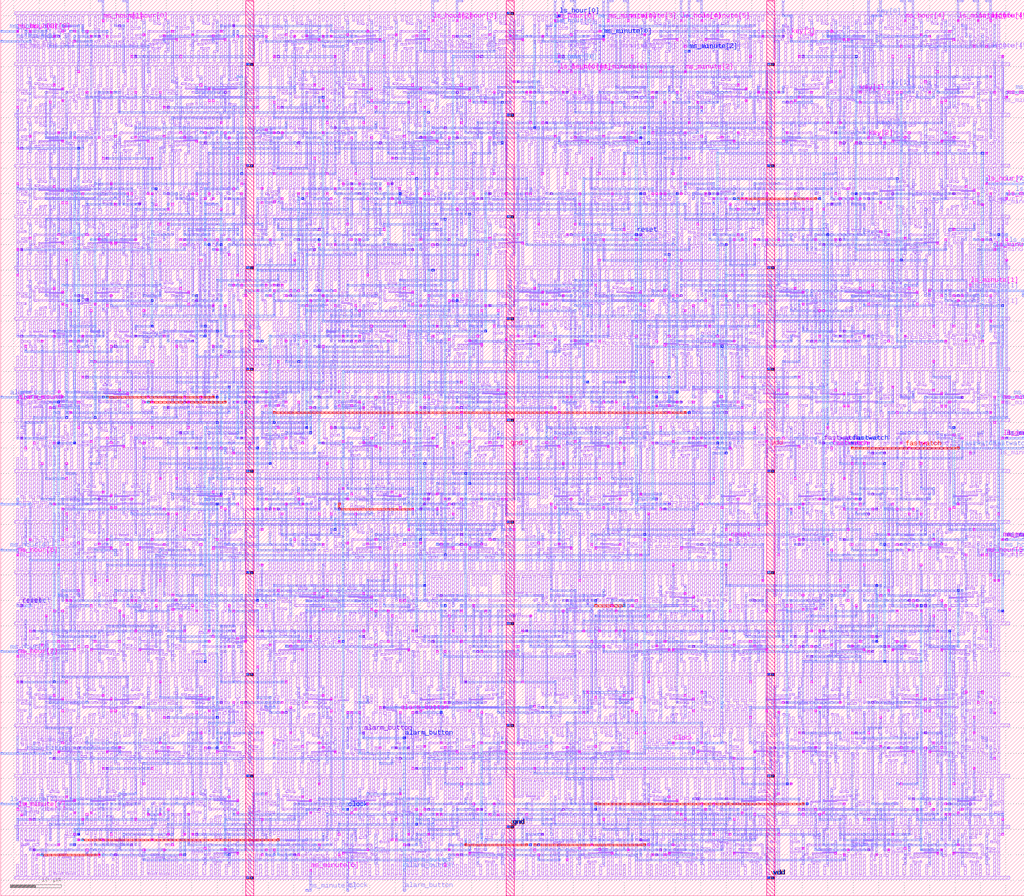
<source format=lef>
VERSION 5.7 ;
  NOWIREEXTENSIONATPIN ON ;
  DIVIDERCHAR "/" ;
  BUSBITCHARS "[]" ;
MACRO alarm_clock_top
  CLASS BLOCK ;
  FOREIGN alarm_clock_top ;
  ORIGIN 2.600 3.000 ;
  SIZE 201.200 BY 176.200 ;
  PIN vdd
    USE POWER ;
    PORT
      LAYER metal1 ;
        RECT 132.600 166.100 133.000 166.600 ;
        RECT 133.400 166.100 133.800 166.600 ;
        RECT 132.600 165.800 133.800 166.100 ;
        RECT 173.400 165.800 173.800 166.600 ;
        RECT 187.800 165.800 188.200 166.600 ;
        RECT 190.200 165.800 190.600 166.600 ;
        RECT 1.400 160.800 1.800 164.500 ;
        RECT 3.800 160.800 4.200 164.500 ;
        RECT 7.000 160.800 7.400 165.100 ;
        RECT 8.600 160.800 9.000 163.100 ;
        RECT 9.400 160.800 9.800 165.100 ;
        RECT 11.500 160.800 11.900 163.100 ;
        RECT 14.200 160.800 14.600 164.500 ;
        RECT 16.600 160.800 17.000 164.500 ;
        RECT 19.800 160.800 20.200 165.100 ;
        RECT 21.400 160.800 21.800 164.500 ;
        RECT 23.800 160.800 24.200 165.100 ;
        RECT 26.600 160.800 27.000 163.100 ;
        RECT 28.200 160.800 28.600 163.100 ;
        RECT 31.000 160.800 31.400 165.000 ;
        RECT 33.400 160.800 33.800 165.100 ;
        RECT 36.200 160.800 36.600 163.100 ;
        RECT 37.800 160.800 38.200 163.100 ;
        RECT 40.600 160.800 41.000 165.000 ;
        RECT 42.200 160.800 42.600 165.100 ;
        RECT 47.000 160.800 47.400 164.900 ;
        RECT 49.600 160.800 50.000 165.100 ;
        RECT 51.800 160.800 52.200 165.100 ;
        RECT 54.600 160.800 55.000 163.100 ;
        RECT 56.200 160.800 56.600 163.100 ;
        RECT 59.000 160.800 59.400 165.000 ;
        RECT 62.200 160.800 62.600 165.100 ;
        RECT 63.800 160.800 64.200 165.100 ;
        RECT 66.600 160.800 67.000 163.100 ;
        RECT 68.200 160.800 68.600 163.100 ;
        RECT 71.000 160.800 71.400 165.000 ;
        RECT 73.400 160.800 73.800 165.100 ;
        RECT 76.200 160.800 76.600 163.100 ;
        RECT 77.800 160.800 78.200 163.100 ;
        RECT 80.600 160.800 81.000 165.000 ;
        RECT 83.000 160.800 83.400 164.500 ;
        RECT 84.600 160.800 85.000 165.100 ;
        RECT 87.800 160.800 88.200 164.500 ;
        RECT 90.200 160.800 90.600 163.100 ;
        RECT 91.800 160.800 92.200 165.100 ;
        RECT 94.600 160.800 95.000 163.100 ;
        RECT 96.200 160.800 96.600 163.100 ;
        RECT 99.000 160.800 99.400 165.000 ;
        RECT 102.200 160.800 102.600 165.100 ;
        RECT 105.400 160.800 105.800 164.500 ;
        RECT 107.800 160.800 108.200 165.100 ;
        RECT 110.600 160.800 111.000 163.100 ;
        RECT 112.200 160.800 112.600 163.100 ;
        RECT 115.000 160.800 115.400 165.000 ;
        RECT 117.400 160.800 117.800 164.500 ;
        RECT 119.800 160.800 120.200 164.500 ;
        RECT 122.200 160.800 122.600 165.100 ;
        RECT 125.000 160.800 125.400 163.100 ;
        RECT 126.600 160.800 127.000 163.100 ;
        RECT 129.400 160.800 129.800 165.000 ;
        RECT 131.800 160.800 132.200 164.500 ;
        RECT 134.200 160.800 134.600 164.500 ;
        RECT 136.600 160.800 137.000 165.000 ;
        RECT 139.400 160.800 139.800 163.100 ;
        RECT 141.000 160.800 141.400 163.100 ;
        RECT 143.800 160.800 144.200 165.100 ;
        RECT 145.400 160.800 145.800 165.100 ;
        RECT 150.200 160.800 150.600 164.900 ;
        RECT 152.800 160.800 153.200 165.100 ;
        RECT 155.000 160.800 155.400 165.100 ;
        RECT 157.800 160.800 158.200 163.100 ;
        RECT 159.400 160.800 159.800 163.100 ;
        RECT 162.200 160.800 162.600 165.000 ;
        RECT 164.600 160.800 165.000 165.000 ;
        RECT 167.400 160.800 167.800 163.100 ;
        RECT 169.000 160.800 169.400 163.100 ;
        RECT 171.800 160.800 172.200 165.100 ;
        RECT 174.200 160.800 174.600 164.500 ;
        RECT 176.600 160.800 177.000 165.100 ;
        RECT 179.400 160.800 179.800 163.100 ;
        RECT 181.000 160.800 181.400 163.100 ;
        RECT 183.800 160.800 184.200 165.000 ;
        RECT 186.200 160.800 186.600 164.500 ;
        RECT 188.600 160.800 189.000 164.500 ;
        RECT 191.000 160.800 191.400 164.500 ;
        RECT 192.600 160.800 193.000 163.100 ;
        RECT 0.200 160.200 195.800 160.800 ;
        RECT 1.400 155.900 1.800 160.200 ;
        RECT 4.200 157.900 4.600 160.200 ;
        RECT 5.800 157.900 6.200 160.200 ;
        RECT 8.600 156.000 9.000 160.200 ;
        RECT 10.800 155.900 11.200 160.200 ;
        RECT 13.400 156.100 13.800 160.200 ;
        RECT 15.600 155.900 16.000 160.200 ;
        RECT 18.200 156.100 18.600 160.200 ;
        RECT 20.400 155.900 20.800 160.200 ;
        RECT 23.000 156.100 23.400 160.200 ;
        RECT 25.200 155.900 25.600 160.200 ;
        RECT 27.800 156.100 28.200 160.200 ;
        RECT 30.200 155.900 30.600 160.200 ;
        RECT 33.000 157.900 33.400 160.200 ;
        RECT 34.600 157.900 35.000 160.200 ;
        RECT 37.400 156.000 37.800 160.200 ;
        RECT 39.800 156.000 40.200 160.200 ;
        RECT 42.600 157.900 43.000 160.200 ;
        RECT 44.200 157.900 44.600 160.200 ;
        RECT 47.000 155.900 47.400 160.200 ;
        RECT 51.000 157.900 51.400 160.200 ;
        RECT 52.600 155.900 53.000 160.200 ;
        RECT 55.400 157.900 55.800 160.200 ;
        RECT 57.000 157.900 57.400 160.200 ;
        RECT 59.800 156.000 60.200 160.200 ;
        RECT 62.200 155.900 62.600 160.200 ;
        RECT 65.000 157.900 65.400 160.200 ;
        RECT 66.600 157.900 67.000 160.200 ;
        RECT 69.400 156.000 69.800 160.200 ;
        RECT 71.800 155.900 72.200 160.200 ;
        RECT 74.600 157.900 75.000 160.200 ;
        RECT 76.200 157.900 76.600 160.200 ;
        RECT 79.000 156.000 79.400 160.200 ;
        RECT 81.400 155.900 81.800 160.200 ;
        RECT 84.200 157.900 84.600 160.200 ;
        RECT 85.800 157.900 86.200 160.200 ;
        RECT 88.600 156.000 89.000 160.200 ;
        RECT 90.800 155.900 91.200 160.200 ;
        RECT 93.400 156.100 93.800 160.200 ;
        RECT 95.800 156.500 96.200 160.200 ;
        RECT 99.800 155.900 100.200 160.200 ;
        RECT 101.900 157.900 102.300 160.200 ;
        RECT 104.600 155.900 105.000 160.200 ;
        RECT 106.200 156.500 106.600 160.200 ;
        RECT 108.600 156.500 109.000 160.200 ;
        RECT 111.000 156.100 111.400 160.200 ;
        RECT 113.600 155.900 114.000 160.200 ;
        RECT 115.800 156.500 116.200 160.200 ;
        RECT 117.400 155.900 117.800 160.200 ;
        RECT 121.400 156.500 121.800 160.200 ;
        RECT 123.300 157.900 123.700 160.200 ;
        RECT 125.400 155.900 125.800 160.200 ;
        RECT 126.200 157.900 126.600 160.200 ;
        RECT 127.800 155.900 128.200 160.200 ;
        RECT 131.000 156.500 131.400 160.200 ;
        RECT 134.200 155.900 134.600 160.200 ;
        RECT 135.800 155.900 136.200 160.200 ;
        RECT 138.600 157.900 139.000 160.200 ;
        RECT 140.200 157.900 140.600 160.200 ;
        RECT 143.000 156.000 143.400 160.200 ;
        RECT 145.200 155.900 145.600 160.200 ;
        RECT 147.800 156.100 148.200 160.200 ;
        RECT 152.600 155.900 153.000 160.200 ;
        RECT 154.200 156.000 154.600 160.200 ;
        RECT 157.000 157.900 157.400 160.200 ;
        RECT 158.600 157.900 159.000 160.200 ;
        RECT 161.400 155.900 161.800 160.200 ;
        RECT 163.800 156.100 164.200 160.200 ;
        RECT 165.400 157.900 165.800 160.200 ;
        RECT 166.200 155.900 166.600 160.200 ;
        RECT 169.200 155.900 169.600 160.200 ;
        RECT 171.800 156.100 172.200 160.200 ;
        RECT 174.200 156.100 174.600 160.200 ;
        RECT 176.800 155.900 177.200 160.200 ;
        RECT 179.000 156.500 179.400 160.200 ;
        RECT 182.200 155.900 182.600 160.200 ;
        RECT 183.800 156.000 184.200 160.200 ;
        RECT 186.600 157.900 187.000 160.200 ;
        RECT 188.200 157.900 188.600 160.200 ;
        RECT 191.000 155.900 191.400 160.200 ;
        RECT 193.400 156.500 193.800 160.200 ;
        RECT 179.800 154.400 180.200 155.200 ;
        RECT 192.600 154.400 193.000 155.200 ;
        RECT 191.800 145.800 192.200 146.600 ;
        RECT 1.400 140.800 1.800 145.100 ;
        RECT 4.200 140.800 4.600 143.100 ;
        RECT 5.800 140.800 6.200 143.100 ;
        RECT 8.600 140.800 9.000 145.000 ;
        RECT 10.200 140.800 10.600 145.100 ;
        RECT 13.400 140.800 13.800 144.900 ;
        RECT 16.000 140.800 16.400 145.100 ;
        RECT 18.200 140.800 18.600 145.100 ;
        RECT 21.000 140.800 21.400 143.100 ;
        RECT 22.600 140.800 23.000 143.100 ;
        RECT 25.400 140.800 25.800 145.000 ;
        RECT 27.800 140.800 28.200 145.100 ;
        RECT 30.600 140.800 31.000 143.100 ;
        RECT 32.200 140.800 32.600 143.100 ;
        RECT 35.000 140.800 35.400 145.000 ;
        RECT 36.900 140.800 37.300 143.100 ;
        RECT 39.000 140.800 39.400 145.100 ;
        RECT 41.400 140.800 41.800 144.500 ;
        RECT 43.000 140.800 43.400 145.100 ;
        RECT 47.000 140.800 47.500 144.400 ;
        RECT 50.100 141.100 50.600 144.400 ;
        RECT 50.100 140.800 50.500 141.100 ;
        RECT 52.600 140.800 53.000 144.500 ;
        RECT 55.300 140.800 55.700 143.100 ;
        RECT 57.400 140.800 57.800 145.100 ;
        RECT 58.200 140.800 58.600 145.100 ;
        RECT 60.600 140.800 61.000 144.500 ;
        RECT 63.800 140.800 64.200 144.900 ;
        RECT 66.400 140.800 66.800 145.100 ;
        RECT 67.800 140.800 68.200 145.100 ;
        RECT 69.400 140.800 69.800 144.500 ;
        RECT 71.300 140.800 71.700 143.100 ;
        RECT 73.400 140.800 73.800 145.100 ;
        RECT 75.000 140.800 75.400 145.100 ;
        RECT 77.800 140.800 78.200 143.100 ;
        RECT 79.400 140.800 79.800 143.100 ;
        RECT 82.200 140.800 82.600 145.000 ;
        RECT 83.800 140.800 84.200 145.100 ;
        RECT 87.000 140.800 87.400 144.500 ;
        RECT 89.700 140.800 90.100 143.100 ;
        RECT 91.800 140.800 92.200 145.100 ;
        RECT 93.200 140.800 93.600 145.100 ;
        RECT 95.800 140.800 96.200 144.900 ;
        RECT 99.800 140.800 100.200 144.900 ;
        RECT 102.400 140.800 102.800 145.100 ;
        RECT 104.600 140.800 105.000 145.100 ;
        RECT 107.400 140.800 107.800 143.100 ;
        RECT 109.000 140.800 109.400 143.100 ;
        RECT 111.800 140.800 112.200 145.000 ;
        RECT 114.200 140.800 114.600 145.100 ;
        RECT 117.000 140.800 117.400 143.100 ;
        RECT 118.600 140.800 119.000 143.100 ;
        RECT 121.400 140.800 121.800 145.000 ;
        RECT 124.600 140.800 125.000 145.100 ;
        RECT 125.400 140.800 125.800 145.100 ;
        RECT 127.000 140.800 127.400 145.100 ;
        RECT 128.600 140.800 129.000 145.100 ;
        RECT 130.200 140.800 130.600 145.100 ;
        RECT 131.800 140.800 132.200 145.100 ;
        RECT 133.400 140.800 133.800 145.100 ;
        RECT 136.200 140.800 136.600 143.100 ;
        RECT 137.800 140.800 138.200 143.100 ;
        RECT 140.600 140.800 141.000 145.000 ;
        RECT 142.200 140.800 142.600 145.100 ;
        RECT 143.800 140.800 144.200 145.100 ;
        RECT 145.400 140.800 145.800 145.100 ;
        RECT 147.000 140.800 147.400 145.100 ;
        RECT 148.600 140.800 149.000 145.100 ;
        RECT 151.800 140.800 152.200 145.000 ;
        RECT 154.600 140.800 155.000 143.100 ;
        RECT 156.200 140.800 156.600 143.100 ;
        RECT 159.000 140.800 159.400 145.100 ;
        RECT 160.600 140.800 161.000 143.100 ;
        RECT 162.200 140.800 162.600 143.100 ;
        RECT 163.800 140.800 164.200 144.900 ;
        RECT 166.400 140.800 166.800 145.100 ;
        RECT 169.400 140.800 169.800 145.100 ;
        RECT 171.800 140.800 172.200 145.100 ;
        RECT 173.400 140.800 173.800 145.000 ;
        RECT 176.200 140.800 176.600 143.100 ;
        RECT 177.800 140.800 178.200 143.100 ;
        RECT 180.600 140.800 181.000 145.100 ;
        RECT 183.000 140.800 183.400 145.000 ;
        RECT 185.800 140.800 186.200 143.100 ;
        RECT 187.400 140.800 187.800 143.100 ;
        RECT 190.200 140.800 190.600 145.100 ;
        RECT 192.600 140.800 193.000 144.500 ;
        RECT 0.200 140.200 195.800 140.800 ;
        RECT 1.400 135.900 1.800 140.200 ;
        RECT 4.200 137.900 4.600 140.200 ;
        RECT 5.800 137.900 6.200 140.200 ;
        RECT 8.600 136.000 9.000 140.200 ;
        RECT 11.000 136.000 11.400 140.200 ;
        RECT 13.800 137.900 14.200 140.200 ;
        RECT 15.400 137.900 15.800 140.200 ;
        RECT 18.200 135.900 18.600 140.200 ;
        RECT 19.800 135.900 20.200 140.200 ;
        RECT 23.000 136.100 23.400 140.200 ;
        RECT 25.600 135.900 26.000 140.200 ;
        RECT 27.800 136.500 28.200 140.200 ;
        RECT 31.000 135.900 31.400 140.200 ;
        RECT 32.400 135.900 32.800 140.200 ;
        RECT 35.000 136.100 35.400 140.200 ;
        RECT 36.900 137.900 37.300 140.200 ;
        RECT 39.000 135.900 39.400 140.200 ;
        RECT 41.400 136.500 41.800 140.200 ;
        RECT 43.000 137.900 43.400 140.200 ;
        RECT 44.600 138.100 45.000 140.200 ;
        RECT 48.600 136.600 49.100 140.200 ;
        RECT 51.700 139.900 52.100 140.200 ;
        RECT 51.700 136.600 52.200 139.900 ;
        RECT 53.400 135.900 53.800 140.200 ;
        RECT 55.000 136.500 55.400 140.200 ;
        RECT 56.600 135.900 57.000 140.200 ;
        RECT 58.700 137.900 59.100 140.200 ;
        RECT 60.100 137.900 60.500 140.200 ;
        RECT 62.200 135.900 62.600 140.200 ;
        RECT 63.000 137.900 63.400 140.200 ;
        RECT 64.600 138.100 65.000 140.200 ;
        RECT 66.200 137.900 66.600 140.200 ;
        RECT 67.800 138.100 68.200 140.200 ;
        RECT 69.400 137.900 69.800 140.200 ;
        RECT 71.000 137.900 71.400 140.200 ;
        RECT 71.800 137.900 72.200 140.200 ;
        RECT 73.400 138.100 73.800 140.200 ;
        RECT 75.900 139.900 76.300 140.200 ;
        RECT 75.800 136.600 76.300 139.900 ;
        RECT 78.900 136.600 79.400 140.200 ;
        RECT 81.400 136.100 81.800 140.200 ;
        RECT 84.000 135.900 84.400 140.200 ;
        RECT 86.200 136.500 86.600 140.200 ;
        RECT 88.900 137.900 89.300 140.200 ;
        RECT 91.000 135.900 91.400 140.200 ;
        RECT 92.400 135.900 92.800 140.200 ;
        RECT 95.000 136.100 95.400 140.200 ;
        RECT 98.200 135.900 98.600 140.200 ;
        RECT 99.800 136.500 100.200 140.200 ;
        RECT 102.200 136.100 102.600 140.200 ;
        RECT 104.800 135.900 105.200 140.200 ;
        RECT 106.800 135.900 107.200 140.200 ;
        RECT 109.400 136.100 109.800 140.200 ;
        RECT 111.000 137.900 111.400 140.200 ;
        RECT 113.200 135.900 113.600 140.200 ;
        RECT 115.800 136.100 116.200 140.200 ;
        RECT 118.200 136.100 118.600 140.200 ;
        RECT 120.800 135.900 121.200 140.200 ;
        RECT 122.800 135.900 123.200 140.200 ;
        RECT 125.400 136.100 125.800 140.200 ;
        RECT 127.800 136.100 128.200 140.200 ;
        RECT 130.400 135.900 130.800 140.200 ;
        RECT 133.400 136.500 133.800 140.200 ;
        RECT 135.000 135.900 135.400 140.200 ;
        RECT 137.100 137.900 137.500 140.200 ;
        RECT 139.300 135.900 139.700 140.200 ;
        RECT 141.400 137.900 141.800 140.200 ;
        RECT 143.000 137.900 143.400 140.200 ;
        RECT 143.800 137.900 144.200 140.200 ;
        RECT 145.400 137.900 145.800 140.200 ;
        RECT 146.500 137.900 146.900 140.200 ;
        RECT 148.600 135.900 149.000 140.200 ;
        RECT 151.000 137.900 151.400 140.200 ;
        RECT 152.600 135.900 153.000 140.200 ;
        RECT 154.700 137.900 155.100 140.200 ;
        RECT 155.800 135.900 156.200 140.200 ;
        RECT 158.200 136.500 158.600 140.200 ;
        RECT 160.600 135.900 161.000 140.200 ;
        RECT 162.700 137.900 163.100 140.200 ;
        RECT 164.100 137.900 164.500 140.200 ;
        RECT 166.200 135.900 166.600 140.200 ;
        RECT 168.600 136.500 169.000 140.200 ;
        RECT 171.000 136.000 171.400 140.200 ;
        RECT 173.800 137.900 174.200 140.200 ;
        RECT 175.400 137.900 175.800 140.200 ;
        RECT 178.200 135.900 178.600 140.200 ;
        RECT 180.600 135.900 181.000 140.200 ;
        RECT 183.400 137.900 183.800 140.200 ;
        RECT 185.000 137.900 185.400 140.200 ;
        RECT 187.800 136.000 188.200 140.200 ;
        RECT 190.200 136.500 190.600 140.200 ;
        RECT 192.600 136.500 193.000 140.200 ;
        RECT 1.400 120.800 1.800 125.100 ;
        RECT 4.200 120.800 4.600 123.100 ;
        RECT 5.800 120.800 6.200 123.100 ;
        RECT 8.600 120.800 9.000 125.000 ;
        RECT 11.000 120.800 11.400 125.100 ;
        RECT 13.800 120.800 14.200 123.100 ;
        RECT 15.400 120.800 15.800 123.100 ;
        RECT 18.200 120.800 18.600 125.000 ;
        RECT 20.600 120.800 21.000 125.000 ;
        RECT 23.400 120.800 23.800 123.100 ;
        RECT 25.000 120.800 25.400 123.100 ;
        RECT 27.800 120.800 28.200 125.100 ;
        RECT 29.400 120.800 29.800 125.100 ;
        RECT 31.000 120.800 31.400 123.100 ;
        RECT 32.600 120.800 33.000 123.100 ;
        RECT 33.400 120.800 33.800 123.100 ;
        RECT 35.300 120.800 35.700 123.100 ;
        RECT 37.400 120.800 37.800 125.100 ;
        RECT 38.200 120.800 38.600 125.100 ;
        RECT 41.400 120.800 41.800 122.900 ;
        RECT 43.000 120.800 43.400 123.100 ;
        RECT 43.800 120.800 44.200 123.100 ;
        RECT 47.300 120.800 47.700 123.100 ;
        RECT 49.400 120.800 49.800 125.100 ;
        RECT 51.800 120.800 52.200 125.100 ;
        RECT 52.600 120.800 53.000 123.100 ;
        RECT 54.200 120.800 54.600 123.100 ;
        RECT 55.800 120.800 56.200 122.900 ;
        RECT 57.400 120.800 57.800 125.100 ;
        RECT 59.800 120.800 60.200 123.100 ;
        RECT 61.400 120.800 61.800 123.100 ;
        RECT 62.200 120.800 62.600 123.100 ;
        RECT 63.800 120.800 64.200 123.100 ;
        RECT 65.400 120.800 65.800 122.900 ;
        RECT 67.000 120.800 67.400 123.100 ;
        RECT 69.400 120.800 69.800 125.100 ;
        RECT 71.000 120.800 71.400 124.100 ;
        RECT 76.600 120.800 77.000 125.100 ;
        RECT 79.000 120.800 79.400 125.100 ;
        RECT 81.100 120.800 81.500 123.100 ;
        RECT 82.200 120.800 82.600 123.100 ;
        RECT 83.800 120.800 84.200 123.100 ;
        RECT 84.600 120.800 85.000 125.100 ;
        RECT 86.200 120.800 86.600 125.100 ;
        RECT 87.000 120.800 87.400 125.100 ;
        RECT 90.200 120.800 90.600 123.100 ;
        RECT 91.800 120.800 92.200 125.100 ;
        RECT 94.600 120.800 95.000 123.100 ;
        RECT 96.200 120.800 96.600 123.100 ;
        RECT 99.000 120.800 99.400 125.000 ;
        RECT 102.200 120.800 102.600 125.100 ;
        RECT 103.800 120.800 104.200 125.100 ;
        RECT 105.400 120.800 105.800 125.100 ;
        RECT 107.000 120.800 107.400 125.100 ;
        RECT 108.600 120.800 109.000 125.100 ;
        RECT 109.400 120.800 109.800 125.100 ;
        RECT 111.000 120.800 111.400 124.500 ;
        RECT 113.400 120.800 113.800 124.900 ;
        RECT 116.000 120.800 116.400 125.100 ;
        RECT 117.400 120.800 117.800 123.100 ;
        RECT 119.000 120.800 119.400 125.100 ;
        RECT 120.600 120.800 121.000 124.500 ;
        RECT 122.200 120.800 122.600 125.100 ;
        RECT 123.800 120.800 124.200 125.100 ;
        RECT 125.400 120.800 125.800 125.100 ;
        RECT 127.000 120.800 127.400 125.100 ;
        RECT 128.600 120.800 129.000 125.100 ;
        RECT 130.200 120.800 130.600 124.500 ;
        RECT 131.800 120.800 132.200 125.100 ;
        RECT 133.400 120.800 133.800 124.500 ;
        RECT 135.000 120.800 135.400 125.100 ;
        RECT 136.600 120.800 137.000 125.100 ;
        RECT 137.400 120.800 137.800 125.100 ;
        RECT 139.500 120.800 139.900 123.100 ;
        RECT 142.200 120.800 142.600 124.500 ;
        RECT 143.800 120.800 144.200 123.100 ;
        RECT 145.400 120.800 145.800 123.100 ;
        RECT 146.200 120.800 146.600 125.100 ;
        RECT 151.800 120.800 152.200 125.100 ;
        RECT 153.400 120.800 153.800 124.500 ;
        RECT 156.600 120.800 157.000 122.900 ;
        RECT 158.200 120.800 158.600 123.100 ;
        RECT 159.000 120.800 159.400 123.100 ;
        RECT 160.600 120.800 161.000 123.100 ;
        RECT 163.000 120.800 163.400 125.100 ;
        RECT 164.100 120.800 164.500 123.100 ;
        RECT 166.200 120.800 166.600 125.100 ;
        RECT 167.800 120.800 168.300 124.400 ;
        RECT 170.900 121.100 171.400 124.400 ;
        RECT 170.900 120.800 171.300 121.100 ;
        RECT 173.400 120.800 173.800 125.100 ;
        RECT 176.200 120.800 176.600 123.100 ;
        RECT 177.800 120.800 178.200 123.100 ;
        RECT 180.600 120.800 181.000 125.000 ;
        RECT 182.800 120.800 183.200 125.100 ;
        RECT 185.400 120.800 185.800 124.900 ;
        RECT 187.000 120.800 187.400 123.100 ;
        RECT 188.600 120.800 189.000 125.100 ;
        RECT 191.800 120.800 192.200 124.500 ;
        RECT 193.400 120.800 193.800 125.100 ;
        RECT 0.200 120.200 195.800 120.800 ;
        RECT 1.400 115.900 1.800 120.200 ;
        RECT 4.200 117.900 4.600 120.200 ;
        RECT 5.800 117.900 6.200 120.200 ;
        RECT 8.600 116.000 9.000 120.200 ;
        RECT 10.200 115.900 10.600 120.200 ;
        RECT 12.600 117.900 13.000 120.200 ;
        RECT 14.200 116.100 14.600 120.200 ;
        RECT 16.600 116.000 17.000 120.200 ;
        RECT 19.400 117.900 19.800 120.200 ;
        RECT 21.000 117.900 21.400 120.200 ;
        RECT 23.800 115.900 24.200 120.200 ;
        RECT 26.200 115.900 26.600 120.200 ;
        RECT 29.000 117.900 29.400 120.200 ;
        RECT 30.600 117.900 31.000 120.200 ;
        RECT 33.400 116.000 33.800 120.200 ;
        RECT 35.000 115.900 35.400 120.200 ;
        RECT 37.100 117.900 37.500 120.200 ;
        RECT 39.800 116.500 40.200 120.200 ;
        RECT 41.400 115.900 41.800 120.200 ;
        RECT 44.600 118.100 45.000 120.200 ;
        RECT 46.200 117.900 46.600 120.200 ;
        RECT 49.400 118.100 49.800 120.200 ;
        RECT 51.000 117.900 51.400 120.200 ;
        RECT 52.600 118.100 53.000 120.200 ;
        RECT 54.200 117.900 54.600 120.200 ;
        RECT 55.800 117.900 56.200 120.200 ;
        RECT 56.600 117.900 57.000 120.200 ;
        RECT 58.200 117.900 58.600 120.200 ;
        RECT 59.300 117.900 59.700 120.200 ;
        RECT 61.400 115.900 61.800 120.200 ;
        RECT 63.000 117.900 63.400 120.200 ;
        RECT 64.600 116.100 65.000 120.200 ;
        RECT 66.200 117.900 66.600 120.200 ;
        RECT 67.000 115.900 67.400 120.200 ;
        RECT 70.200 115.900 70.600 120.200 ;
        RECT 73.000 117.900 73.400 120.200 ;
        RECT 74.600 117.900 75.000 120.200 ;
        RECT 77.400 116.000 77.800 120.200 ;
        RECT 79.800 117.900 80.200 120.200 ;
        RECT 80.600 115.900 81.000 120.200 ;
        RECT 82.700 117.900 83.100 120.200 ;
        RECT 83.800 117.900 84.200 120.200 ;
        RECT 85.400 117.900 85.800 120.200 ;
        RECT 87.000 116.100 87.400 120.200 ;
        RECT 89.600 115.900 90.000 120.200 ;
        RECT 92.600 115.900 93.000 120.200 ;
        RECT 95.800 115.900 96.200 120.200 ;
        RECT 98.600 117.900 99.000 120.200 ;
        RECT 100.200 117.900 100.600 120.200 ;
        RECT 103.000 116.000 103.400 120.200 ;
        RECT 105.400 116.000 105.800 120.200 ;
        RECT 108.200 117.900 108.600 120.200 ;
        RECT 109.800 117.900 110.200 120.200 ;
        RECT 112.600 115.900 113.000 120.200 ;
        RECT 115.000 115.900 115.400 120.200 ;
        RECT 117.800 117.900 118.200 120.200 ;
        RECT 119.400 117.900 119.800 120.200 ;
        RECT 122.200 116.000 122.600 120.200 ;
        RECT 123.800 115.900 124.200 120.200 ;
        RECT 126.800 115.900 127.200 120.200 ;
        RECT 129.400 116.100 129.800 120.200 ;
        RECT 131.000 117.900 131.400 120.200 ;
        RECT 132.600 117.900 133.000 120.200 ;
        RECT 133.400 115.900 133.800 120.200 ;
        RECT 135.800 117.900 136.200 120.200 ;
        RECT 137.400 117.900 137.800 120.200 ;
        RECT 138.500 117.900 138.900 120.200 ;
        RECT 140.600 115.900 141.000 120.200 ;
        RECT 142.200 117.900 142.600 120.200 ;
        RECT 143.800 117.900 144.200 120.200 ;
        RECT 147.000 115.900 147.400 120.200 ;
        RECT 149.800 117.900 150.200 120.200 ;
        RECT 151.400 117.900 151.800 120.200 ;
        RECT 154.200 116.000 154.600 120.200 ;
        RECT 155.800 117.900 156.200 120.200 ;
        RECT 157.400 116.100 157.800 120.200 ;
        RECT 159.800 115.900 160.200 120.200 ;
        RECT 162.600 117.900 163.000 120.200 ;
        RECT 164.200 117.900 164.600 120.200 ;
        RECT 167.000 116.000 167.400 120.200 ;
        RECT 169.400 115.900 169.800 120.200 ;
        RECT 172.200 117.900 172.600 120.200 ;
        RECT 173.800 117.900 174.200 120.200 ;
        RECT 176.600 116.000 177.000 120.200 ;
        RECT 178.800 115.900 179.200 120.200 ;
        RECT 181.400 116.100 181.800 120.200 ;
        RECT 183.300 117.900 183.700 120.200 ;
        RECT 185.400 115.900 185.800 120.200 ;
        RECT 187.000 116.500 187.400 120.200 ;
        RECT 189.400 116.500 189.800 120.200 ;
        RECT 192.600 116.500 193.000 120.200 ;
        RECT 0.600 100.800 1.000 103.100 ;
        RECT 2.200 100.800 2.600 103.100 ;
        RECT 3.300 100.800 3.700 103.100 ;
        RECT 5.400 100.800 5.800 105.100 ;
        RECT 7.000 100.800 7.400 103.100 ;
        RECT 7.800 100.800 8.200 103.100 ;
        RECT 9.400 100.800 9.800 104.900 ;
        RECT 11.000 100.800 11.400 105.100 ;
        RECT 13.400 100.800 13.800 105.100 ;
        RECT 16.600 100.800 17.000 105.100 ;
        RECT 17.400 100.800 17.800 103.100 ;
        RECT 19.000 100.800 19.400 103.100 ;
        RECT 20.100 100.800 20.500 103.100 ;
        RECT 22.200 100.800 22.600 105.100 ;
        RECT 23.800 100.800 24.200 103.100 ;
        RECT 25.400 101.100 25.900 104.400 ;
        RECT 25.500 100.800 25.900 101.100 ;
        RECT 28.500 100.800 29.000 104.400 ;
        RECT 30.200 100.800 30.600 103.100 ;
        RECT 31.800 100.800 32.200 103.100 ;
        RECT 32.900 100.800 33.300 103.100 ;
        RECT 35.000 100.800 35.400 105.100 ;
        RECT 36.600 100.800 37.000 103.100 ;
        RECT 37.400 100.800 37.800 103.100 ;
        RECT 39.000 100.800 39.400 103.100 ;
        RECT 39.800 100.800 40.200 103.100 ;
        RECT 41.400 100.800 41.800 102.900 ;
        RECT 45.400 100.800 45.800 104.100 ;
        RECT 51.000 100.800 51.400 105.100 ;
        RECT 52.600 100.800 53.000 104.500 ;
        RECT 55.000 100.800 55.400 104.900 ;
        RECT 57.600 100.800 58.000 105.100 ;
        RECT 59.000 100.800 59.400 103.100 ;
        RECT 60.600 100.800 61.000 103.100 ;
        RECT 61.400 100.800 61.800 105.100 ;
        RECT 64.600 100.800 65.000 105.100 ;
        RECT 65.400 100.800 65.800 105.100 ;
        RECT 67.800 100.800 68.200 103.100 ;
        RECT 69.400 100.800 69.800 104.900 ;
        RECT 71.300 100.800 71.700 103.100 ;
        RECT 73.400 100.800 73.800 105.100 ;
        RECT 75.000 100.800 75.400 103.100 ;
        RECT 75.800 100.800 76.200 105.100 ;
        RECT 77.400 100.800 77.800 105.100 ;
        RECT 79.000 100.800 79.400 105.100 ;
        RECT 80.600 100.800 81.000 105.100 ;
        RECT 82.200 100.800 82.600 105.100 ;
        RECT 83.800 100.800 84.200 105.100 ;
        RECT 86.600 100.800 87.000 103.100 ;
        RECT 88.200 100.800 88.600 103.100 ;
        RECT 91.000 100.800 91.400 105.000 ;
        RECT 95.000 100.800 95.400 105.100 ;
        RECT 97.800 100.800 98.200 103.100 ;
        RECT 99.400 100.800 99.800 103.100 ;
        RECT 102.200 100.800 102.600 105.000 ;
        RECT 104.600 100.800 105.000 105.100 ;
        RECT 107.400 100.800 107.800 103.100 ;
        RECT 109.000 100.800 109.400 103.100 ;
        RECT 111.800 100.800 112.200 105.000 ;
        RECT 113.400 100.800 113.800 105.100 ;
        RECT 115.800 100.800 116.200 105.100 ;
        RECT 117.400 100.800 117.800 105.100 ;
        RECT 119.000 100.800 119.400 105.100 ;
        RECT 120.600 100.800 121.000 105.100 ;
        RECT 122.200 100.800 122.600 105.100 ;
        RECT 123.800 100.800 124.200 104.900 ;
        RECT 126.400 100.800 126.800 105.100 ;
        RECT 128.600 100.800 129.000 105.000 ;
        RECT 131.400 100.800 131.800 103.100 ;
        RECT 133.000 100.800 133.400 103.100 ;
        RECT 135.800 100.800 136.200 105.100 ;
        RECT 138.200 100.800 138.600 105.000 ;
        RECT 141.000 100.800 141.400 103.100 ;
        RECT 142.600 100.800 143.000 103.100 ;
        RECT 145.400 100.800 145.800 105.100 ;
        RECT 147.000 100.800 147.400 103.100 ;
        RECT 148.600 100.800 149.000 103.100 ;
        RECT 151.300 100.800 151.700 103.100 ;
        RECT 153.400 100.800 153.800 105.100 ;
        RECT 155.000 100.800 155.400 103.100 ;
        RECT 155.800 100.800 156.200 105.100 ;
        RECT 158.200 100.800 158.600 105.100 ;
        RECT 161.400 100.800 161.800 105.100 ;
        RECT 162.200 100.800 162.600 105.100 ;
        RECT 165.400 100.800 165.800 104.900 ;
        RECT 167.000 100.800 167.400 103.100 ;
        RECT 168.600 100.800 169.000 104.900 ;
        RECT 171.200 100.800 171.600 105.100 ;
        RECT 174.200 100.800 174.600 105.100 ;
        RECT 175.000 100.800 175.400 105.100 ;
        RECT 176.600 100.800 177.000 105.100 ;
        RECT 178.200 100.800 178.600 105.100 ;
        RECT 179.800 100.800 180.200 105.100 ;
        RECT 181.400 100.800 181.800 105.100 ;
        RECT 182.800 100.800 183.200 105.100 ;
        RECT 185.400 100.800 185.800 104.900 ;
        RECT 187.800 100.800 188.200 104.900 ;
        RECT 190.400 100.800 190.800 105.100 ;
        RECT 193.100 100.800 193.500 105.100 ;
        RECT 0.200 100.200 195.800 100.800 ;
        RECT 1.400 96.500 1.800 100.200 ;
        RECT 3.300 97.900 3.700 100.200 ;
        RECT 5.400 95.900 5.800 100.200 ;
        RECT 7.000 97.900 7.400 100.200 ;
        RECT 8.700 99.900 9.100 100.200 ;
        RECT 8.600 96.600 9.100 99.900 ;
        RECT 11.700 96.600 12.200 100.200 ;
        RECT 14.200 95.900 14.600 100.200 ;
        RECT 17.000 97.900 17.400 100.200 ;
        RECT 18.600 97.900 19.000 100.200 ;
        RECT 21.400 96.000 21.800 100.200 ;
        RECT 27.800 96.900 28.200 100.200 ;
        RECT 31.000 96.500 31.400 100.200 ;
        RECT 32.600 95.900 33.000 100.200 ;
        RECT 34.700 97.900 35.100 100.200 ;
        RECT 35.800 95.900 36.200 100.200 ;
        RECT 37.900 97.900 38.300 100.200 ;
        RECT 40.600 95.900 41.000 100.200 ;
        RECT 41.400 97.900 41.800 100.200 ;
        RECT 43.000 97.900 43.400 100.200 ;
        RECT 45.400 96.500 45.800 100.200 ;
        RECT 49.400 96.600 49.900 100.200 ;
        RECT 52.500 99.900 52.900 100.200 ;
        RECT 52.500 96.600 53.000 99.900 ;
        RECT 54.200 97.900 54.600 100.200 ;
        RECT 55.800 97.900 56.200 100.200 ;
        RECT 57.400 96.900 57.800 100.200 ;
        RECT 63.800 96.600 64.300 100.200 ;
        RECT 66.900 99.900 67.300 100.200 ;
        RECT 66.900 96.600 67.400 99.900 ;
        RECT 68.600 97.900 69.000 100.200 ;
        RECT 70.200 95.900 70.600 100.200 ;
        RECT 72.300 97.900 72.700 100.200 ;
        RECT 74.200 96.100 74.600 100.200 ;
        RECT 76.800 95.900 77.200 100.200 ;
        RECT 79.800 95.900 80.200 100.200 ;
        RECT 81.400 96.100 81.800 100.200 ;
        RECT 84.000 95.900 84.400 100.200 ;
        RECT 87.000 95.900 87.400 100.200 ;
        RECT 88.600 95.900 89.000 100.200 ;
        RECT 91.400 97.900 91.800 100.200 ;
        RECT 93.000 97.900 93.400 100.200 ;
        RECT 95.800 96.000 96.200 100.200 ;
        RECT 99.000 95.900 99.400 100.200 ;
        RECT 100.600 95.900 101.000 100.200 ;
        RECT 102.200 95.900 102.600 100.200 ;
        RECT 103.800 95.900 104.200 100.200 ;
        RECT 105.400 95.900 105.800 100.200 ;
        RECT 106.200 95.900 106.600 100.200 ;
        RECT 109.400 96.100 109.800 100.200 ;
        RECT 112.000 95.900 112.400 100.200 ;
        RECT 113.700 97.900 114.100 100.200 ;
        RECT 115.800 95.900 116.200 100.200 ;
        RECT 116.600 97.900 117.000 100.200 ;
        RECT 118.200 97.900 118.600 100.200 ;
        RECT 119.800 97.900 120.200 100.200 ;
        RECT 120.900 97.900 121.300 100.200 ;
        RECT 123.000 95.900 123.400 100.200 ;
        RECT 124.600 97.900 125.000 100.200 ;
        RECT 126.200 96.600 126.700 100.200 ;
        RECT 129.300 99.900 129.700 100.200 ;
        RECT 129.300 96.600 129.800 99.900 ;
        RECT 131.800 96.900 132.200 100.200 ;
        RECT 138.300 99.900 138.700 100.200 ;
        RECT 138.200 96.600 138.700 99.900 ;
        RECT 141.300 96.600 141.800 100.200 ;
        RECT 143.800 95.900 144.200 100.200 ;
        RECT 146.600 97.900 147.000 100.200 ;
        RECT 148.200 97.900 148.600 100.200 ;
        RECT 151.000 96.000 151.400 100.200 ;
        RECT 155.000 95.900 155.400 100.200 ;
        RECT 157.800 97.900 158.200 100.200 ;
        RECT 159.400 97.900 159.800 100.200 ;
        RECT 162.200 96.000 162.600 100.200 ;
        RECT 164.600 96.000 165.000 100.200 ;
        RECT 167.400 97.900 167.800 100.200 ;
        RECT 169.000 97.900 169.400 100.200 ;
        RECT 171.800 95.900 172.200 100.200 ;
        RECT 174.200 95.900 174.600 100.200 ;
        RECT 177.000 97.900 177.400 100.200 ;
        RECT 178.600 97.900 179.000 100.200 ;
        RECT 181.400 96.000 181.800 100.200 ;
        RECT 183.800 96.000 184.200 100.200 ;
        RECT 186.600 97.900 187.000 100.200 ;
        RECT 188.200 97.900 188.600 100.200 ;
        RECT 191.000 95.900 191.400 100.200 ;
        RECT 193.400 96.500 193.800 100.200 ;
        RECT 188.600 85.800 189.000 86.600 ;
        RECT 0.600 80.800 1.000 83.100 ;
        RECT 2.200 80.800 2.600 83.100 ;
        RECT 3.600 80.800 4.000 85.100 ;
        RECT 6.200 80.800 6.600 84.900 ;
        RECT 8.600 80.800 9.000 84.900 ;
        RECT 11.200 80.800 11.600 85.100 ;
        RECT 13.400 80.800 13.800 85.100 ;
        RECT 16.200 80.800 16.600 83.100 ;
        RECT 17.800 80.800 18.200 83.100 ;
        RECT 20.600 80.800 21.000 85.000 ;
        RECT 22.200 80.800 22.600 85.100 ;
        RECT 23.800 80.800 24.200 84.500 ;
        RECT 26.200 80.800 26.600 84.500 ;
        RECT 27.800 80.800 28.200 85.100 ;
        RECT 28.600 80.800 29.000 85.100 ;
        RECT 31.800 80.800 32.200 85.100 ;
        RECT 32.600 80.800 33.000 83.100 ;
        RECT 34.200 80.800 34.600 83.100 ;
        RECT 35.000 80.800 35.400 83.100 ;
        RECT 36.600 80.800 37.000 83.100 ;
        RECT 38.200 80.800 38.600 83.100 ;
        RECT 39.000 80.800 39.400 83.100 ;
        RECT 40.600 80.800 41.000 83.100 ;
        RECT 41.700 80.800 42.100 83.100 ;
        RECT 43.800 80.800 44.200 85.100 ;
        RECT 44.600 80.800 45.000 85.100 ;
        RECT 49.400 81.100 49.900 84.400 ;
        RECT 49.500 80.800 49.900 81.100 ;
        RECT 52.500 80.800 53.000 84.400 ;
        RECT 54.500 80.800 54.900 83.100 ;
        RECT 56.600 80.800 57.000 85.100 ;
        RECT 58.200 80.800 58.600 83.100 ;
        RECT 59.000 80.800 59.400 83.100 ;
        RECT 60.600 80.800 61.000 82.900 ;
        RECT 63.000 80.800 63.400 85.100 ;
        RECT 65.800 80.800 66.200 83.100 ;
        RECT 67.400 80.800 67.800 83.100 ;
        RECT 70.200 80.800 70.600 85.000 ;
        RECT 71.800 80.800 72.200 83.100 ;
        RECT 73.400 80.800 73.800 83.100 ;
        RECT 75.000 80.800 75.400 85.100 ;
        RECT 77.800 80.800 78.200 83.100 ;
        RECT 79.400 80.800 79.800 83.100 ;
        RECT 82.200 80.800 82.600 85.000 ;
        RECT 83.800 80.800 84.200 85.100 ;
        RECT 85.400 80.800 85.800 84.500 ;
        RECT 87.800 80.800 88.200 85.100 ;
        RECT 90.600 80.800 91.000 83.100 ;
        RECT 92.200 80.800 92.600 83.100 ;
        RECT 95.000 80.800 95.400 85.000 ;
        RECT 99.000 80.800 99.400 85.100 ;
        RECT 101.800 80.800 102.200 83.100 ;
        RECT 103.400 80.800 103.800 83.100 ;
        RECT 106.200 80.800 106.600 85.000 ;
        RECT 108.600 80.800 109.000 85.100 ;
        RECT 111.400 80.800 111.800 83.100 ;
        RECT 113.000 80.800 113.400 83.100 ;
        RECT 115.800 80.800 116.200 85.000 ;
        RECT 117.400 80.800 117.800 85.100 ;
        RECT 119.800 80.800 120.200 83.100 ;
        RECT 121.400 80.800 121.800 83.100 ;
        RECT 123.000 80.800 123.400 84.900 ;
        RECT 125.600 80.800 126.000 85.100 ;
        RECT 127.800 80.800 128.200 85.100 ;
        RECT 130.600 80.800 131.000 83.100 ;
        RECT 132.200 80.800 132.600 83.100 ;
        RECT 135.000 80.800 135.400 85.000 ;
        RECT 136.600 80.800 137.000 85.100 ;
        RECT 139.600 80.800 140.000 85.100 ;
        RECT 142.200 80.800 142.600 84.900 ;
        RECT 146.200 80.800 146.600 85.100 ;
        RECT 149.000 80.800 149.400 83.100 ;
        RECT 150.600 80.800 151.000 83.100 ;
        RECT 153.400 80.800 153.800 85.000 ;
        RECT 155.800 80.800 156.200 84.500 ;
        RECT 157.400 80.800 157.800 85.100 ;
        RECT 159.500 80.800 159.900 83.100 ;
        RECT 160.600 80.800 161.000 83.100 ;
        RECT 162.200 80.800 162.600 83.100 ;
        RECT 163.800 80.800 164.200 82.900 ;
        RECT 165.400 80.800 165.800 83.100 ;
        RECT 166.200 80.800 166.600 83.100 ;
        RECT 167.800 80.800 168.200 82.900 ;
        RECT 169.400 80.800 169.800 85.100 ;
        RECT 171.800 80.800 172.200 85.100 ;
        RECT 173.400 80.800 173.800 85.100 ;
        RECT 175.500 80.800 175.900 83.100 ;
        RECT 176.600 80.800 177.000 85.100 ;
        RECT 180.600 80.800 181.000 85.100 ;
        RECT 182.200 80.800 182.700 84.400 ;
        RECT 185.300 81.100 185.800 84.400 ;
        RECT 185.300 80.800 185.700 81.100 ;
        RECT 187.800 80.800 188.200 84.500 ;
        RECT 190.200 80.800 190.600 84.500 ;
        RECT 192.600 80.800 193.000 84.500 ;
        RECT 0.200 80.200 195.800 80.800 ;
        RECT 0.600 75.900 1.000 80.200 ;
        RECT 2.200 75.900 2.600 80.200 ;
        RECT 3.800 75.900 4.200 80.200 ;
        RECT 5.400 75.900 5.800 80.200 ;
        RECT 7.000 75.900 7.400 80.200 ;
        RECT 9.400 75.900 9.800 80.200 ;
        RECT 11.000 75.900 11.400 80.200 ;
        RECT 13.800 77.900 14.200 80.200 ;
        RECT 15.400 77.900 15.800 80.200 ;
        RECT 18.200 76.000 18.600 80.200 ;
        RECT 20.600 76.000 21.000 80.200 ;
        RECT 23.400 77.900 23.800 80.200 ;
        RECT 25.000 77.900 25.400 80.200 ;
        RECT 27.800 75.900 28.200 80.200 ;
        RECT 29.400 75.900 29.800 80.200 ;
        RECT 32.600 75.900 33.000 80.200 ;
        RECT 35.400 77.900 35.800 80.200 ;
        RECT 37.000 77.900 37.400 80.200 ;
        RECT 39.800 76.000 40.200 80.200 ;
        RECT 41.400 75.900 41.800 80.200 ;
        RECT 43.800 77.900 44.200 80.200 ;
        RECT 45.400 77.900 45.800 80.200 ;
        RECT 49.400 75.900 49.800 80.200 ;
        RECT 51.000 77.900 51.400 80.200 ;
        RECT 51.800 77.900 52.200 80.200 ;
        RECT 53.400 77.900 53.800 80.200 ;
        RECT 54.500 77.900 54.900 80.200 ;
        RECT 56.600 75.900 57.000 80.200 ;
        RECT 58.700 75.900 59.100 80.200 ;
        RECT 61.400 76.500 61.800 80.200 ;
        RECT 64.600 78.100 65.000 80.200 ;
        RECT 66.200 77.900 66.600 80.200 ;
        RECT 67.800 75.900 68.200 80.200 ;
        RECT 70.600 77.900 71.000 80.200 ;
        RECT 72.200 77.900 72.600 80.200 ;
        RECT 75.000 76.000 75.400 80.200 ;
        RECT 77.400 76.500 77.800 80.200 ;
        RECT 79.800 75.900 80.200 80.200 ;
        RECT 81.900 77.900 82.300 80.200 ;
        RECT 83.300 77.900 83.700 80.200 ;
        RECT 85.400 75.900 85.800 80.200 ;
        RECT 86.500 77.900 86.900 80.200 ;
        RECT 88.600 75.900 89.000 80.200 ;
        RECT 89.400 75.900 89.800 80.200 ;
        RECT 91.000 76.500 91.400 80.200 ;
        RECT 93.200 75.900 93.600 80.200 ;
        RECT 95.800 76.100 96.200 80.200 ;
        RECT 99.800 76.500 100.200 80.200 ;
        RECT 101.400 75.900 101.800 80.200 ;
        RECT 102.200 75.900 102.600 80.200 ;
        RECT 103.800 75.900 104.200 80.200 ;
        RECT 105.400 75.900 105.800 80.200 ;
        RECT 107.000 76.000 107.400 80.200 ;
        RECT 109.800 77.900 110.200 80.200 ;
        RECT 111.400 77.900 111.800 80.200 ;
        RECT 114.200 75.900 114.600 80.200 ;
        RECT 116.600 76.000 117.000 80.200 ;
        RECT 119.400 77.900 119.800 80.200 ;
        RECT 121.000 77.900 121.400 80.200 ;
        RECT 123.800 75.900 124.200 80.200 ;
        RECT 127.000 75.900 127.400 80.200 ;
        RECT 127.800 75.900 128.200 80.200 ;
        RECT 129.400 75.900 129.800 80.200 ;
        RECT 131.000 75.900 131.400 80.200 ;
        RECT 132.600 75.900 133.000 80.200 ;
        RECT 134.200 75.900 134.600 80.200 ;
        RECT 135.000 75.900 135.400 80.200 ;
        RECT 136.600 75.900 137.000 80.200 ;
        RECT 138.200 75.900 138.600 80.200 ;
        RECT 139.800 76.000 140.200 80.200 ;
        RECT 142.600 77.900 143.000 80.200 ;
        RECT 144.200 77.900 144.600 80.200 ;
        RECT 147.000 75.900 147.400 80.200 ;
        RECT 151.000 76.500 151.400 80.200 ;
        RECT 152.600 77.900 153.000 80.200 ;
        RECT 155.000 76.000 155.400 80.200 ;
        RECT 157.800 77.900 158.200 80.200 ;
        RECT 159.400 77.900 159.800 80.200 ;
        RECT 162.200 75.900 162.600 80.200 ;
        RECT 165.400 75.900 165.800 80.200 ;
        RECT 166.200 77.900 166.600 80.200 ;
        RECT 167.800 77.900 168.200 80.200 ;
        RECT 168.600 77.900 169.000 80.200 ;
        RECT 170.500 77.900 170.900 80.200 ;
        RECT 172.600 75.900 173.000 80.200 ;
        RECT 173.400 77.900 173.800 80.200 ;
        RECT 176.600 75.900 177.000 80.200 ;
        RECT 179.000 76.500 179.400 80.200 ;
        RECT 180.600 77.900 181.000 80.200 ;
        RECT 182.200 77.900 182.600 80.200 ;
        RECT 183.800 77.900 184.200 80.200 ;
        RECT 185.400 76.000 185.800 80.200 ;
        RECT 188.200 77.900 188.600 80.200 ;
        RECT 189.800 77.900 190.200 80.200 ;
        RECT 192.600 75.900 193.000 80.200 ;
        RECT 150.200 74.400 150.600 75.200 ;
        RECT 189.400 65.800 189.800 66.600 ;
        RECT 191.800 65.800 192.200 66.600 ;
        RECT 1.400 60.800 1.800 64.500 ;
        RECT 3.000 60.800 3.400 65.100 ;
        RECT 4.600 60.800 5.000 65.100 ;
        RECT 6.200 60.800 6.600 65.100 ;
        RECT 7.800 60.800 8.200 65.100 ;
        RECT 9.400 60.800 9.800 65.100 ;
        RECT 11.000 60.800 11.400 65.100 ;
        RECT 13.800 60.800 14.200 63.100 ;
        RECT 15.400 60.800 15.800 63.100 ;
        RECT 18.200 60.800 18.600 65.000 ;
        RECT 20.100 60.800 20.500 63.100 ;
        RECT 22.200 60.800 22.600 65.100 ;
        RECT 23.800 60.800 24.200 63.100 ;
        RECT 25.400 60.800 25.800 65.000 ;
        RECT 28.200 60.800 28.600 63.100 ;
        RECT 29.800 60.800 30.200 63.100 ;
        RECT 32.600 60.800 33.000 65.100 ;
        RECT 34.500 60.800 34.900 63.100 ;
        RECT 36.600 60.800 37.000 65.100 ;
        RECT 38.200 60.800 38.600 63.100 ;
        RECT 39.800 60.800 40.200 65.000 ;
        RECT 42.600 60.800 43.000 63.100 ;
        RECT 44.200 60.800 44.600 63.100 ;
        RECT 47.000 60.800 47.400 65.100 ;
        RECT 50.200 60.800 50.600 63.100 ;
        RECT 51.800 60.800 52.200 63.100 ;
        RECT 53.400 60.800 53.800 63.100 ;
        RECT 55.000 60.800 55.400 64.500 ;
        RECT 57.700 60.800 58.100 63.100 ;
        RECT 59.800 60.800 60.200 65.100 ;
        RECT 62.200 60.800 62.600 65.100 ;
        RECT 63.800 60.800 64.200 65.100 ;
        RECT 66.600 60.800 67.000 63.100 ;
        RECT 68.200 60.800 68.600 63.100 ;
        RECT 71.000 60.800 71.400 65.000 ;
        RECT 73.400 60.800 73.800 64.900 ;
        RECT 76.000 60.800 76.400 65.100 ;
        RECT 78.200 60.800 78.600 65.100 ;
        RECT 81.000 60.800 81.400 63.100 ;
        RECT 82.600 60.800 83.000 63.100 ;
        RECT 85.400 60.800 85.800 65.000 ;
        RECT 87.000 60.800 87.400 65.100 ;
        RECT 90.200 60.800 90.600 65.000 ;
        RECT 93.000 60.800 93.400 63.100 ;
        RECT 94.600 60.800 95.000 63.100 ;
        RECT 97.400 60.800 97.800 65.100 ;
        RECT 101.400 60.800 101.800 65.100 ;
        RECT 104.200 60.800 104.600 63.100 ;
        RECT 105.800 60.800 106.200 63.100 ;
        RECT 108.600 60.800 109.000 65.000 ;
        RECT 110.200 60.800 110.600 63.100 ;
        RECT 111.800 60.800 112.200 65.100 ;
        RECT 115.000 60.800 115.400 65.000 ;
        RECT 117.800 60.800 118.200 63.100 ;
        RECT 119.400 60.800 119.800 63.100 ;
        RECT 122.200 60.800 122.600 65.100 ;
        RECT 123.800 60.800 124.200 65.100 ;
        RECT 125.400 60.800 125.800 65.100 ;
        RECT 127.000 60.800 127.400 65.100 ;
        RECT 128.600 60.800 129.000 65.100 ;
        RECT 130.200 60.800 130.600 65.100 ;
        RECT 131.800 60.800 132.200 65.000 ;
        RECT 134.600 60.800 135.000 63.100 ;
        RECT 136.200 60.800 136.600 63.100 ;
        RECT 139.000 60.800 139.400 65.100 ;
        RECT 140.600 60.800 141.000 65.100 ;
        RECT 142.200 60.800 142.600 65.100 ;
        RECT 143.800 60.800 144.200 65.100 ;
        RECT 145.400 60.800 145.800 65.100 ;
        RECT 147.000 60.800 147.400 65.100 ;
        RECT 150.200 60.800 150.600 64.500 ;
        RECT 152.600 60.800 153.000 64.900 ;
        RECT 154.200 60.800 154.600 63.100 ;
        RECT 155.800 60.800 156.200 64.500 ;
        RECT 158.200 60.800 158.600 64.900 ;
        RECT 159.800 60.800 160.200 63.100 ;
        RECT 160.600 60.800 161.000 63.100 ;
        RECT 162.200 60.800 162.600 63.100 ;
        RECT 163.800 60.800 164.200 62.900 ;
        RECT 165.400 60.800 165.800 63.100 ;
        RECT 166.200 60.800 166.600 65.100 ;
        RECT 167.800 60.800 168.200 63.100 ;
        RECT 169.400 60.800 169.800 63.100 ;
        RECT 170.200 60.800 170.600 65.100 ;
        RECT 173.400 60.800 173.800 65.100 ;
        RECT 174.500 60.800 174.900 63.100 ;
        RECT 176.600 60.800 177.000 65.100 ;
        RECT 179.000 60.800 179.400 65.100 ;
        RECT 180.600 60.800 181.000 65.000 ;
        RECT 183.400 60.800 183.800 63.100 ;
        RECT 185.000 60.800 185.400 63.100 ;
        RECT 187.800 60.800 188.200 65.100 ;
        RECT 190.200 60.800 190.600 64.500 ;
        RECT 192.600 60.800 193.000 64.500 ;
        RECT 0.200 60.200 195.800 60.800 ;
        RECT 0.600 55.900 1.000 60.200 ;
        RECT 2.200 55.900 2.600 60.200 ;
        RECT 3.800 55.900 4.200 60.200 ;
        RECT 5.400 55.900 5.800 60.200 ;
        RECT 7.000 55.900 7.400 60.200 ;
        RECT 7.800 55.900 8.200 60.200 ;
        RECT 11.000 56.100 11.400 60.200 ;
        RECT 13.600 55.900 14.000 60.200 ;
        RECT 15.000 57.900 15.400 60.200 ;
        RECT 16.600 57.900 17.000 60.200 ;
        RECT 17.400 55.900 17.800 60.200 ;
        RECT 19.000 56.500 19.400 60.200 ;
        RECT 20.600 55.900 21.000 60.200 ;
        RECT 23.800 56.100 24.200 60.200 ;
        RECT 26.400 55.900 26.800 60.200 ;
        RECT 27.800 57.900 28.200 60.200 ;
        RECT 29.400 57.900 29.800 60.200 ;
        RECT 31.100 59.900 31.500 60.200 ;
        RECT 31.000 56.600 31.500 59.900 ;
        RECT 34.100 56.600 34.600 60.200 ;
        RECT 35.800 57.900 36.200 60.200 ;
        RECT 37.400 55.900 37.800 60.200 ;
        RECT 39.500 57.900 39.900 60.200 ;
        RECT 40.600 57.900 41.000 60.200 ;
        RECT 42.200 57.900 42.600 60.200 ;
        RECT 43.000 57.900 43.400 60.200 ;
        RECT 46.200 55.900 46.600 60.200 ;
        RECT 48.300 57.900 48.700 60.200 ;
        RECT 49.400 57.900 49.800 60.200 ;
        RECT 51.000 57.900 51.400 60.200 ;
        RECT 52.600 55.900 53.000 60.200 ;
        RECT 55.400 57.900 55.800 60.200 ;
        RECT 57.000 57.900 57.400 60.200 ;
        RECT 59.800 56.000 60.200 60.200 ;
        RECT 62.200 55.900 62.600 60.200 ;
        RECT 65.000 57.900 65.400 60.200 ;
        RECT 66.600 57.900 67.000 60.200 ;
        RECT 69.400 56.000 69.800 60.200 ;
        RECT 71.000 55.900 71.400 60.200 ;
        RECT 73.400 55.900 73.800 60.200 ;
        RECT 76.600 56.100 77.000 60.200 ;
        RECT 79.200 55.900 79.600 60.200 ;
        RECT 81.400 56.500 81.800 60.200 ;
        RECT 86.200 56.500 86.600 60.200 ;
        RECT 87.800 55.900 88.200 60.200 ;
        RECT 90.200 57.900 90.600 60.200 ;
        RECT 91.800 57.900 92.200 60.200 ;
        RECT 92.600 57.900 93.000 60.200 ;
        RECT 96.600 56.900 97.000 60.200 ;
        RECT 103.000 56.500 103.400 60.200 ;
        RECT 107.800 55.900 108.200 60.200 ;
        RECT 108.600 57.900 109.000 60.200 ;
        RECT 110.200 56.100 110.600 60.200 ;
        RECT 114.200 56.500 114.600 60.200 ;
        RECT 116.900 55.900 117.300 60.200 ;
        RECT 119.800 56.500 120.200 60.200 ;
        RECT 123.000 56.500 123.400 60.200 ;
        RECT 125.400 55.900 125.800 60.200 ;
        RECT 128.200 57.900 128.600 60.200 ;
        RECT 129.800 57.900 130.200 60.200 ;
        RECT 132.600 56.000 133.000 60.200 ;
        RECT 135.800 56.500 136.200 60.200 ;
        RECT 139.000 56.500 139.400 60.200 ;
        RECT 140.600 57.900 141.000 60.200 ;
        RECT 142.200 57.900 142.600 60.200 ;
        RECT 143.800 57.900 144.200 60.200 ;
        RECT 145.400 56.500 145.800 60.200 ;
        RECT 149.700 57.900 150.100 60.200 ;
        RECT 151.800 55.900 152.200 60.200 ;
        RECT 152.600 55.900 153.000 60.200 ;
        RECT 155.000 56.600 155.500 60.200 ;
        RECT 158.100 59.900 158.500 60.200 ;
        RECT 158.100 56.600 158.600 59.900 ;
        RECT 161.400 55.900 161.800 60.200 ;
        RECT 163.000 58.100 163.400 60.200 ;
        RECT 164.600 57.900 165.000 60.200 ;
        RECT 165.400 57.900 165.800 60.200 ;
        RECT 167.000 57.900 167.400 60.200 ;
        RECT 167.800 55.900 168.200 60.200 ;
        RECT 170.200 57.900 170.600 60.200 ;
        RECT 171.800 58.100 172.200 60.200 ;
        RECT 173.400 57.900 173.800 60.200 ;
        RECT 175.300 57.900 175.700 60.200 ;
        RECT 177.400 55.900 177.800 60.200 ;
        RECT 178.200 55.900 178.600 60.200 ;
        RECT 180.900 57.900 181.300 60.200 ;
        RECT 183.000 55.900 183.400 60.200 ;
        RECT 184.600 56.000 185.000 60.200 ;
        RECT 187.400 57.900 187.800 60.200 ;
        RECT 189.000 57.900 189.400 60.200 ;
        RECT 191.800 55.900 192.200 60.200 ;
        RECT 194.200 57.900 194.600 60.200 ;
        RECT 1.400 40.800 1.800 44.500 ;
        RECT 3.800 40.800 4.200 45.100 ;
        RECT 6.600 40.800 7.000 43.100 ;
        RECT 8.200 40.800 8.600 43.100 ;
        RECT 11.000 40.800 11.400 45.000 ;
        RECT 14.200 40.800 14.600 45.100 ;
        RECT 15.800 40.800 16.200 45.000 ;
        RECT 18.600 40.800 19.000 43.100 ;
        RECT 20.200 40.800 20.600 43.100 ;
        RECT 23.000 40.800 23.400 45.100 ;
        RECT 25.400 40.800 25.800 45.000 ;
        RECT 28.200 40.800 28.600 43.100 ;
        RECT 29.800 40.800 30.200 43.100 ;
        RECT 32.600 40.800 33.000 45.100 ;
        RECT 39.000 40.800 39.400 44.100 ;
        RECT 41.400 40.800 41.900 44.400 ;
        RECT 44.500 41.100 45.000 44.400 ;
        RECT 44.500 40.800 44.900 41.100 ;
        RECT 48.600 40.800 49.000 45.100 ;
        RECT 51.400 40.800 51.800 43.100 ;
        RECT 53.000 40.800 53.400 43.100 ;
        RECT 55.800 40.800 56.200 45.000 ;
        RECT 57.400 40.800 57.800 45.100 ;
        RECT 59.000 40.800 59.400 45.100 ;
        RECT 60.600 40.800 61.000 45.100 ;
        RECT 62.200 40.800 62.600 45.100 ;
        RECT 63.800 40.800 64.200 45.100 ;
        RECT 65.400 40.800 65.800 44.500 ;
        RECT 67.800 40.800 68.200 43.100 ;
        RECT 69.400 40.800 69.800 45.100 ;
        RECT 72.200 40.800 72.600 43.100 ;
        RECT 73.800 40.800 74.200 43.100 ;
        RECT 76.600 40.800 77.000 45.000 ;
        RECT 78.500 40.800 78.900 43.100 ;
        RECT 80.600 40.800 81.000 45.100 ;
        RECT 81.400 40.800 81.800 43.100 ;
        RECT 83.000 40.800 83.400 43.100 ;
        RECT 85.400 40.800 85.800 45.100 ;
        RECT 87.000 40.800 87.400 45.100 ;
        RECT 87.800 40.800 88.200 45.100 ;
        RECT 90.200 40.800 90.600 43.100 ;
        RECT 91.800 40.800 92.200 43.100 ;
        RECT 92.600 40.800 93.000 45.100 ;
        RECT 100.600 40.800 101.000 44.100 ;
        RECT 103.000 40.800 103.400 43.100 ;
        RECT 104.600 40.800 105.000 44.500 ;
        RECT 107.000 40.800 107.400 44.100 ;
        RECT 113.400 40.800 113.800 44.500 ;
        RECT 117.400 40.800 117.800 44.500 ;
        RECT 120.600 40.800 121.000 45.100 ;
        RECT 123.400 40.800 123.800 43.100 ;
        RECT 125.000 40.800 125.400 43.100 ;
        RECT 127.800 40.800 128.200 45.000 ;
        RECT 130.200 40.800 130.600 45.000 ;
        RECT 133.000 40.800 133.400 43.100 ;
        RECT 134.600 40.800 135.000 43.100 ;
        RECT 137.400 40.800 137.800 45.100 ;
        RECT 139.800 40.800 140.200 45.100 ;
        RECT 142.600 40.800 143.000 43.100 ;
        RECT 144.200 40.800 144.600 43.100 ;
        RECT 147.000 40.800 147.400 45.000 ;
        RECT 150.200 40.800 150.600 45.100 ;
        RECT 152.600 40.800 153.000 45.100 ;
        RECT 155.800 40.800 156.200 42.900 ;
        RECT 157.400 40.800 157.800 43.100 ;
        RECT 159.000 40.800 159.400 45.100 ;
        RECT 161.800 40.800 162.200 43.100 ;
        RECT 163.400 40.800 163.800 43.100 ;
        RECT 166.200 40.800 166.600 45.000 ;
        RECT 167.800 40.800 168.200 43.100 ;
        RECT 169.400 40.800 169.800 43.100 ;
        RECT 170.200 40.800 170.600 45.100 ;
        RECT 173.400 40.800 173.800 45.000 ;
        RECT 176.200 40.800 176.600 43.100 ;
        RECT 177.800 40.800 178.200 43.100 ;
        RECT 180.600 40.800 181.000 45.100 ;
        RECT 183.000 40.800 183.400 45.000 ;
        RECT 185.800 40.800 186.200 43.100 ;
        RECT 187.400 40.800 187.800 43.100 ;
        RECT 190.200 40.800 190.600 45.100 ;
        RECT 192.600 40.800 193.000 44.500 ;
        RECT 0.200 40.200 195.800 40.800 ;
        RECT 1.400 35.900 1.800 40.200 ;
        RECT 4.200 37.900 4.600 40.200 ;
        RECT 5.800 37.900 6.200 40.200 ;
        RECT 8.600 36.000 9.000 40.200 ;
        RECT 11.000 35.900 11.400 40.200 ;
        RECT 13.800 37.900 14.200 40.200 ;
        RECT 15.400 37.900 15.800 40.200 ;
        RECT 18.200 36.000 18.600 40.200 ;
        RECT 20.600 36.000 21.000 40.200 ;
        RECT 23.400 37.900 23.800 40.200 ;
        RECT 25.000 37.900 25.400 40.200 ;
        RECT 27.800 35.900 28.200 40.200 ;
        RECT 30.200 35.900 30.600 40.200 ;
        RECT 33.000 37.900 33.400 40.200 ;
        RECT 34.600 37.900 35.000 40.200 ;
        RECT 37.400 36.000 37.800 40.200 ;
        RECT 39.000 37.900 39.400 40.200 ;
        RECT 40.600 36.100 41.000 40.200 ;
        RECT 42.200 35.900 42.600 40.200 ;
        RECT 45.400 35.900 45.800 40.200 ;
        RECT 48.600 36.100 49.000 40.200 ;
        RECT 50.200 37.900 50.600 40.200 ;
        RECT 52.600 35.900 53.000 40.200 ;
        RECT 54.200 35.900 54.600 40.200 ;
        RECT 57.000 37.900 57.400 40.200 ;
        RECT 58.600 37.900 59.000 40.200 ;
        RECT 61.400 36.000 61.800 40.200 ;
        RECT 64.100 35.900 64.500 40.200 ;
        RECT 66.200 37.900 66.600 40.200 ;
        RECT 67.800 35.900 68.200 40.200 ;
        RECT 70.200 37.900 70.600 40.200 ;
        RECT 71.800 37.900 72.200 40.200 ;
        RECT 73.400 36.100 73.800 40.200 ;
        RECT 75.000 37.900 75.400 40.200 ;
        RECT 75.800 35.900 76.200 40.200 ;
        RECT 78.200 37.900 78.600 40.200 ;
        RECT 80.600 36.000 81.000 40.200 ;
        RECT 83.400 37.900 83.800 40.200 ;
        RECT 85.000 37.900 85.400 40.200 ;
        RECT 87.800 35.900 88.200 40.200 ;
        RECT 90.200 36.000 90.600 40.200 ;
        RECT 93.000 37.900 93.400 40.200 ;
        RECT 94.600 37.900 95.000 40.200 ;
        RECT 97.400 35.900 97.800 40.200 ;
        RECT 101.400 36.100 101.800 40.200 ;
        RECT 103.000 37.900 103.400 40.200 ;
        RECT 104.600 36.900 105.000 40.200 ;
        RECT 111.800 35.900 112.200 40.200 ;
        RECT 113.400 35.900 113.800 40.200 ;
        RECT 116.200 37.900 116.600 40.200 ;
        RECT 117.800 37.900 118.200 40.200 ;
        RECT 120.600 36.000 121.000 40.200 ;
        RECT 122.200 35.900 122.600 40.200 ;
        RECT 125.400 35.900 125.800 40.200 ;
        RECT 128.200 37.900 128.600 40.200 ;
        RECT 129.800 37.900 130.200 40.200 ;
        RECT 132.600 36.000 133.000 40.200 ;
        RECT 135.000 36.500 135.400 40.200 ;
        RECT 137.400 36.500 137.800 40.200 ;
        RECT 139.000 35.900 139.400 40.200 ;
        RECT 140.600 35.900 141.000 40.200 ;
        RECT 142.200 35.900 142.600 40.200 ;
        RECT 143.800 35.900 144.200 40.200 ;
        RECT 145.400 35.900 145.800 40.200 ;
        RECT 148.600 36.000 149.000 40.200 ;
        RECT 151.400 37.900 151.800 40.200 ;
        RECT 153.000 37.900 153.400 40.200 ;
        RECT 155.800 35.900 156.200 40.200 ;
        RECT 158.200 36.000 158.600 40.200 ;
        RECT 161.000 37.900 161.400 40.200 ;
        RECT 162.600 37.900 163.000 40.200 ;
        RECT 165.400 35.900 165.800 40.200 ;
        RECT 168.600 36.500 169.000 40.200 ;
        RECT 171.000 35.900 171.400 40.200 ;
        RECT 173.800 37.900 174.200 40.200 ;
        RECT 175.400 37.900 175.800 40.200 ;
        RECT 178.200 36.000 178.600 40.200 ;
        RECT 180.600 36.000 181.000 40.200 ;
        RECT 183.400 37.900 183.800 40.200 ;
        RECT 185.000 37.900 185.400 40.200 ;
        RECT 187.800 35.900 188.200 40.200 ;
        RECT 190.200 36.500 190.600 40.200 ;
        RECT 192.600 36.500 193.000 40.200 ;
        RECT 135.800 35.100 136.200 35.200 ;
        RECT 136.600 35.100 137.000 35.200 ;
        RECT 135.800 34.800 137.000 35.100 ;
        RECT 135.800 34.400 136.200 34.800 ;
        RECT 136.600 34.400 137.000 34.800 ;
        RECT 189.400 34.400 189.800 35.200 ;
        RECT 191.800 25.800 192.200 26.600 ;
        RECT 1.900 20.800 2.300 25.100 ;
        RECT 5.100 20.800 5.500 25.100 ;
        RECT 7.000 20.800 7.400 23.100 ;
        RECT 9.400 20.800 9.800 25.000 ;
        RECT 12.200 20.800 12.600 23.100 ;
        RECT 13.800 20.800 14.200 23.100 ;
        RECT 16.600 20.800 17.000 25.100 ;
        RECT 19.000 20.800 19.400 25.000 ;
        RECT 21.800 20.800 22.200 23.100 ;
        RECT 23.400 20.800 23.800 23.100 ;
        RECT 26.200 20.800 26.600 25.100 ;
        RECT 28.600 20.800 29.000 25.000 ;
        RECT 31.400 20.800 31.800 23.100 ;
        RECT 33.000 20.800 33.400 23.100 ;
        RECT 35.800 20.800 36.200 25.100 ;
        RECT 39.000 20.800 39.400 25.100 ;
        RECT 40.600 20.800 41.000 25.000 ;
        RECT 43.400 20.800 43.800 23.100 ;
        RECT 45.000 20.800 45.400 23.100 ;
        RECT 47.800 20.800 48.200 25.100 ;
        RECT 51.000 20.800 51.400 23.100 ;
        RECT 52.600 20.800 53.000 24.900 ;
        RECT 55.000 20.800 55.400 25.100 ;
        RECT 57.800 20.800 58.200 23.100 ;
        RECT 59.400 20.800 59.800 23.100 ;
        RECT 62.200 20.800 62.600 25.000 ;
        RECT 64.600 20.800 65.000 24.500 ;
        RECT 67.300 20.800 67.700 25.100 ;
        RECT 69.400 20.800 69.800 25.100 ;
        RECT 71.800 20.800 72.200 23.100 ;
        RECT 73.400 20.800 73.800 23.100 ;
        RECT 75.000 20.800 75.400 22.900 ;
        RECT 76.600 20.800 77.000 25.100 ;
        RECT 79.000 20.800 79.400 25.100 ;
        RECT 81.800 20.800 82.200 23.100 ;
        RECT 83.400 20.800 83.800 23.100 ;
        RECT 86.200 20.800 86.600 25.000 ;
        RECT 88.600 20.800 89.000 25.100 ;
        RECT 91.400 20.800 91.800 23.100 ;
        RECT 93.000 20.800 93.400 23.100 ;
        RECT 95.800 20.800 96.200 25.000 ;
        RECT 99.000 20.800 99.400 23.100 ;
        RECT 100.600 20.800 101.000 24.900 ;
        RECT 103.000 20.800 103.400 25.100 ;
        RECT 105.800 20.800 106.200 23.100 ;
        RECT 107.400 20.800 107.800 23.100 ;
        RECT 110.200 20.800 110.600 25.000 ;
        RECT 112.600 20.800 113.000 25.100 ;
        RECT 115.400 20.800 115.800 23.100 ;
        RECT 117.000 20.800 117.400 23.100 ;
        RECT 119.800 20.800 120.200 25.000 ;
        RECT 121.400 20.800 121.800 23.100 ;
        RECT 123.000 20.800 123.400 25.100 ;
        RECT 124.600 20.800 125.000 25.100 ;
        RECT 126.200 20.800 126.600 25.100 ;
        RECT 127.800 20.800 128.200 25.100 ;
        RECT 129.400 20.800 129.800 25.100 ;
        RECT 130.200 20.800 130.600 23.100 ;
        RECT 131.800 20.800 132.200 25.100 ;
        RECT 135.000 20.800 135.400 25.000 ;
        RECT 137.800 20.800 138.200 23.100 ;
        RECT 139.400 20.800 139.800 23.100 ;
        RECT 142.200 20.800 142.600 25.100 ;
        RECT 146.200 20.800 146.600 25.000 ;
        RECT 149.000 20.800 149.400 23.100 ;
        RECT 150.600 20.800 151.000 23.100 ;
        RECT 153.400 20.800 153.800 25.100 ;
        RECT 155.800 20.800 156.200 25.000 ;
        RECT 158.600 20.800 159.000 23.100 ;
        RECT 160.200 20.800 160.600 23.100 ;
        RECT 163.000 20.800 163.400 25.100 ;
        RECT 164.900 20.800 165.300 23.100 ;
        RECT 167.000 20.800 167.400 25.100 ;
        RECT 168.600 20.800 169.000 25.100 ;
        RECT 171.400 20.800 171.800 23.100 ;
        RECT 173.000 20.800 173.400 23.100 ;
        RECT 175.800 20.800 176.200 25.000 ;
        RECT 177.400 20.800 177.800 25.100 ;
        RECT 180.600 20.800 181.000 25.000 ;
        RECT 183.400 20.800 183.800 23.100 ;
        RECT 185.000 20.800 185.400 23.100 ;
        RECT 187.800 20.800 188.200 25.100 ;
        RECT 190.200 20.800 190.600 24.500 ;
        RECT 192.600 20.800 193.000 24.500 ;
        RECT 0.200 20.200 195.800 20.800 ;
        RECT 1.400 16.500 1.800 20.200 ;
        RECT 3.800 15.900 4.200 20.200 ;
        RECT 6.600 17.900 7.000 20.200 ;
        RECT 8.200 17.900 8.600 20.200 ;
        RECT 11.000 16.000 11.400 20.200 ;
        RECT 14.200 15.900 14.600 20.200 ;
        RECT 15.800 16.000 16.200 20.200 ;
        RECT 18.600 17.900 19.000 20.200 ;
        RECT 20.200 17.900 20.600 20.200 ;
        RECT 23.000 15.900 23.400 20.200 ;
        RECT 26.200 15.900 26.600 20.200 ;
        RECT 27.800 16.500 28.200 20.200 ;
        RECT 30.200 17.900 30.600 20.200 ;
        RECT 31.800 17.900 32.200 20.200 ;
        RECT 32.600 15.900 33.000 20.200 ;
        RECT 35.800 15.900 36.200 20.200 ;
        RECT 38.600 17.900 39.000 20.200 ;
        RECT 40.200 17.900 40.600 20.200 ;
        RECT 43.000 16.000 43.400 20.200 ;
        RECT 46.200 17.900 46.600 20.200 ;
        RECT 47.800 16.100 48.200 20.200 ;
        RECT 50.200 15.900 50.600 20.200 ;
        RECT 53.000 17.900 53.400 20.200 ;
        RECT 54.600 17.900 55.000 20.200 ;
        RECT 57.400 16.000 57.800 20.200 ;
        RECT 59.000 15.900 59.400 20.200 ;
        RECT 60.600 15.900 61.000 20.200 ;
        RECT 62.200 15.900 62.600 20.200 ;
        RECT 63.800 15.900 64.200 20.200 ;
        RECT 65.400 15.900 65.800 20.200 ;
        RECT 67.000 16.000 67.400 20.200 ;
        RECT 69.800 17.900 70.200 20.200 ;
        RECT 71.400 17.900 71.800 20.200 ;
        RECT 74.200 15.900 74.600 20.200 ;
        RECT 76.600 16.100 77.000 20.200 ;
        RECT 78.200 17.900 78.600 20.200 ;
        RECT 79.000 17.900 79.400 20.200 ;
        RECT 80.600 17.900 81.000 20.200 ;
        RECT 83.000 15.900 83.400 20.200 ;
        RECT 83.800 17.900 84.200 20.200 ;
        RECT 86.200 16.500 86.600 20.200 ;
        RECT 88.900 17.900 89.300 20.200 ;
        RECT 91.000 15.900 91.400 20.200 ;
        RECT 93.400 15.900 93.800 20.200 ;
        RECT 95.000 16.500 95.400 20.200 ;
        RECT 99.000 16.900 99.400 20.200 ;
        RECT 104.600 17.900 105.000 20.200 ;
        RECT 106.200 17.900 106.600 20.200 ;
        RECT 107.000 15.900 107.400 20.200 ;
        RECT 109.100 17.900 109.500 20.200 ;
        RECT 110.200 15.900 110.600 20.200 ;
        RECT 114.200 16.500 114.600 20.200 ;
        RECT 116.600 15.900 117.000 20.200 ;
        RECT 119.000 15.900 119.400 20.200 ;
        RECT 120.600 17.900 121.000 20.200 ;
        RECT 122.200 15.900 122.600 20.200 ;
        RECT 125.000 17.900 125.400 20.200 ;
        RECT 126.600 17.900 127.000 20.200 ;
        RECT 129.400 16.000 129.800 20.200 ;
        RECT 131.000 15.900 131.400 20.200 ;
        RECT 133.700 17.900 134.100 20.200 ;
        RECT 135.800 15.900 136.200 20.200 ;
        RECT 136.600 15.900 137.000 20.200 ;
        RECT 138.700 17.900 139.100 20.200 ;
        RECT 140.600 16.500 141.000 20.200 ;
        RECT 143.800 16.000 144.200 20.200 ;
        RECT 146.600 17.900 147.000 20.200 ;
        RECT 148.200 17.900 148.600 20.200 ;
        RECT 151.000 15.900 151.400 20.200 ;
        RECT 154.200 15.900 154.600 20.200 ;
        RECT 156.900 15.900 157.300 20.200 ;
        RECT 159.800 16.000 160.200 20.200 ;
        RECT 162.600 17.900 163.000 20.200 ;
        RECT 164.200 17.900 164.600 20.200 ;
        RECT 167.000 15.900 167.400 20.200 ;
        RECT 168.600 17.900 169.000 20.200 ;
        RECT 170.200 17.900 170.600 20.200 ;
        RECT 172.600 16.500 173.000 20.200 ;
        RECT 175.000 15.900 175.400 20.200 ;
        RECT 175.800 17.900 176.200 20.200 ;
        RECT 177.400 17.900 177.800 20.200 ;
        RECT 178.500 17.900 178.900 20.200 ;
        RECT 180.600 15.900 181.000 20.200 ;
        RECT 183.000 15.900 183.400 20.200 ;
        RECT 183.800 17.900 184.200 20.200 ;
        RECT 186.200 16.000 186.600 20.200 ;
        RECT 189.000 17.900 189.400 20.200 ;
        RECT 190.600 17.900 191.000 20.200 ;
        RECT 193.400 15.900 193.800 20.200 ;
        RECT 0.600 0.800 1.000 3.100 ;
        RECT 2.200 0.800 2.600 5.100 ;
        RECT 4.300 0.800 4.700 3.100 ;
        RECT 7.000 0.800 7.400 5.100 ;
        RECT 12.600 0.800 13.000 4.100 ;
        RECT 15.800 0.800 16.200 5.100 ;
        RECT 16.600 0.800 17.000 3.100 ;
        RECT 18.200 0.800 18.600 3.100 ;
        RECT 19.300 0.800 19.700 3.100 ;
        RECT 21.400 0.800 21.800 5.100 ;
        RECT 22.200 0.800 22.600 5.100 ;
        RECT 23.800 0.800 24.200 5.100 ;
        RECT 31.000 0.800 31.400 4.100 ;
        RECT 32.600 0.800 33.000 3.100 ;
        RECT 34.200 0.800 34.600 3.100 ;
        RECT 35.800 0.800 36.200 5.100 ;
        RECT 38.600 0.800 39.000 3.100 ;
        RECT 40.200 0.800 40.600 3.100 ;
        RECT 43.000 0.800 43.400 5.000 ;
        RECT 46.200 0.800 46.600 5.100 ;
        RECT 48.300 0.800 48.700 3.100 ;
        RECT 49.400 0.800 49.800 5.100 ;
        RECT 51.800 0.800 52.200 3.100 ;
        RECT 53.400 0.800 53.800 5.100 ;
        RECT 55.500 0.800 55.900 3.100 ;
        RECT 57.400 0.800 57.800 4.500 ;
        RECT 59.800 0.800 60.200 4.500 ;
        RECT 62.200 0.800 62.600 3.100 ;
        RECT 63.800 0.800 64.200 3.100 ;
        RECT 65.400 0.800 65.800 5.000 ;
        RECT 68.200 0.800 68.600 3.100 ;
        RECT 69.800 0.800 70.200 3.100 ;
        RECT 72.600 0.800 73.000 5.100 ;
        RECT 74.200 0.800 74.600 3.100 ;
        RECT 76.600 0.800 77.000 4.500 ;
        RECT 80.300 0.800 80.700 5.100 ;
        RECT 82.200 0.800 82.600 3.100 ;
        RECT 83.800 0.800 84.200 3.100 ;
        RECT 85.400 0.800 85.800 2.900 ;
        RECT 87.000 0.800 87.400 3.100 ;
        RECT 88.600 0.800 89.000 3.100 ;
        RECT 90.200 0.800 90.600 5.000 ;
        RECT 93.000 0.800 93.400 3.100 ;
        RECT 94.600 0.800 95.000 3.100 ;
        RECT 97.400 0.800 97.800 5.100 ;
        RECT 100.600 0.800 101.000 5.100 ;
        RECT 103.000 0.800 103.400 3.100 ;
        RECT 104.600 0.800 105.000 3.100 ;
        RECT 106.200 0.800 106.600 4.900 ;
        RECT 107.800 0.800 108.200 3.100 ;
        RECT 109.400 0.800 109.800 5.100 ;
        RECT 112.200 0.800 112.600 3.100 ;
        RECT 113.800 0.800 114.200 3.100 ;
        RECT 116.600 0.800 117.000 5.000 ;
        RECT 118.200 0.800 118.600 3.100 ;
        RECT 119.800 0.800 120.200 3.100 ;
        RECT 122.200 0.800 122.600 5.100 ;
        RECT 123.000 0.800 123.400 5.100 ;
        RECT 125.100 0.800 125.500 3.100 ;
        RECT 126.200 0.800 126.600 3.100 ;
        RECT 127.800 0.800 128.200 3.100 ;
        RECT 129.400 0.800 129.800 5.000 ;
        RECT 132.200 0.800 132.600 3.100 ;
        RECT 133.800 0.800 134.200 3.100 ;
        RECT 136.600 0.800 137.000 5.100 ;
        RECT 138.200 0.800 138.600 3.100 ;
        RECT 139.800 0.800 140.200 4.900 ;
        RECT 142.200 0.800 142.600 5.000 ;
        RECT 145.000 0.800 145.400 3.100 ;
        RECT 146.600 0.800 147.000 3.100 ;
        RECT 149.400 0.800 149.800 5.100 ;
        RECT 153.400 0.800 153.800 5.100 ;
        RECT 156.200 0.800 156.600 3.100 ;
        RECT 157.800 0.800 158.200 3.100 ;
        RECT 160.600 0.800 161.000 5.000 ;
        RECT 162.200 0.800 162.600 5.100 ;
        RECT 165.400 0.800 165.800 4.500 ;
        RECT 167.000 0.800 167.400 5.100 ;
        RECT 169.100 0.800 169.500 3.100 ;
        RECT 170.200 0.800 170.600 5.100 ;
        RECT 173.400 0.800 173.800 5.100 ;
        RECT 176.200 0.800 176.600 3.100 ;
        RECT 177.800 0.800 178.200 3.100 ;
        RECT 180.600 0.800 181.000 5.000 ;
        RECT 183.800 0.800 184.200 5.100 ;
        RECT 185.400 0.800 185.800 5.000 ;
        RECT 188.200 0.800 188.600 3.100 ;
        RECT 189.800 0.800 190.200 3.100 ;
        RECT 192.600 0.800 193.000 5.100 ;
        RECT 0.200 0.200 195.800 0.800 ;
      LAYER via1 ;
        RECT 131.800 163.800 132.200 164.200 ;
        RECT 174.200 163.800 174.600 164.200 ;
        RECT 188.600 163.800 189.000 164.200 ;
        RECT 191.000 163.800 191.400 164.200 ;
        RECT 45.800 160.300 46.200 160.700 ;
        RECT 46.500 160.300 46.900 160.700 ;
        RECT 148.200 160.300 148.600 160.700 ;
        RECT 148.900 160.300 149.300 160.700 ;
        RECT 179.000 156.800 179.400 157.200 ;
        RECT 179.800 154.800 180.200 155.200 ;
        RECT 192.600 154.800 193.000 155.200 ;
        RECT 45.800 140.300 46.200 140.700 ;
        RECT 46.500 140.300 46.900 140.700 ;
        RECT 148.200 140.300 148.600 140.700 ;
        RECT 148.900 140.300 149.300 140.700 ;
        RECT 45.800 120.300 46.200 120.700 ;
        RECT 46.500 120.300 46.900 120.700 ;
        RECT 148.200 120.300 148.600 120.700 ;
        RECT 148.900 120.300 149.300 120.700 ;
        RECT 45.800 100.300 46.200 100.700 ;
        RECT 46.500 100.300 46.900 100.700 ;
        RECT 148.200 100.300 148.600 100.700 ;
        RECT 148.900 100.300 149.300 100.700 ;
        RECT 187.800 83.800 188.200 84.200 ;
        RECT 45.800 80.300 46.200 80.700 ;
        RECT 46.500 80.300 46.900 80.700 ;
        RECT 148.200 80.300 148.600 80.700 ;
        RECT 148.900 80.300 149.300 80.700 ;
        RECT 150.200 74.800 150.600 75.200 ;
        RECT 150.200 63.800 150.600 64.200 ;
        RECT 190.200 63.800 190.600 64.200 ;
        RECT 45.800 60.300 46.200 60.700 ;
        RECT 46.500 60.300 46.900 60.700 ;
        RECT 148.200 60.300 148.600 60.700 ;
        RECT 148.900 60.300 149.300 60.700 ;
        RECT 191.800 59.800 192.200 60.200 ;
        RECT 45.800 40.300 46.200 40.700 ;
        RECT 46.500 40.300 46.900 40.700 ;
        RECT 148.200 40.300 148.600 40.700 ;
        RECT 148.900 40.300 149.300 40.700 ;
        RECT 135.000 36.800 135.400 37.200 ;
        RECT 190.200 36.800 190.600 37.200 ;
        RECT 189.400 34.800 189.800 35.200 ;
        RECT 192.600 23.800 193.000 24.200 ;
        RECT 45.800 20.300 46.200 20.700 ;
        RECT 46.500 20.300 46.900 20.700 ;
        RECT 148.200 20.300 148.600 20.700 ;
        RECT 148.900 20.300 149.300 20.700 ;
        RECT 45.800 0.300 46.200 0.700 ;
        RECT 46.500 0.300 46.900 0.700 ;
        RECT 148.200 0.300 148.600 0.700 ;
        RECT 148.900 0.300 149.300 0.700 ;
      LAYER metal2 ;
        RECT 132.600 165.800 133.000 166.200 ;
        RECT 173.400 165.800 173.800 166.200 ;
        RECT 187.800 165.800 188.200 166.200 ;
        RECT 190.200 165.800 190.600 166.200 ;
        RECT 131.800 164.100 132.200 164.200 ;
        RECT 132.600 164.100 132.900 165.800 ;
        RECT 131.800 163.800 132.900 164.100 ;
        RECT 173.400 164.100 173.700 165.800 ;
        RECT 174.200 164.100 174.600 164.200 ;
        RECT 173.400 163.800 174.600 164.100 ;
        RECT 187.800 164.100 188.100 165.800 ;
        RECT 188.600 164.100 189.000 164.200 ;
        RECT 187.800 163.800 189.000 164.100 ;
        RECT 190.200 164.100 190.500 165.800 ;
        RECT 191.000 164.100 191.400 164.200 ;
        RECT 190.200 163.800 191.400 164.100 ;
        RECT 192.600 160.800 193.000 161.200 ;
        RECT 45.600 160.300 47.200 160.700 ;
        RECT 148.000 160.300 149.600 160.700 ;
        RECT 179.000 157.100 179.400 157.200 ;
        RECT 179.000 156.800 180.100 157.100 ;
        RECT 179.800 155.200 180.100 156.800 ;
        RECT 192.600 155.200 192.900 160.800 ;
        RECT 179.800 154.800 180.200 155.200 ;
        RECT 192.600 155.100 193.000 155.200 ;
        RECT 191.800 154.800 193.000 155.100 ;
        RECT 191.800 146.200 192.100 154.800 ;
        RECT 191.800 145.800 192.200 146.200 ;
        RECT 45.600 140.300 47.200 140.700 ;
        RECT 148.000 140.300 149.600 140.700 ;
        RECT 45.600 120.300 47.200 120.700 ;
        RECT 148.000 120.300 149.600 120.700 ;
        RECT 45.600 100.300 47.200 100.700 ;
        RECT 148.000 100.300 149.600 100.700 ;
        RECT 188.600 85.800 189.000 86.200 ;
        RECT 187.800 84.100 188.200 84.200 ;
        RECT 188.600 84.100 188.900 85.800 ;
        RECT 187.800 83.800 188.900 84.100 ;
        RECT 45.600 80.300 47.200 80.700 ;
        RECT 148.000 80.300 149.600 80.700 ;
        RECT 150.200 74.800 150.600 75.200 ;
        RECT 150.200 64.200 150.500 74.800 ;
        RECT 189.400 65.800 189.800 66.200 ;
        RECT 191.800 65.800 192.200 66.200 ;
        RECT 150.200 63.800 150.600 64.200 ;
        RECT 189.400 64.100 189.700 65.800 ;
        RECT 190.200 64.100 190.600 64.200 ;
        RECT 189.400 63.800 190.600 64.100 ;
        RECT 45.600 60.300 47.200 60.700 ;
        RECT 148.000 60.300 149.600 60.700 ;
        RECT 191.800 60.200 192.100 65.800 ;
        RECT 191.800 59.800 192.200 60.200 ;
        RECT 45.600 40.300 47.200 40.700 ;
        RECT 148.000 40.300 149.600 40.700 ;
        RECT 135.000 37.100 135.400 37.200 ;
        RECT 190.200 37.100 190.600 37.200 ;
        RECT 135.000 36.800 136.100 37.100 ;
        RECT 135.800 35.200 136.100 36.800 ;
        RECT 189.400 36.800 190.600 37.100 ;
        RECT 189.400 35.200 189.700 36.800 ;
        RECT 135.800 34.800 136.200 35.200 ;
        RECT 189.400 34.800 189.800 35.200 ;
        RECT 191.800 25.800 192.200 26.200 ;
        RECT 191.800 24.100 192.100 25.800 ;
        RECT 192.600 24.100 193.000 24.200 ;
        RECT 191.800 23.800 193.000 24.100 ;
        RECT 45.600 20.300 47.200 20.700 ;
        RECT 148.000 20.300 149.600 20.700 ;
        RECT 45.600 0.300 47.200 0.700 ;
        RECT 148.000 0.300 149.600 0.700 ;
      LAYER via2 ;
        RECT 45.800 160.300 46.200 160.700 ;
        RECT 46.500 160.300 46.900 160.700 ;
        RECT 148.200 160.300 148.600 160.700 ;
        RECT 148.900 160.300 149.300 160.700 ;
        RECT 45.800 140.300 46.200 140.700 ;
        RECT 46.500 140.300 46.900 140.700 ;
        RECT 148.200 140.300 148.600 140.700 ;
        RECT 148.900 140.300 149.300 140.700 ;
        RECT 45.800 120.300 46.200 120.700 ;
        RECT 46.500 120.300 46.900 120.700 ;
        RECT 148.200 120.300 148.600 120.700 ;
        RECT 148.900 120.300 149.300 120.700 ;
        RECT 45.800 100.300 46.200 100.700 ;
        RECT 46.500 100.300 46.900 100.700 ;
        RECT 148.200 100.300 148.600 100.700 ;
        RECT 148.900 100.300 149.300 100.700 ;
        RECT 45.800 80.300 46.200 80.700 ;
        RECT 46.500 80.300 46.900 80.700 ;
        RECT 148.200 80.300 148.600 80.700 ;
        RECT 148.900 80.300 149.300 80.700 ;
        RECT 45.800 60.300 46.200 60.700 ;
        RECT 46.500 60.300 46.900 60.700 ;
        RECT 148.200 60.300 148.600 60.700 ;
        RECT 148.900 60.300 149.300 60.700 ;
        RECT 45.800 40.300 46.200 40.700 ;
        RECT 46.500 40.300 46.900 40.700 ;
        RECT 148.200 40.300 148.600 40.700 ;
        RECT 148.900 40.300 149.300 40.700 ;
        RECT 45.800 20.300 46.200 20.700 ;
        RECT 46.500 20.300 46.900 20.700 ;
        RECT 148.200 20.300 148.600 20.700 ;
        RECT 148.900 20.300 149.300 20.700 ;
        RECT 45.800 0.300 46.200 0.700 ;
        RECT 46.500 0.300 46.900 0.700 ;
        RECT 148.200 0.300 148.600 0.700 ;
        RECT 148.900 0.300 149.300 0.700 ;
      LAYER metal3 ;
        RECT 45.600 160.300 47.200 160.700 ;
        RECT 148.000 160.300 149.600 160.700 ;
        RECT 45.600 140.300 47.200 140.700 ;
        RECT 148.000 140.300 149.600 140.700 ;
        RECT 45.600 120.300 47.200 120.700 ;
        RECT 148.000 120.300 149.600 120.700 ;
        RECT 45.600 100.300 47.200 100.700 ;
        RECT 148.000 100.300 149.600 100.700 ;
        RECT 45.600 80.300 47.200 80.700 ;
        RECT 148.000 80.300 149.600 80.700 ;
        RECT 45.600 60.300 47.200 60.700 ;
        RECT 148.000 60.300 149.600 60.700 ;
        RECT 45.600 40.300 47.200 40.700 ;
        RECT 148.000 40.300 149.600 40.700 ;
        RECT 45.600 20.300 47.200 20.700 ;
        RECT 148.000 20.300 149.600 20.700 ;
        RECT 45.600 0.300 47.200 0.700 ;
        RECT 148.000 0.300 149.600 0.700 ;
      LAYER via3 ;
        RECT 45.800 160.300 46.200 160.700 ;
        RECT 46.600 160.300 47.000 160.700 ;
        RECT 148.200 160.300 148.600 160.700 ;
        RECT 149.000 160.300 149.400 160.700 ;
        RECT 45.800 140.300 46.200 140.700 ;
        RECT 46.600 140.300 47.000 140.700 ;
        RECT 148.200 140.300 148.600 140.700 ;
        RECT 149.000 140.300 149.400 140.700 ;
        RECT 45.800 120.300 46.200 120.700 ;
        RECT 46.600 120.300 47.000 120.700 ;
        RECT 148.200 120.300 148.600 120.700 ;
        RECT 149.000 120.300 149.400 120.700 ;
        RECT 45.800 100.300 46.200 100.700 ;
        RECT 46.600 100.300 47.000 100.700 ;
        RECT 148.200 100.300 148.600 100.700 ;
        RECT 149.000 100.300 149.400 100.700 ;
        RECT 45.800 80.300 46.200 80.700 ;
        RECT 46.600 80.300 47.000 80.700 ;
        RECT 148.200 80.300 148.600 80.700 ;
        RECT 149.000 80.300 149.400 80.700 ;
        RECT 45.800 60.300 46.200 60.700 ;
        RECT 46.600 60.300 47.000 60.700 ;
        RECT 148.200 60.300 148.600 60.700 ;
        RECT 149.000 60.300 149.400 60.700 ;
        RECT 45.800 40.300 46.200 40.700 ;
        RECT 46.600 40.300 47.000 40.700 ;
        RECT 148.200 40.300 148.600 40.700 ;
        RECT 149.000 40.300 149.400 40.700 ;
        RECT 45.800 20.300 46.200 20.700 ;
        RECT 46.600 20.300 47.000 20.700 ;
        RECT 148.200 20.300 148.600 20.700 ;
        RECT 149.000 20.300 149.400 20.700 ;
        RECT 45.800 0.300 46.200 0.700 ;
        RECT 46.600 0.300 47.000 0.700 ;
        RECT 148.200 0.300 148.600 0.700 ;
        RECT 149.000 0.300 149.400 0.700 ;
      LAYER metal4 ;
        RECT 45.600 160.300 47.200 160.700 ;
        RECT 148.000 160.300 149.600 160.700 ;
        RECT 45.600 140.300 47.200 140.700 ;
        RECT 148.000 140.300 149.600 140.700 ;
        RECT 45.600 120.300 47.200 120.700 ;
        RECT 148.000 120.300 149.600 120.700 ;
        RECT 45.600 100.300 47.200 100.700 ;
        RECT 148.000 100.300 149.600 100.700 ;
        RECT 45.600 80.300 47.200 80.700 ;
        RECT 148.000 80.300 149.600 80.700 ;
        RECT 45.600 60.300 47.200 60.700 ;
        RECT 148.000 60.300 149.600 60.700 ;
        RECT 45.600 40.300 47.200 40.700 ;
        RECT 148.000 40.300 149.600 40.700 ;
        RECT 45.600 20.300 47.200 20.700 ;
        RECT 148.000 20.300 149.600 20.700 ;
        RECT 45.600 0.300 47.200 0.700 ;
        RECT 148.000 0.300 149.600 0.700 ;
      LAYER via4 ;
        RECT 45.800 160.300 46.200 160.700 ;
        RECT 46.500 160.300 46.900 160.700 ;
        RECT 148.200 160.300 148.600 160.700 ;
        RECT 148.900 160.300 149.300 160.700 ;
        RECT 45.800 140.300 46.200 140.700 ;
        RECT 46.500 140.300 46.900 140.700 ;
        RECT 148.200 140.300 148.600 140.700 ;
        RECT 148.900 140.300 149.300 140.700 ;
        RECT 45.800 120.300 46.200 120.700 ;
        RECT 46.500 120.300 46.900 120.700 ;
        RECT 148.200 120.300 148.600 120.700 ;
        RECT 148.900 120.300 149.300 120.700 ;
        RECT 45.800 100.300 46.200 100.700 ;
        RECT 46.500 100.300 46.900 100.700 ;
        RECT 148.200 100.300 148.600 100.700 ;
        RECT 148.900 100.300 149.300 100.700 ;
        RECT 45.800 80.300 46.200 80.700 ;
        RECT 46.500 80.300 46.900 80.700 ;
        RECT 148.200 80.300 148.600 80.700 ;
        RECT 148.900 80.300 149.300 80.700 ;
        RECT 45.800 60.300 46.200 60.700 ;
        RECT 46.500 60.300 46.900 60.700 ;
        RECT 148.200 60.300 148.600 60.700 ;
        RECT 148.900 60.300 149.300 60.700 ;
        RECT 45.800 40.300 46.200 40.700 ;
        RECT 46.500 40.300 46.900 40.700 ;
        RECT 148.200 40.300 148.600 40.700 ;
        RECT 148.900 40.300 149.300 40.700 ;
        RECT 45.800 20.300 46.200 20.700 ;
        RECT 46.500 20.300 46.900 20.700 ;
        RECT 148.200 20.300 148.600 20.700 ;
        RECT 148.900 20.300 149.300 20.700 ;
        RECT 45.800 0.300 46.200 0.700 ;
        RECT 46.500 0.300 46.900 0.700 ;
        RECT 148.200 0.300 148.600 0.700 ;
        RECT 148.900 0.300 149.300 0.700 ;
      LAYER metal5 ;
        RECT 45.600 160.200 47.200 160.700 ;
        RECT 148.000 160.200 149.600 160.700 ;
        RECT 45.600 140.200 47.200 140.700 ;
        RECT 148.000 140.200 149.600 140.700 ;
        RECT 45.600 120.200 47.200 120.700 ;
        RECT 148.000 120.200 149.600 120.700 ;
        RECT 45.600 100.200 47.200 100.700 ;
        RECT 148.000 100.200 149.600 100.700 ;
        RECT 45.600 80.200 47.200 80.700 ;
        RECT 148.000 80.200 149.600 80.700 ;
        RECT 45.600 60.200 47.200 60.700 ;
        RECT 148.000 60.200 149.600 60.700 ;
        RECT 45.600 40.200 47.200 40.700 ;
        RECT 148.000 40.200 149.600 40.700 ;
        RECT 45.600 20.200 47.200 20.700 ;
        RECT 148.000 20.200 149.600 20.700 ;
        RECT 45.600 0.200 47.200 0.700 ;
        RECT 148.000 0.200 149.600 0.700 ;
      LAYER via5 ;
        RECT 46.600 160.200 47.100 160.700 ;
        RECT 149.000 160.200 149.500 160.700 ;
        RECT 46.600 140.200 47.100 140.700 ;
        RECT 149.000 140.200 149.500 140.700 ;
        RECT 46.600 120.200 47.100 120.700 ;
        RECT 149.000 120.200 149.500 120.700 ;
        RECT 46.600 100.200 47.100 100.700 ;
        RECT 149.000 100.200 149.500 100.700 ;
        RECT 46.600 80.200 47.100 80.700 ;
        RECT 149.000 80.200 149.500 80.700 ;
        RECT 46.600 60.200 47.100 60.700 ;
        RECT 149.000 60.200 149.500 60.700 ;
        RECT 46.600 40.200 47.100 40.700 ;
        RECT 149.000 40.200 149.500 40.700 ;
        RECT 46.600 20.200 47.100 20.700 ;
        RECT 149.000 20.200 149.500 20.700 ;
        RECT 46.600 0.200 47.100 0.700 ;
        RECT 149.000 0.200 149.500 0.700 ;
      LAYER metal6 ;
        RECT 45.600 -3.000 47.200 173.000 ;
        RECT 148.000 -3.000 149.600 173.000 ;
    END
  END vdd
  PIN gnd
    USE GROUND ;
    PORT
      LAYER metal1 ;
        RECT 0.200 170.200 195.800 170.800 ;
        RECT 1.400 167.900 1.800 170.200 ;
        RECT 3.800 167.900 4.200 170.200 ;
        RECT 5.400 168.900 5.800 170.200 ;
        RECT 7.000 168.900 7.400 170.200 ;
        RECT 8.600 168.900 9.000 170.200 ;
        RECT 10.200 168.300 10.600 170.200 ;
        RECT 12.600 168.900 13.000 170.200 ;
        RECT 14.700 167.900 15.100 170.200 ;
        RECT 16.600 167.900 17.000 170.200 ;
        RECT 18.200 168.900 18.600 170.200 ;
        RECT 19.800 168.900 20.200 170.200 ;
        RECT 21.400 167.900 21.800 170.200 ;
        RECT 23.800 168.000 24.200 170.200 ;
        RECT 26.600 168.900 27.000 170.200 ;
        RECT 28.200 168.900 28.700 170.200 ;
        RECT 31.000 167.900 31.400 170.200 ;
        RECT 33.400 168.000 33.800 170.200 ;
        RECT 36.200 168.900 36.600 170.200 ;
        RECT 37.800 168.900 38.300 170.200 ;
        RECT 40.600 167.900 41.000 170.200 ;
        RECT 42.200 168.900 42.600 170.200 ;
        RECT 43.800 168.900 44.200 170.200 ;
        RECT 47.000 167.700 47.400 170.200 ;
        RECT 49.600 167.500 50.000 170.200 ;
        RECT 51.800 168.000 52.200 170.200 ;
        RECT 54.600 168.900 55.000 170.200 ;
        RECT 56.200 168.900 56.700 170.200 ;
        RECT 59.000 167.900 59.400 170.200 ;
        RECT 60.600 168.900 61.000 170.200 ;
        RECT 62.200 168.900 62.600 170.200 ;
        RECT 63.800 168.000 64.200 170.200 ;
        RECT 66.600 168.900 67.000 170.200 ;
        RECT 68.200 168.900 68.700 170.200 ;
        RECT 71.000 167.900 71.400 170.200 ;
        RECT 73.400 168.000 73.800 170.200 ;
        RECT 76.200 168.900 76.600 170.200 ;
        RECT 77.800 168.900 78.300 170.200 ;
        RECT 80.600 167.900 81.000 170.200 ;
        RECT 83.000 167.900 83.400 170.200 ;
        RECT 84.600 168.900 85.000 170.200 ;
        RECT 86.200 168.900 86.600 170.200 ;
        RECT 87.800 167.900 88.200 170.200 ;
        RECT 90.200 168.900 90.600 170.200 ;
        RECT 91.800 168.000 92.200 170.200 ;
        RECT 94.600 168.900 95.000 170.200 ;
        RECT 96.200 168.900 96.700 170.200 ;
        RECT 99.000 167.900 99.400 170.200 ;
        RECT 102.200 168.900 102.600 170.200 ;
        RECT 103.800 168.900 104.200 170.200 ;
        RECT 105.400 167.900 105.800 170.200 ;
        RECT 107.800 168.000 108.200 170.200 ;
        RECT 110.600 168.900 111.000 170.200 ;
        RECT 112.200 168.900 112.700 170.200 ;
        RECT 115.000 167.900 115.400 170.200 ;
        RECT 117.400 167.900 117.800 170.200 ;
        RECT 119.800 167.900 120.200 170.200 ;
        RECT 122.200 168.000 122.600 170.200 ;
        RECT 125.000 168.900 125.400 170.200 ;
        RECT 126.600 168.900 127.100 170.200 ;
        RECT 129.400 167.900 129.800 170.200 ;
        RECT 131.800 167.900 132.200 170.200 ;
        RECT 134.200 167.900 134.600 170.200 ;
        RECT 136.600 167.900 137.000 170.200 ;
        RECT 139.300 168.900 139.800 170.200 ;
        RECT 141.000 168.900 141.400 170.200 ;
        RECT 143.800 168.000 144.200 170.200 ;
        RECT 145.400 168.900 145.800 170.200 ;
        RECT 147.000 168.900 147.400 170.200 ;
        RECT 150.200 167.700 150.600 170.200 ;
        RECT 152.800 167.500 153.200 170.200 ;
        RECT 155.000 168.000 155.400 170.200 ;
        RECT 157.800 168.900 158.200 170.200 ;
        RECT 159.400 168.900 159.900 170.200 ;
        RECT 162.200 167.900 162.600 170.200 ;
        RECT 164.600 167.900 165.000 170.200 ;
        RECT 167.300 168.900 167.800 170.200 ;
        RECT 169.000 168.900 169.400 170.200 ;
        RECT 171.800 168.000 172.200 170.200 ;
        RECT 174.200 167.900 174.600 170.200 ;
        RECT 176.600 168.000 177.000 170.200 ;
        RECT 179.400 168.900 179.800 170.200 ;
        RECT 181.000 168.900 181.500 170.200 ;
        RECT 183.800 167.900 184.200 170.200 ;
        RECT 186.200 167.900 186.600 170.200 ;
        RECT 188.600 167.900 189.000 170.200 ;
        RECT 191.000 167.900 191.400 170.200 ;
        RECT 192.600 168.900 193.000 170.200 ;
        RECT 104.600 165.800 105.000 166.600 ;
        RECT 187.000 165.800 187.400 166.600 ;
        RECT 1.400 150.800 1.800 153.000 ;
        RECT 4.200 150.800 4.600 152.100 ;
        RECT 5.800 150.800 6.300 152.100 ;
        RECT 8.600 150.800 9.000 153.100 ;
        RECT 10.800 150.800 11.200 153.500 ;
        RECT 13.400 150.800 13.800 153.300 ;
        RECT 15.600 150.800 16.000 153.500 ;
        RECT 18.200 150.800 18.600 153.300 ;
        RECT 20.400 150.800 20.800 153.500 ;
        RECT 23.000 150.800 23.400 153.300 ;
        RECT 25.200 150.800 25.600 153.500 ;
        RECT 27.800 150.800 28.200 153.300 ;
        RECT 30.200 150.800 30.600 153.000 ;
        RECT 33.000 150.800 33.400 152.100 ;
        RECT 34.600 150.800 35.100 152.100 ;
        RECT 37.400 150.800 37.800 153.100 ;
        RECT 39.800 150.800 40.200 153.100 ;
        RECT 42.500 150.800 43.000 152.100 ;
        RECT 44.200 150.800 44.600 152.100 ;
        RECT 47.000 150.800 47.400 153.000 ;
        RECT 51.000 150.800 51.400 152.100 ;
        RECT 52.600 150.800 53.000 153.000 ;
        RECT 55.400 150.800 55.800 152.100 ;
        RECT 57.000 150.800 57.500 152.100 ;
        RECT 59.800 150.800 60.200 153.100 ;
        RECT 62.200 150.800 62.600 153.000 ;
        RECT 65.000 150.800 65.400 152.100 ;
        RECT 66.600 150.800 67.100 152.100 ;
        RECT 69.400 150.800 69.800 153.100 ;
        RECT 71.800 150.800 72.200 153.000 ;
        RECT 74.600 150.800 75.000 152.100 ;
        RECT 76.200 150.800 76.700 152.100 ;
        RECT 79.000 150.800 79.400 153.100 ;
        RECT 81.400 150.800 81.800 153.000 ;
        RECT 84.200 150.800 84.600 152.100 ;
        RECT 85.800 150.800 86.300 152.100 ;
        RECT 88.600 150.800 89.000 153.100 ;
        RECT 90.800 150.800 91.200 153.500 ;
        RECT 93.400 150.800 93.800 153.300 ;
        RECT 95.300 150.800 95.700 153.100 ;
        RECT 97.400 150.800 97.800 152.100 ;
        RECT 100.600 150.800 101.000 152.700 ;
        RECT 103.000 150.800 103.400 152.100 ;
        RECT 104.600 150.800 105.000 152.100 ;
        RECT 106.200 150.800 106.600 153.100 ;
        RECT 108.600 150.800 109.000 153.100 ;
        RECT 111.000 150.800 111.400 153.300 ;
        RECT 113.600 150.800 114.000 153.500 ;
        RECT 115.800 150.800 116.200 153.100 ;
        RECT 117.400 150.800 117.800 152.100 ;
        RECT 119.000 150.800 119.400 152.100 ;
        RECT 119.800 150.800 120.200 152.100 ;
        RECT 121.900 150.800 122.300 153.100 ;
        RECT 124.600 150.800 125.000 152.700 ;
        RECT 126.200 150.800 126.600 152.100 ;
        RECT 127.800 150.800 128.200 152.100 ;
        RECT 129.400 150.800 129.800 152.100 ;
        RECT 131.000 150.800 131.400 153.100 ;
        RECT 132.600 150.800 133.000 152.100 ;
        RECT 134.200 150.800 134.600 152.100 ;
        RECT 135.800 150.800 136.200 153.000 ;
        RECT 138.600 150.800 139.000 152.100 ;
        RECT 140.200 150.800 140.700 152.100 ;
        RECT 143.000 150.800 143.400 153.100 ;
        RECT 145.200 150.800 145.600 153.500 ;
        RECT 147.800 150.800 148.200 153.300 ;
        RECT 151.000 150.800 151.400 152.100 ;
        RECT 152.600 150.800 153.000 152.100 ;
        RECT 154.200 150.800 154.600 153.100 ;
        RECT 156.900 150.800 157.400 152.100 ;
        RECT 158.600 150.800 159.000 152.100 ;
        RECT 161.400 150.800 161.800 153.000 ;
        RECT 164.100 150.800 164.500 153.000 ;
        RECT 166.200 150.800 166.600 152.100 ;
        RECT 167.800 150.800 168.200 152.100 ;
        RECT 169.200 150.800 169.600 153.500 ;
        RECT 171.800 150.800 172.200 153.300 ;
        RECT 174.200 150.800 174.600 153.300 ;
        RECT 176.800 150.800 177.200 153.500 ;
        RECT 179.000 150.800 179.400 153.100 ;
        RECT 180.600 150.800 181.000 152.100 ;
        RECT 182.200 150.800 182.600 152.100 ;
        RECT 183.800 150.800 184.200 153.100 ;
        RECT 186.500 150.800 187.000 152.100 ;
        RECT 188.200 150.800 188.600 152.100 ;
        RECT 191.000 150.800 191.400 153.000 ;
        RECT 193.400 150.800 193.800 153.100 ;
        RECT 0.200 150.200 195.800 150.800 ;
        RECT 1.400 148.000 1.800 150.200 ;
        RECT 4.200 148.900 4.600 150.200 ;
        RECT 5.800 148.900 6.300 150.200 ;
        RECT 8.600 147.900 9.000 150.200 ;
        RECT 10.200 148.900 10.600 150.200 ;
        RECT 11.800 148.900 12.200 150.200 ;
        RECT 13.400 147.700 13.800 150.200 ;
        RECT 16.000 147.500 16.400 150.200 ;
        RECT 18.200 148.000 18.600 150.200 ;
        RECT 21.000 148.900 21.400 150.200 ;
        RECT 22.600 148.900 23.100 150.200 ;
        RECT 25.400 147.900 25.800 150.200 ;
        RECT 27.800 148.000 28.200 150.200 ;
        RECT 30.600 148.900 31.000 150.200 ;
        RECT 32.200 148.900 32.700 150.200 ;
        RECT 35.000 147.900 35.400 150.200 ;
        RECT 38.200 148.300 38.600 150.200 ;
        RECT 39.800 148.900 40.200 150.200 ;
        RECT 41.900 147.900 42.300 150.200 ;
        RECT 43.000 147.900 43.400 150.200 ;
        RECT 47.000 148.200 47.500 150.200 ;
        RECT 50.100 149.900 50.500 150.200 ;
        RECT 50.100 148.200 50.600 149.900 ;
        RECT 52.100 147.900 52.500 150.200 ;
        RECT 54.200 148.900 54.600 150.200 ;
        RECT 56.600 148.300 57.000 150.200 ;
        RECT 58.200 147.900 58.600 150.200 ;
        RECT 60.100 147.900 60.500 150.200 ;
        RECT 62.200 148.900 62.600 150.200 ;
        RECT 63.800 147.700 64.200 150.200 ;
        RECT 66.400 147.500 66.800 150.200 ;
        RECT 67.800 147.900 68.200 150.200 ;
        RECT 69.400 147.900 69.800 150.200 ;
        RECT 72.600 148.300 73.000 150.200 ;
        RECT 75.000 148.000 75.400 150.200 ;
        RECT 77.800 148.900 78.200 150.200 ;
        RECT 79.400 148.900 79.900 150.200 ;
        RECT 82.200 147.900 82.600 150.200 ;
        RECT 83.800 148.900 84.200 150.200 ;
        RECT 85.400 148.900 85.800 150.200 ;
        RECT 86.500 147.900 86.900 150.200 ;
        RECT 88.600 148.900 89.000 150.200 ;
        RECT 91.000 148.300 91.400 150.200 ;
        RECT 93.200 147.500 93.600 150.200 ;
        RECT 95.800 147.700 96.200 150.200 ;
        RECT 99.800 147.700 100.200 150.200 ;
        RECT 102.400 147.500 102.800 150.200 ;
        RECT 104.600 148.000 105.000 150.200 ;
        RECT 107.400 148.900 107.800 150.200 ;
        RECT 109.000 148.900 109.500 150.200 ;
        RECT 111.800 147.900 112.200 150.200 ;
        RECT 114.200 148.000 114.600 150.200 ;
        RECT 117.000 148.900 117.400 150.200 ;
        RECT 118.600 148.900 119.100 150.200 ;
        RECT 121.400 147.900 121.800 150.200 ;
        RECT 123.000 148.900 123.400 150.200 ;
        RECT 124.600 148.900 125.000 150.200 ;
        RECT 125.400 147.900 125.800 150.200 ;
        RECT 127.000 147.900 127.400 150.200 ;
        RECT 128.600 147.900 129.000 150.200 ;
        RECT 130.200 147.900 130.600 150.200 ;
        RECT 131.800 147.900 132.200 150.200 ;
        RECT 133.400 148.000 133.800 150.200 ;
        RECT 136.200 148.900 136.600 150.200 ;
        RECT 137.800 148.900 138.300 150.200 ;
        RECT 140.600 147.900 141.000 150.200 ;
        RECT 142.200 147.900 142.600 150.200 ;
        RECT 143.800 147.900 144.200 150.200 ;
        RECT 145.400 147.900 145.800 150.200 ;
        RECT 147.000 147.900 147.400 150.200 ;
        RECT 148.600 147.900 149.000 150.200 ;
        RECT 151.800 147.900 152.200 150.200 ;
        RECT 154.500 148.900 155.000 150.200 ;
        RECT 156.200 148.900 156.600 150.200 ;
        RECT 159.000 148.000 159.400 150.200 ;
        RECT 160.600 147.900 161.000 150.200 ;
        RECT 163.800 147.700 164.200 150.200 ;
        RECT 166.400 147.500 166.800 150.200 ;
        RECT 167.800 148.900 168.200 150.200 ;
        RECT 169.400 148.900 169.800 150.200 ;
        RECT 170.200 148.900 170.600 150.200 ;
        RECT 171.800 148.900 172.200 150.200 ;
        RECT 173.400 147.900 173.800 150.200 ;
        RECT 176.100 148.900 176.600 150.200 ;
        RECT 177.800 148.900 178.200 150.200 ;
        RECT 180.600 148.000 181.000 150.200 ;
        RECT 183.000 147.900 183.400 150.200 ;
        RECT 185.700 148.900 186.200 150.200 ;
        RECT 187.400 148.900 187.800 150.200 ;
        RECT 190.200 148.000 190.600 150.200 ;
        RECT 192.600 147.900 193.000 150.200 ;
        RECT 27.000 134.400 27.400 135.200 ;
        RECT 189.400 134.400 189.800 135.200 ;
        RECT 1.400 130.800 1.800 133.000 ;
        RECT 4.200 130.800 4.600 132.100 ;
        RECT 5.800 130.800 6.300 132.100 ;
        RECT 8.600 130.800 9.000 133.100 ;
        RECT 11.000 130.800 11.400 133.100 ;
        RECT 13.700 130.800 14.200 132.100 ;
        RECT 15.400 130.800 15.800 132.100 ;
        RECT 18.200 130.800 18.600 133.000 ;
        RECT 19.800 130.800 20.200 132.100 ;
        RECT 21.400 130.800 21.800 132.100 ;
        RECT 23.000 130.800 23.400 133.300 ;
        RECT 25.600 130.800 26.000 133.500 ;
        RECT 27.800 130.800 28.200 133.100 ;
        RECT 29.400 130.800 29.800 132.100 ;
        RECT 31.000 130.800 31.400 132.100 ;
        RECT 32.400 130.800 32.800 133.500 ;
        RECT 35.000 130.800 35.400 133.300 ;
        RECT 38.200 130.800 38.600 132.700 ;
        RECT 39.800 130.800 40.200 132.100 ;
        RECT 41.900 130.800 42.300 133.100 ;
        RECT 43.000 130.800 43.400 134.100 ;
        RECT 48.600 130.800 49.100 132.800 ;
        RECT 51.700 131.100 52.200 132.800 ;
        RECT 51.700 130.800 52.100 131.100 ;
        RECT 53.400 130.800 53.800 133.100 ;
        RECT 55.000 130.800 55.400 133.100 ;
        RECT 57.400 130.800 57.800 132.700 ;
        RECT 61.400 130.800 61.800 132.700 ;
        RECT 63.000 130.800 63.400 134.100 ;
        RECT 66.200 130.800 66.600 134.100 ;
        RECT 69.400 130.800 69.800 133.100 ;
        RECT 71.800 130.800 72.200 134.100 ;
        RECT 75.800 131.100 76.300 132.800 ;
        RECT 75.900 130.800 76.300 131.100 ;
        RECT 78.900 130.800 79.400 132.800 ;
        RECT 81.400 130.800 81.800 133.300 ;
        RECT 84.000 130.800 84.400 133.500 ;
        RECT 85.700 130.800 86.100 133.100 ;
        RECT 87.800 130.800 88.200 132.100 ;
        RECT 90.200 130.800 90.600 132.700 ;
        RECT 92.400 130.800 92.800 133.500 ;
        RECT 95.000 130.800 95.400 133.300 ;
        RECT 98.200 130.800 98.600 133.100 ;
        RECT 99.800 130.800 100.200 133.100 ;
        RECT 102.200 130.800 102.600 133.300 ;
        RECT 104.800 130.800 105.200 133.500 ;
        RECT 106.800 130.800 107.200 133.500 ;
        RECT 109.400 130.800 109.800 133.300 ;
        RECT 111.000 130.800 111.400 132.100 ;
        RECT 113.200 130.800 113.600 133.500 ;
        RECT 115.800 130.800 116.200 133.300 ;
        RECT 118.200 130.800 118.600 133.300 ;
        RECT 120.800 130.800 121.200 133.500 ;
        RECT 122.800 130.800 123.200 133.500 ;
        RECT 125.400 130.800 125.800 133.300 ;
        RECT 127.800 130.800 128.200 133.300 ;
        RECT 130.400 130.800 130.800 133.500 ;
        RECT 131.800 130.800 132.200 132.100 ;
        RECT 133.900 130.800 134.300 133.100 ;
        RECT 135.800 130.800 136.200 132.700 ;
        RECT 139.000 130.800 139.400 132.900 ;
        RECT 140.600 130.800 141.000 132.100 ;
        RECT 143.000 130.800 143.400 133.100 ;
        RECT 143.800 130.800 144.200 133.100 ;
        RECT 147.800 130.800 148.200 132.700 ;
        RECT 151.000 130.800 151.400 132.100 ;
        RECT 153.400 130.800 153.800 132.700 ;
        RECT 155.800 130.800 156.200 133.100 ;
        RECT 157.700 130.800 158.100 133.100 ;
        RECT 159.800 130.800 160.200 132.100 ;
        RECT 161.400 130.800 161.800 132.700 ;
        RECT 165.400 130.800 165.800 132.700 ;
        RECT 167.000 130.800 167.400 132.100 ;
        RECT 169.100 130.800 169.500 133.100 ;
        RECT 171.000 130.800 171.400 133.100 ;
        RECT 173.700 130.800 174.200 132.100 ;
        RECT 175.400 130.800 175.800 132.100 ;
        RECT 178.200 130.800 178.600 133.000 ;
        RECT 180.600 130.800 181.000 133.000 ;
        RECT 183.400 130.800 183.800 132.100 ;
        RECT 185.000 130.800 185.500 132.100 ;
        RECT 187.800 130.800 188.200 133.100 ;
        RECT 190.200 130.800 190.600 133.100 ;
        RECT 192.600 130.800 193.000 133.100 ;
        RECT 0.200 130.200 195.800 130.800 ;
        RECT 1.400 128.000 1.800 130.200 ;
        RECT 4.200 128.900 4.600 130.200 ;
        RECT 5.800 128.900 6.300 130.200 ;
        RECT 8.600 127.900 9.000 130.200 ;
        RECT 11.000 128.000 11.400 130.200 ;
        RECT 13.800 128.900 14.200 130.200 ;
        RECT 15.400 128.900 15.900 130.200 ;
        RECT 18.200 127.900 18.600 130.200 ;
        RECT 20.600 127.900 21.000 130.200 ;
        RECT 23.300 128.900 23.800 130.200 ;
        RECT 25.000 128.900 25.400 130.200 ;
        RECT 27.800 128.000 28.200 130.200 ;
        RECT 29.400 127.900 29.800 130.200 ;
        RECT 31.000 127.900 31.400 130.200 ;
        RECT 33.400 128.900 33.800 130.200 ;
        RECT 36.600 128.300 37.000 130.200 ;
        RECT 38.200 128.900 38.600 130.200 ;
        RECT 39.800 128.900 40.200 130.200 ;
        RECT 43.000 126.900 43.400 130.200 ;
        RECT 43.800 128.900 44.200 130.200 ;
        RECT 48.600 128.300 49.000 130.200 ;
        RECT 50.200 128.900 50.600 130.200 ;
        RECT 51.800 128.900 52.200 130.200 ;
        RECT 52.600 128.900 53.000 130.200 ;
        RECT 54.200 126.900 54.600 130.200 ;
        RECT 57.400 128.900 57.800 130.200 ;
        RECT 59.000 128.900 59.400 130.200 ;
        RECT 61.400 127.900 61.800 130.200 ;
        RECT 63.800 127.900 64.200 130.200 ;
        RECT 67.000 126.900 67.400 130.200 ;
        RECT 67.800 128.900 68.200 130.200 ;
        RECT 69.400 128.900 69.800 130.200 ;
        RECT 71.000 128.900 71.400 130.200 ;
        RECT 72.600 129.100 73.000 130.200 ;
        RECT 76.600 128.900 77.000 130.200 ;
        RECT 78.200 128.900 78.600 130.200 ;
        RECT 79.800 128.300 80.200 130.200 ;
        RECT 83.800 127.900 84.200 130.200 ;
        RECT 84.600 127.900 85.000 130.200 ;
        RECT 86.200 127.900 86.600 130.200 ;
        RECT 87.000 128.900 87.400 130.200 ;
        RECT 88.600 128.900 89.000 130.200 ;
        RECT 90.200 128.900 90.600 130.200 ;
        RECT 91.800 128.000 92.200 130.200 ;
        RECT 94.600 128.900 95.000 130.200 ;
        RECT 96.200 128.900 96.700 130.200 ;
        RECT 99.000 127.900 99.400 130.200 ;
        RECT 102.200 127.900 102.600 130.200 ;
        RECT 103.800 127.900 104.200 130.200 ;
        RECT 105.400 127.900 105.800 130.200 ;
        RECT 107.000 127.900 107.400 130.200 ;
        RECT 108.600 127.900 109.000 130.200 ;
        RECT 109.400 127.900 109.800 130.200 ;
        RECT 111.000 127.900 111.400 130.200 ;
        RECT 113.400 127.700 113.800 130.200 ;
        RECT 116.000 127.500 116.400 130.200 ;
        RECT 117.400 128.900 117.800 130.200 ;
        RECT 119.000 127.900 119.400 130.200 ;
        RECT 120.600 127.900 121.000 130.200 ;
        RECT 122.200 127.900 122.600 130.200 ;
        RECT 123.800 127.900 124.200 130.200 ;
        RECT 125.400 127.900 125.800 130.200 ;
        RECT 127.000 127.900 127.400 130.200 ;
        RECT 128.600 127.900 129.000 130.200 ;
        RECT 130.200 127.900 130.600 130.200 ;
        RECT 131.800 127.900 132.200 130.200 ;
        RECT 133.400 127.900 133.800 130.200 ;
        RECT 135.000 127.900 135.400 130.200 ;
        RECT 136.600 127.900 137.000 130.200 ;
        RECT 138.200 128.300 138.600 130.200 ;
        RECT 140.600 128.900 141.000 130.200 ;
        RECT 142.700 127.900 143.100 130.200 ;
        RECT 143.800 127.900 144.200 130.200 ;
        RECT 146.200 128.900 146.600 130.200 ;
        RECT 147.800 128.900 148.200 130.200 ;
        RECT 150.200 128.900 150.600 130.200 ;
        RECT 151.800 128.900 152.200 130.200 ;
        RECT 152.900 127.900 153.300 130.200 ;
        RECT 155.000 128.900 155.400 130.200 ;
        RECT 158.200 126.900 158.600 130.200 ;
        RECT 160.600 127.900 161.000 130.200 ;
        RECT 161.400 128.900 161.800 130.200 ;
        RECT 163.000 128.900 163.400 130.200 ;
        RECT 165.400 128.300 165.800 130.200 ;
        RECT 167.800 128.200 168.300 130.200 ;
        RECT 170.900 129.900 171.300 130.200 ;
        RECT 170.900 128.200 171.400 129.900 ;
        RECT 173.400 128.000 173.800 130.200 ;
        RECT 176.200 128.900 176.600 130.200 ;
        RECT 177.800 128.900 178.300 130.200 ;
        RECT 180.600 127.900 181.000 130.200 ;
        RECT 182.800 127.500 183.200 130.200 ;
        RECT 185.400 127.700 185.800 130.200 ;
        RECT 187.000 128.900 187.400 130.200 ;
        RECT 188.600 128.900 189.000 130.200 ;
        RECT 190.200 128.900 190.600 130.200 ;
        RECT 191.800 127.900 192.200 130.200 ;
        RECT 193.400 128.900 193.800 130.200 ;
        RECT 195.000 128.900 195.400 130.200 ;
        RECT 191.800 114.400 192.200 115.200 ;
        RECT 1.400 110.800 1.800 113.000 ;
        RECT 4.200 110.800 4.600 112.100 ;
        RECT 5.800 110.800 6.300 112.100 ;
        RECT 8.600 110.800 9.000 113.100 ;
        RECT 10.200 110.800 10.600 112.100 ;
        RECT 11.800 110.800 12.200 112.100 ;
        RECT 13.900 110.800 14.300 113.000 ;
        RECT 16.600 110.800 17.000 113.100 ;
        RECT 19.300 110.800 19.800 112.100 ;
        RECT 21.000 110.800 21.400 112.100 ;
        RECT 23.800 110.800 24.200 113.000 ;
        RECT 26.200 110.800 26.600 113.000 ;
        RECT 29.000 110.800 29.400 112.100 ;
        RECT 30.600 110.800 31.100 112.100 ;
        RECT 33.400 110.800 33.800 113.100 ;
        RECT 35.800 110.800 36.200 112.700 ;
        RECT 38.200 110.800 38.600 112.100 ;
        RECT 40.300 110.800 40.700 113.100 ;
        RECT 41.400 110.800 41.800 112.100 ;
        RECT 43.000 110.800 43.400 112.100 ;
        RECT 46.200 110.800 46.600 114.100 ;
        RECT 51.000 110.800 51.400 114.100 ;
        RECT 54.200 110.800 54.600 114.100 ;
        RECT 55.800 110.800 56.200 112.100 ;
        RECT 58.200 110.800 58.600 113.100 ;
        RECT 60.600 110.800 61.000 112.700 ;
        RECT 63.000 110.800 63.400 112.100 ;
        RECT 64.900 110.800 65.300 113.000 ;
        RECT 67.000 110.800 67.400 112.100 ;
        RECT 68.600 110.800 69.000 112.100 ;
        RECT 70.200 110.800 70.600 113.000 ;
        RECT 73.000 110.800 73.400 112.100 ;
        RECT 74.600 110.800 75.100 112.100 ;
        RECT 77.400 110.800 77.800 113.100 ;
        RECT 79.800 110.800 80.200 112.100 ;
        RECT 81.400 110.800 81.800 112.700 ;
        RECT 85.400 110.800 85.800 113.100 ;
        RECT 87.000 110.800 87.400 113.300 ;
        RECT 89.600 110.800 90.000 113.500 ;
        RECT 91.000 110.800 91.400 112.100 ;
        RECT 92.600 110.800 93.000 112.100 ;
        RECT 95.800 110.800 96.200 113.000 ;
        RECT 98.600 110.800 99.000 112.100 ;
        RECT 100.200 110.800 100.700 112.100 ;
        RECT 103.000 110.800 103.400 113.100 ;
        RECT 105.400 110.800 105.800 113.100 ;
        RECT 108.100 110.800 108.600 112.100 ;
        RECT 109.800 110.800 110.200 112.100 ;
        RECT 112.600 110.800 113.000 113.000 ;
        RECT 115.000 110.800 115.400 113.000 ;
        RECT 117.800 110.800 118.200 112.100 ;
        RECT 119.400 110.800 119.900 112.100 ;
        RECT 122.200 110.800 122.600 113.100 ;
        RECT 123.800 110.800 124.200 112.100 ;
        RECT 125.400 110.800 125.800 112.100 ;
        RECT 126.800 110.800 127.200 113.500 ;
        RECT 129.400 110.800 129.800 113.300 ;
        RECT 132.600 110.800 133.000 113.100 ;
        RECT 133.400 110.800 133.800 112.100 ;
        RECT 135.000 110.800 135.400 112.100 ;
        RECT 135.800 110.800 136.200 113.100 ;
        RECT 139.800 110.800 140.200 112.700 ;
        RECT 142.200 110.800 142.600 112.100 ;
        RECT 143.800 110.800 144.200 112.100 ;
        RECT 147.000 110.800 147.400 113.000 ;
        RECT 149.800 110.800 150.200 112.100 ;
        RECT 151.400 110.800 151.900 112.100 ;
        RECT 154.200 110.800 154.600 113.100 ;
        RECT 157.100 110.800 157.500 113.000 ;
        RECT 159.800 110.800 160.200 113.000 ;
        RECT 162.600 110.800 163.000 112.100 ;
        RECT 164.200 110.800 164.700 112.100 ;
        RECT 167.000 110.800 167.400 113.100 ;
        RECT 169.400 110.800 169.800 113.000 ;
        RECT 172.200 110.800 172.600 112.100 ;
        RECT 173.800 110.800 174.300 112.100 ;
        RECT 176.600 110.800 177.000 113.100 ;
        RECT 178.800 110.800 179.200 113.500 ;
        RECT 181.400 110.800 181.800 113.300 ;
        RECT 184.600 110.800 185.000 112.700 ;
        RECT 187.000 110.800 187.400 113.100 ;
        RECT 188.900 110.800 189.300 113.100 ;
        RECT 191.000 110.800 191.400 112.100 ;
        RECT 192.600 110.800 193.000 113.100 ;
        RECT 0.200 110.200 195.800 110.800 ;
        RECT 0.600 107.900 1.000 110.200 ;
        RECT 4.600 108.300 5.000 110.200 ;
        RECT 7.000 108.900 7.400 110.200 ;
        RECT 9.100 108.000 9.500 110.200 ;
        RECT 11.000 108.900 11.400 110.200 ;
        RECT 12.600 108.900 13.000 110.200 ;
        RECT 15.800 108.300 16.200 110.200 ;
        RECT 17.400 107.900 17.800 110.200 ;
        RECT 21.400 108.300 21.800 110.200 ;
        RECT 23.800 108.900 24.200 110.200 ;
        RECT 25.500 109.900 25.900 110.200 ;
        RECT 25.400 108.200 25.900 109.900 ;
        RECT 28.500 108.200 29.000 110.200 ;
        RECT 30.200 107.900 30.600 110.200 ;
        RECT 34.200 108.300 34.600 110.200 ;
        RECT 36.600 108.900 37.000 110.200 ;
        RECT 37.400 107.900 37.800 110.200 ;
        RECT 39.800 106.900 40.200 110.200 ;
        RECT 45.400 108.900 45.800 110.200 ;
        RECT 47.000 109.100 47.400 110.200 ;
        RECT 51.000 107.900 51.400 110.200 ;
        RECT 52.600 107.900 53.000 110.200 ;
        RECT 55.000 107.700 55.400 110.200 ;
        RECT 57.600 107.500 58.000 110.200 ;
        RECT 59.000 107.900 59.400 110.200 ;
        RECT 62.200 108.300 62.600 110.200 ;
        RECT 65.400 108.900 65.800 110.200 ;
        RECT 67.000 108.900 67.400 110.200 ;
        RECT 69.100 108.000 69.500 110.200 ;
        RECT 72.600 108.300 73.000 110.200 ;
        RECT 75.000 108.900 75.400 110.200 ;
        RECT 75.800 107.900 76.200 110.200 ;
        RECT 77.400 107.900 77.800 110.200 ;
        RECT 79.000 107.900 79.400 110.200 ;
        RECT 80.600 107.900 81.000 110.200 ;
        RECT 82.200 107.900 82.600 110.200 ;
        RECT 83.800 108.000 84.200 110.200 ;
        RECT 86.600 108.900 87.000 110.200 ;
        RECT 88.200 108.900 88.700 110.200 ;
        RECT 91.000 107.900 91.400 110.200 ;
        RECT 95.000 108.000 95.400 110.200 ;
        RECT 97.800 108.900 98.200 110.200 ;
        RECT 99.400 108.900 99.900 110.200 ;
        RECT 102.200 107.900 102.600 110.200 ;
        RECT 104.600 108.000 105.000 110.200 ;
        RECT 107.400 108.900 107.800 110.200 ;
        RECT 109.000 108.900 109.500 110.200 ;
        RECT 111.800 107.900 112.200 110.200 ;
        RECT 113.400 108.900 113.800 110.200 ;
        RECT 115.000 108.900 115.400 110.200 ;
        RECT 115.800 107.900 116.200 110.200 ;
        RECT 117.400 107.900 117.800 110.200 ;
        RECT 119.000 107.900 119.400 110.200 ;
        RECT 120.600 107.900 121.000 110.200 ;
        RECT 122.200 107.900 122.600 110.200 ;
        RECT 123.800 107.700 124.200 110.200 ;
        RECT 126.400 107.500 126.800 110.200 ;
        RECT 128.600 107.900 129.000 110.200 ;
        RECT 131.300 108.900 131.800 110.200 ;
        RECT 133.000 108.900 133.400 110.200 ;
        RECT 135.800 108.000 136.200 110.200 ;
        RECT 138.200 107.900 138.600 110.200 ;
        RECT 140.900 108.900 141.400 110.200 ;
        RECT 142.600 108.900 143.000 110.200 ;
        RECT 145.400 108.000 145.800 110.200 ;
        RECT 147.000 107.900 147.400 110.200 ;
        RECT 152.600 108.300 153.000 110.200 ;
        RECT 155.000 108.900 155.400 110.200 ;
        RECT 155.800 108.900 156.200 110.200 ;
        RECT 157.400 108.900 157.800 110.200 ;
        RECT 160.600 108.300 161.000 110.200 ;
        RECT 162.200 108.900 162.600 110.200 ;
        RECT 163.800 108.900 164.200 110.200 ;
        RECT 165.700 108.000 166.100 110.200 ;
        RECT 168.600 107.700 169.000 110.200 ;
        RECT 171.200 107.500 171.600 110.200 ;
        RECT 172.600 108.900 173.000 110.200 ;
        RECT 174.200 108.900 174.600 110.200 ;
        RECT 175.000 107.900 175.400 110.200 ;
        RECT 176.600 107.900 177.000 110.200 ;
        RECT 178.200 107.900 178.600 110.200 ;
        RECT 179.800 107.900 180.200 110.200 ;
        RECT 181.400 107.900 181.800 110.200 ;
        RECT 182.800 107.500 183.200 110.200 ;
        RECT 185.400 107.700 185.800 110.200 ;
        RECT 187.800 107.700 188.200 110.200 ;
        RECT 190.400 107.500 190.800 110.200 ;
        RECT 191.800 108.900 192.200 110.200 ;
        RECT 193.400 108.100 193.800 110.200 ;
        RECT 192.600 94.400 193.000 95.200 ;
        RECT 1.400 90.800 1.800 93.100 ;
        RECT 4.600 90.800 5.000 92.700 ;
        RECT 7.000 90.800 7.400 92.100 ;
        RECT 8.600 91.100 9.100 92.800 ;
        RECT 8.700 90.800 9.100 91.100 ;
        RECT 11.700 90.800 12.200 92.800 ;
        RECT 14.200 90.800 14.600 93.000 ;
        RECT 17.000 90.800 17.400 92.100 ;
        RECT 18.600 90.800 19.100 92.100 ;
        RECT 21.400 90.800 21.800 93.100 ;
        RECT 26.200 90.800 26.600 91.900 ;
        RECT 27.800 90.800 28.200 92.100 ;
        RECT 29.400 90.800 29.800 92.100 ;
        RECT 31.500 90.800 31.900 93.100 ;
        RECT 33.400 90.800 33.800 92.700 ;
        RECT 36.600 90.800 37.000 92.700 ;
        RECT 39.000 90.800 39.400 92.100 ;
        RECT 40.600 90.800 41.000 92.100 ;
        RECT 43.000 90.800 43.400 93.100 ;
        RECT 43.800 90.800 44.200 92.100 ;
        RECT 45.900 90.800 46.300 93.100 ;
        RECT 49.400 90.800 49.900 92.800 ;
        RECT 52.500 91.100 53.000 92.800 ;
        RECT 52.500 90.800 52.900 91.100 ;
        RECT 55.800 90.800 56.200 93.100 ;
        RECT 57.400 90.800 57.800 92.100 ;
        RECT 59.000 90.800 59.400 91.900 ;
        RECT 63.800 90.800 64.300 92.800 ;
        RECT 66.900 91.100 67.400 92.800 ;
        RECT 66.900 90.800 67.300 91.100 ;
        RECT 68.600 90.800 69.000 92.100 ;
        RECT 71.000 90.800 71.400 92.700 ;
        RECT 74.200 90.800 74.600 93.300 ;
        RECT 76.800 90.800 77.200 93.500 ;
        RECT 78.200 90.800 78.600 92.100 ;
        RECT 79.800 90.800 80.200 92.100 ;
        RECT 81.400 90.800 81.800 93.300 ;
        RECT 84.000 90.800 84.400 93.500 ;
        RECT 85.400 90.800 85.800 92.100 ;
        RECT 87.000 90.800 87.400 92.100 ;
        RECT 88.600 90.800 89.000 93.000 ;
        RECT 91.400 90.800 91.800 92.100 ;
        RECT 93.000 90.800 93.500 92.100 ;
        RECT 95.800 90.800 96.200 93.100 ;
        RECT 99.000 90.800 99.400 93.100 ;
        RECT 100.600 90.800 101.000 93.100 ;
        RECT 102.200 90.800 102.600 93.100 ;
        RECT 103.800 90.800 104.200 93.100 ;
        RECT 105.400 90.800 105.800 93.100 ;
        RECT 106.200 90.800 106.600 92.100 ;
        RECT 107.800 90.800 108.200 92.100 ;
        RECT 109.400 90.800 109.800 93.300 ;
        RECT 112.000 90.800 112.400 93.500 ;
        RECT 115.000 90.800 115.400 92.700 ;
        RECT 118.200 90.800 118.600 93.100 ;
        RECT 119.800 90.800 120.200 92.100 ;
        RECT 122.200 90.800 122.600 92.700 ;
        RECT 124.600 90.800 125.000 92.100 ;
        RECT 126.200 90.800 126.700 92.800 ;
        RECT 129.300 91.100 129.800 92.800 ;
        RECT 129.300 90.800 129.700 91.100 ;
        RECT 131.800 90.800 132.200 92.100 ;
        RECT 133.400 90.800 133.800 91.900 ;
        RECT 138.200 91.100 138.700 92.800 ;
        RECT 138.300 90.800 138.700 91.100 ;
        RECT 141.300 90.800 141.800 92.800 ;
        RECT 143.800 90.800 144.200 93.000 ;
        RECT 146.600 90.800 147.000 92.100 ;
        RECT 148.200 90.800 148.700 92.100 ;
        RECT 151.000 90.800 151.400 93.100 ;
        RECT 155.000 90.800 155.400 93.000 ;
        RECT 157.800 90.800 158.200 92.100 ;
        RECT 159.400 90.800 159.900 92.100 ;
        RECT 162.200 90.800 162.600 93.100 ;
        RECT 164.600 90.800 165.000 93.100 ;
        RECT 167.300 90.800 167.800 92.100 ;
        RECT 169.000 90.800 169.400 92.100 ;
        RECT 171.800 90.800 172.200 93.000 ;
        RECT 174.200 90.800 174.600 93.000 ;
        RECT 177.000 90.800 177.400 92.100 ;
        RECT 178.600 90.800 179.100 92.100 ;
        RECT 181.400 90.800 181.800 93.100 ;
        RECT 183.800 90.800 184.200 93.100 ;
        RECT 186.500 90.800 187.000 92.100 ;
        RECT 188.200 90.800 188.600 92.100 ;
        RECT 191.000 90.800 191.400 93.000 ;
        RECT 193.400 90.800 193.800 93.100 ;
        RECT 0.200 90.200 195.800 90.800 ;
        RECT 0.600 87.900 1.000 90.200 ;
        RECT 3.600 87.500 4.000 90.200 ;
        RECT 6.200 87.700 6.600 90.200 ;
        RECT 8.600 87.700 9.000 90.200 ;
        RECT 11.200 87.500 11.600 90.200 ;
        RECT 13.400 88.000 13.800 90.200 ;
        RECT 16.200 88.900 16.600 90.200 ;
        RECT 17.800 88.900 18.300 90.200 ;
        RECT 20.600 87.900 21.000 90.200 ;
        RECT 22.200 87.900 22.600 90.200 ;
        RECT 23.800 87.900 24.200 90.200 ;
        RECT 26.200 87.900 26.600 90.200 ;
        RECT 27.800 87.900 28.200 90.200 ;
        RECT 28.600 87.900 29.000 90.200 ;
        RECT 30.200 88.900 30.600 90.200 ;
        RECT 31.800 88.900 32.200 90.200 ;
        RECT 32.600 87.900 33.000 90.200 ;
        RECT 35.000 88.900 35.400 90.200 ;
        RECT 36.600 87.900 37.000 90.200 ;
        RECT 39.000 87.900 39.400 90.200 ;
        RECT 43.000 88.300 43.400 90.200 ;
        RECT 44.600 88.900 45.000 90.200 ;
        RECT 46.200 88.900 46.600 90.200 ;
        RECT 49.500 89.900 49.900 90.200 ;
        RECT 49.400 88.200 49.900 89.900 ;
        RECT 52.500 88.200 53.000 90.200 ;
        RECT 55.800 88.300 56.200 90.200 ;
        RECT 58.200 88.900 58.600 90.200 ;
        RECT 59.000 86.900 59.400 90.200 ;
        RECT 63.000 88.000 63.400 90.200 ;
        RECT 65.800 88.900 66.200 90.200 ;
        RECT 67.400 88.900 67.900 90.200 ;
        RECT 70.200 87.900 70.600 90.200 ;
        RECT 73.400 87.900 73.800 90.200 ;
        RECT 75.000 88.000 75.400 90.200 ;
        RECT 77.800 88.900 78.200 90.200 ;
        RECT 79.400 88.900 79.900 90.200 ;
        RECT 82.200 87.900 82.600 90.200 ;
        RECT 83.800 87.900 84.200 90.200 ;
        RECT 85.400 87.900 85.800 90.200 ;
        RECT 87.800 88.000 88.200 90.200 ;
        RECT 90.600 88.900 91.000 90.200 ;
        RECT 92.200 88.900 92.700 90.200 ;
        RECT 95.000 87.900 95.400 90.200 ;
        RECT 99.000 88.000 99.400 90.200 ;
        RECT 101.800 88.900 102.200 90.200 ;
        RECT 103.400 88.900 103.900 90.200 ;
        RECT 106.200 87.900 106.600 90.200 ;
        RECT 108.600 88.000 109.000 90.200 ;
        RECT 111.400 88.900 111.800 90.200 ;
        RECT 113.000 88.900 113.500 90.200 ;
        RECT 115.800 87.900 116.200 90.200 ;
        RECT 117.400 88.900 117.800 90.200 ;
        RECT 119.000 88.900 119.400 90.200 ;
        RECT 121.400 87.900 121.800 90.200 ;
        RECT 123.000 87.700 123.400 90.200 ;
        RECT 125.600 87.500 126.000 90.200 ;
        RECT 127.800 88.000 128.200 90.200 ;
        RECT 130.600 88.900 131.000 90.200 ;
        RECT 132.200 88.900 132.700 90.200 ;
        RECT 135.000 87.900 135.400 90.200 ;
        RECT 136.600 88.900 137.000 90.200 ;
        RECT 138.200 88.900 138.600 90.200 ;
        RECT 139.600 87.500 140.000 90.200 ;
        RECT 142.200 87.700 142.600 90.200 ;
        RECT 146.200 88.000 146.600 90.200 ;
        RECT 149.000 88.900 149.400 90.200 ;
        RECT 150.600 88.900 151.100 90.200 ;
        RECT 153.400 87.900 153.800 90.200 ;
        RECT 155.800 87.900 156.200 90.200 ;
        RECT 158.200 88.300 158.600 90.200 ;
        RECT 162.200 87.900 162.600 90.200 ;
        RECT 165.400 86.900 165.800 90.200 ;
        RECT 166.200 86.900 166.600 90.200 ;
        RECT 169.400 88.900 169.800 90.200 ;
        RECT 171.000 88.900 171.400 90.200 ;
        RECT 171.800 87.900 172.200 90.200 ;
        RECT 174.200 88.300 174.600 90.200 ;
        RECT 176.600 88.900 177.000 90.200 ;
        RECT 178.200 88.900 178.600 90.200 ;
        RECT 179.000 88.900 179.400 90.200 ;
        RECT 180.600 88.900 181.000 90.200 ;
        RECT 182.200 88.200 182.700 90.200 ;
        RECT 185.300 89.900 185.700 90.200 ;
        RECT 185.300 88.200 185.800 89.900 ;
        RECT 187.800 87.900 188.200 90.200 ;
        RECT 190.200 87.900 190.600 90.200 ;
        RECT 192.600 87.900 193.000 90.200 ;
        RECT 155.000 85.800 155.400 86.600 ;
        RECT 189.400 85.800 189.800 86.600 ;
        RECT 0.600 70.800 1.000 73.100 ;
        RECT 2.200 70.800 2.600 73.100 ;
        RECT 3.800 70.800 4.200 73.100 ;
        RECT 5.400 70.800 5.800 73.100 ;
        RECT 7.000 70.800 7.400 73.100 ;
        RECT 7.800 70.800 8.200 72.100 ;
        RECT 9.400 70.800 9.800 72.100 ;
        RECT 11.000 70.800 11.400 73.000 ;
        RECT 13.800 70.800 14.200 72.100 ;
        RECT 15.400 70.800 15.900 72.100 ;
        RECT 18.200 70.800 18.600 73.100 ;
        RECT 20.600 70.800 21.000 73.100 ;
        RECT 23.300 70.800 23.800 72.100 ;
        RECT 25.000 70.800 25.400 72.100 ;
        RECT 27.800 70.800 28.200 73.000 ;
        RECT 29.400 70.800 29.800 72.100 ;
        RECT 31.000 70.800 31.400 72.100 ;
        RECT 32.600 70.800 33.000 73.000 ;
        RECT 35.400 70.800 35.800 72.100 ;
        RECT 37.000 70.800 37.500 72.100 ;
        RECT 39.800 70.800 40.200 73.100 ;
        RECT 41.400 70.800 41.800 72.100 ;
        RECT 43.000 70.800 43.400 72.100 ;
        RECT 43.800 70.800 44.200 73.100 ;
        RECT 47.800 70.800 48.200 72.100 ;
        RECT 49.400 70.800 49.800 72.100 ;
        RECT 51.000 70.800 51.400 72.100 ;
        RECT 53.400 70.800 53.800 73.100 ;
        RECT 55.800 70.800 56.200 72.700 ;
        RECT 57.400 70.800 57.800 72.100 ;
        RECT 59.000 70.800 59.400 72.900 ;
        RECT 60.900 70.800 61.300 73.100 ;
        RECT 63.000 70.800 63.400 72.100 ;
        RECT 66.200 70.800 66.600 74.100 ;
        RECT 67.800 70.800 68.200 73.000 ;
        RECT 70.600 70.800 71.000 72.100 ;
        RECT 72.200 70.800 72.700 72.100 ;
        RECT 75.000 70.800 75.400 73.100 ;
        RECT 76.900 70.800 77.300 73.100 ;
        RECT 79.000 70.800 79.400 72.100 ;
        RECT 80.600 70.800 81.000 72.700 ;
        RECT 84.600 70.800 85.000 72.700 ;
        RECT 87.800 70.800 88.200 72.700 ;
        RECT 89.400 70.800 89.800 73.100 ;
        RECT 91.000 70.800 91.400 73.100 ;
        RECT 93.200 70.800 93.600 73.500 ;
        RECT 95.800 70.800 96.200 73.300 ;
        RECT 99.800 70.800 100.200 73.100 ;
        RECT 101.400 70.800 101.800 73.100 ;
        RECT 102.200 70.800 102.600 73.100 ;
        RECT 103.800 70.800 104.200 73.100 ;
        RECT 105.400 70.800 105.800 73.100 ;
        RECT 107.000 70.800 107.400 73.100 ;
        RECT 109.700 70.800 110.200 72.100 ;
        RECT 111.400 70.800 111.800 72.100 ;
        RECT 114.200 70.800 114.600 73.000 ;
        RECT 116.600 70.800 117.000 73.100 ;
        RECT 119.300 70.800 119.800 72.100 ;
        RECT 121.000 70.800 121.400 72.100 ;
        RECT 123.800 70.800 124.200 73.000 ;
        RECT 125.400 70.800 125.800 72.100 ;
        RECT 127.000 70.800 127.400 72.100 ;
        RECT 127.800 70.800 128.200 73.100 ;
        RECT 129.400 70.800 129.800 73.100 ;
        RECT 131.000 70.800 131.400 73.100 ;
        RECT 132.600 70.800 133.000 73.100 ;
        RECT 134.200 70.800 134.600 73.100 ;
        RECT 135.000 70.800 135.400 73.100 ;
        RECT 136.600 70.800 137.000 73.100 ;
        RECT 138.200 70.800 138.600 73.100 ;
        RECT 139.800 70.800 140.200 73.100 ;
        RECT 142.500 70.800 143.000 72.100 ;
        RECT 144.200 70.800 144.600 72.100 ;
        RECT 147.000 70.800 147.400 73.000 ;
        RECT 151.000 70.800 151.400 73.100 ;
        RECT 152.600 70.800 153.000 72.100 ;
        RECT 155.000 70.800 155.400 73.100 ;
        RECT 157.700 70.800 158.200 72.100 ;
        RECT 159.400 70.800 159.800 72.100 ;
        RECT 162.200 70.800 162.600 73.000 ;
        RECT 163.800 70.800 164.200 72.100 ;
        RECT 165.400 70.800 165.800 72.100 ;
        RECT 166.200 70.800 166.600 73.100 ;
        RECT 168.600 70.800 169.000 72.100 ;
        RECT 171.800 70.800 172.200 72.700 ;
        RECT 173.400 70.800 173.800 72.100 ;
        RECT 175.000 70.800 175.400 72.100 ;
        RECT 176.600 70.800 177.000 72.100 ;
        RECT 177.400 70.800 177.800 72.100 ;
        RECT 179.500 70.800 179.900 73.100 ;
        RECT 182.200 70.800 182.600 73.100 ;
        RECT 183.800 70.800 184.200 72.100 ;
        RECT 185.400 70.800 185.800 73.100 ;
        RECT 188.100 70.800 188.600 72.100 ;
        RECT 189.800 70.800 190.200 72.100 ;
        RECT 192.600 70.800 193.000 73.000 ;
        RECT 0.200 70.200 195.800 70.800 ;
        RECT 1.400 67.900 1.800 70.200 ;
        RECT 3.000 67.900 3.400 70.200 ;
        RECT 4.600 67.900 5.000 70.200 ;
        RECT 6.200 67.900 6.600 70.200 ;
        RECT 7.800 67.900 8.200 70.200 ;
        RECT 9.400 67.900 9.800 70.200 ;
        RECT 11.000 68.000 11.400 70.200 ;
        RECT 13.800 68.900 14.200 70.200 ;
        RECT 15.400 68.900 15.900 70.200 ;
        RECT 18.200 67.900 18.600 70.200 ;
        RECT 21.400 68.300 21.800 70.200 ;
        RECT 23.800 68.900 24.200 70.200 ;
        RECT 25.400 67.900 25.800 70.200 ;
        RECT 28.100 68.900 28.600 70.200 ;
        RECT 29.800 68.900 30.200 70.200 ;
        RECT 32.600 68.000 33.000 70.200 ;
        RECT 35.800 68.300 36.200 70.200 ;
        RECT 38.200 68.900 38.600 70.200 ;
        RECT 39.800 67.900 40.200 70.200 ;
        RECT 42.500 68.900 43.000 70.200 ;
        RECT 44.200 68.900 44.600 70.200 ;
        RECT 47.000 68.000 47.400 70.200 ;
        RECT 50.200 68.900 50.600 70.200 ;
        RECT 53.400 67.900 53.800 70.200 ;
        RECT 54.500 67.900 54.900 70.200 ;
        RECT 56.600 68.900 57.000 70.200 ;
        RECT 59.000 68.300 59.400 70.200 ;
        RECT 60.600 68.900 61.000 70.200 ;
        RECT 62.200 68.900 62.600 70.200 ;
        RECT 63.800 68.000 64.200 70.200 ;
        RECT 66.600 68.900 67.000 70.200 ;
        RECT 68.200 68.900 68.700 70.200 ;
        RECT 71.000 67.900 71.400 70.200 ;
        RECT 73.400 67.700 73.800 70.200 ;
        RECT 76.000 67.500 76.400 70.200 ;
        RECT 78.200 68.000 78.600 70.200 ;
        RECT 81.000 68.900 81.400 70.200 ;
        RECT 82.600 68.900 83.100 70.200 ;
        RECT 85.400 67.900 85.800 70.200 ;
        RECT 87.000 68.900 87.400 70.200 ;
        RECT 88.600 68.900 89.000 70.200 ;
        RECT 90.200 67.900 90.600 70.200 ;
        RECT 92.900 68.900 93.400 70.200 ;
        RECT 94.600 68.900 95.000 70.200 ;
        RECT 97.400 68.000 97.800 70.200 ;
        RECT 101.400 68.000 101.800 70.200 ;
        RECT 104.200 68.900 104.600 70.200 ;
        RECT 105.800 68.900 106.300 70.200 ;
        RECT 108.600 67.900 109.000 70.200 ;
        RECT 110.200 68.900 110.600 70.200 ;
        RECT 111.800 68.900 112.200 70.200 ;
        RECT 113.400 68.900 113.800 70.200 ;
        RECT 115.000 67.900 115.400 70.200 ;
        RECT 117.700 68.900 118.200 70.200 ;
        RECT 119.400 68.900 119.800 70.200 ;
        RECT 122.200 68.000 122.600 70.200 ;
        RECT 123.800 67.900 124.200 70.200 ;
        RECT 125.400 67.900 125.800 70.200 ;
        RECT 127.000 67.900 127.400 70.200 ;
        RECT 128.600 67.900 129.000 70.200 ;
        RECT 130.200 67.900 130.600 70.200 ;
        RECT 131.800 67.900 132.200 70.200 ;
        RECT 134.500 68.900 135.000 70.200 ;
        RECT 136.200 68.900 136.600 70.200 ;
        RECT 139.000 68.000 139.400 70.200 ;
        RECT 140.600 67.900 141.000 70.200 ;
        RECT 142.200 67.900 142.600 70.200 ;
        RECT 143.800 67.900 144.200 70.200 ;
        RECT 145.400 67.900 145.800 70.200 ;
        RECT 147.000 67.900 147.400 70.200 ;
        RECT 150.200 67.900 150.600 70.200 ;
        RECT 152.900 68.000 153.300 70.200 ;
        RECT 155.800 67.900 156.200 70.200 ;
        RECT 158.500 68.000 158.900 70.200 ;
        RECT 162.200 67.900 162.600 70.200 ;
        RECT 165.400 66.900 165.800 70.200 ;
        RECT 166.200 67.900 166.600 70.200 ;
        RECT 167.800 67.900 168.200 70.200 ;
        RECT 170.200 67.900 170.600 70.200 ;
        RECT 171.800 68.900 172.200 70.200 ;
        RECT 173.400 68.900 173.800 70.200 ;
        RECT 175.800 68.300 176.200 70.200 ;
        RECT 177.400 68.900 177.800 70.200 ;
        RECT 179.000 68.900 179.400 70.200 ;
        RECT 180.600 67.900 181.000 70.200 ;
        RECT 183.300 68.900 183.800 70.200 ;
        RECT 185.000 68.900 185.400 70.200 ;
        RECT 187.800 68.000 188.200 70.200 ;
        RECT 190.200 67.900 190.600 70.200 ;
        RECT 192.600 67.900 193.000 70.200 ;
        RECT 2.200 65.800 2.600 66.600 ;
        RECT 0.600 50.800 1.000 53.100 ;
        RECT 2.200 50.800 2.600 53.100 ;
        RECT 3.800 50.800 4.200 53.100 ;
        RECT 5.400 50.800 5.800 53.100 ;
        RECT 7.000 50.800 7.400 53.100 ;
        RECT 7.800 50.800 8.200 52.100 ;
        RECT 9.400 50.800 9.800 52.100 ;
        RECT 11.000 50.800 11.400 53.300 ;
        RECT 13.600 50.800 14.000 53.500 ;
        RECT 15.000 50.800 15.400 53.100 ;
        RECT 17.400 50.800 17.800 53.100 ;
        RECT 19.000 50.800 19.400 53.100 ;
        RECT 20.600 50.800 21.000 52.100 ;
        RECT 22.200 50.800 22.600 52.100 ;
        RECT 23.800 50.800 24.200 53.300 ;
        RECT 26.400 50.800 26.800 53.500 ;
        RECT 27.800 50.800 28.200 53.100 ;
        RECT 31.000 51.100 31.500 52.800 ;
        RECT 31.100 50.800 31.500 51.100 ;
        RECT 34.100 50.800 34.600 52.800 ;
        RECT 35.800 50.800 36.200 52.100 ;
        RECT 38.200 50.800 38.600 52.700 ;
        RECT 42.200 50.800 42.600 53.100 ;
        RECT 43.000 50.800 43.400 52.100 ;
        RECT 47.000 50.800 47.400 52.700 ;
        RECT 49.400 50.800 49.800 53.100 ;
        RECT 52.600 50.800 53.000 53.000 ;
        RECT 55.400 50.800 55.800 52.100 ;
        RECT 57.000 50.800 57.500 52.100 ;
        RECT 59.800 50.800 60.200 53.100 ;
        RECT 62.200 50.800 62.600 53.000 ;
        RECT 65.000 50.800 65.400 52.100 ;
        RECT 66.600 50.800 67.100 52.100 ;
        RECT 69.400 50.800 69.800 53.100 ;
        RECT 71.000 50.800 71.400 52.100 ;
        RECT 72.600 50.800 73.000 52.100 ;
        RECT 73.400 50.800 73.800 52.100 ;
        RECT 75.000 50.800 75.400 52.100 ;
        RECT 76.600 50.800 77.000 53.300 ;
        RECT 79.200 50.800 79.600 53.500 ;
        RECT 80.800 50.800 81.200 53.100 ;
        RECT 83.800 50.800 84.200 53.100 ;
        RECT 84.600 50.800 85.000 52.100 ;
        RECT 86.700 50.800 87.100 53.100 ;
        RECT 87.800 50.800 88.200 52.100 ;
        RECT 89.400 50.800 89.800 52.100 ;
        RECT 90.200 50.800 90.600 53.100 ;
        RECT 92.600 50.800 93.000 52.100 ;
        RECT 96.600 50.800 97.000 52.100 ;
        RECT 98.200 50.800 98.600 51.900 ;
        RECT 102.400 50.800 102.800 53.100 ;
        RECT 105.400 50.800 105.800 53.100 ;
        RECT 106.200 50.800 106.600 52.100 ;
        RECT 107.800 50.800 108.200 52.100 ;
        RECT 109.900 50.800 110.300 53.000 ;
        RECT 111.800 50.800 112.200 53.100 ;
        RECT 114.800 50.800 115.200 53.100 ;
        RECT 116.600 50.800 117.000 52.900 ;
        RECT 118.200 50.800 118.600 52.100 ;
        RECT 119.300 50.800 119.700 53.100 ;
        RECT 121.400 50.800 121.800 52.100 ;
        RECT 123.000 50.800 123.400 53.100 ;
        RECT 125.400 50.800 125.800 53.000 ;
        RECT 128.200 50.800 128.600 52.100 ;
        RECT 129.800 50.800 130.300 52.100 ;
        RECT 132.600 50.800 133.000 53.100 ;
        RECT 134.200 50.800 134.600 52.100 ;
        RECT 136.300 50.800 136.700 53.100 ;
        RECT 137.400 50.800 137.800 52.100 ;
        RECT 139.500 50.800 139.900 53.100 ;
        RECT 140.600 50.800 141.000 52.100 ;
        RECT 142.200 50.800 142.600 53.100 ;
        RECT 144.900 50.800 145.300 53.100 ;
        RECT 147.000 50.800 147.400 52.100 ;
        RECT 151.000 50.800 151.400 52.700 ;
        RECT 152.600 50.800 153.000 53.100 ;
        RECT 155.000 50.800 155.500 52.800 ;
        RECT 158.100 51.100 158.600 52.800 ;
        RECT 158.100 50.800 158.500 51.100 ;
        RECT 159.800 50.800 160.200 52.100 ;
        RECT 161.400 50.800 161.800 52.100 ;
        RECT 164.600 50.800 165.000 54.100 ;
        RECT 165.400 50.800 165.800 53.100 ;
        RECT 167.800 50.800 168.200 52.100 ;
        RECT 169.400 50.800 169.800 52.100 ;
        RECT 170.200 50.800 170.600 54.100 ;
        RECT 173.400 50.800 173.800 52.100 ;
        RECT 176.600 50.800 177.000 52.700 ;
        RECT 178.200 50.800 178.600 52.100 ;
        RECT 179.800 50.800 180.200 52.100 ;
        RECT 182.200 50.800 182.600 52.700 ;
        RECT 184.600 50.800 185.000 53.100 ;
        RECT 187.300 50.800 187.800 52.100 ;
        RECT 189.000 50.800 189.400 52.100 ;
        RECT 191.800 50.800 192.200 53.000 ;
        RECT 194.200 50.800 194.600 52.100 ;
        RECT 0.200 50.200 195.800 50.800 ;
        RECT 1.400 47.900 1.800 50.200 ;
        RECT 3.800 48.000 4.200 50.200 ;
        RECT 6.600 48.900 7.000 50.200 ;
        RECT 8.200 48.900 8.700 50.200 ;
        RECT 11.000 47.900 11.400 50.200 ;
        RECT 12.600 48.900 13.000 50.200 ;
        RECT 14.200 48.900 14.600 50.200 ;
        RECT 15.800 47.900 16.200 50.200 ;
        RECT 18.500 48.900 19.000 50.200 ;
        RECT 20.200 48.900 20.600 50.200 ;
        RECT 23.000 48.000 23.400 50.200 ;
        RECT 25.400 47.900 25.800 50.200 ;
        RECT 28.100 48.900 28.600 50.200 ;
        RECT 29.800 48.900 30.200 50.200 ;
        RECT 32.600 48.000 33.000 50.200 ;
        RECT 37.400 49.100 37.800 50.200 ;
        RECT 39.000 48.900 39.400 50.200 ;
        RECT 41.400 48.200 41.900 50.200 ;
        RECT 44.500 49.900 44.900 50.200 ;
        RECT 44.500 48.200 45.000 49.900 ;
        RECT 48.600 48.000 49.000 50.200 ;
        RECT 51.400 48.900 51.800 50.200 ;
        RECT 53.000 48.900 53.500 50.200 ;
        RECT 55.800 47.900 56.200 50.200 ;
        RECT 57.400 47.900 57.800 50.200 ;
        RECT 59.000 47.900 59.400 50.200 ;
        RECT 60.600 47.900 61.000 50.200 ;
        RECT 62.200 47.900 62.600 50.200 ;
        RECT 63.800 47.900 64.200 50.200 ;
        RECT 65.400 47.900 65.800 50.200 ;
        RECT 67.800 48.900 68.200 50.200 ;
        RECT 69.400 48.000 69.800 50.200 ;
        RECT 72.200 48.900 72.600 50.200 ;
        RECT 73.800 48.900 74.300 50.200 ;
        RECT 76.600 47.900 77.000 50.200 ;
        RECT 79.800 48.300 80.200 50.200 ;
        RECT 81.400 47.900 81.800 50.200 ;
        RECT 83.800 48.900 84.200 50.200 ;
        RECT 85.400 48.900 85.800 50.200 ;
        RECT 87.000 47.900 87.400 50.200 ;
        RECT 87.800 48.900 88.200 50.200 ;
        RECT 89.400 48.900 89.800 50.200 ;
        RECT 90.200 47.900 90.600 50.200 ;
        RECT 92.600 47.900 93.000 50.200 ;
        RECT 99.000 49.100 99.400 50.200 ;
        RECT 100.600 48.900 101.000 50.200 ;
        RECT 103.000 48.900 103.400 50.200 ;
        RECT 104.600 47.900 105.000 50.200 ;
        RECT 107.000 48.900 107.400 50.200 ;
        RECT 108.600 49.100 109.000 50.200 ;
        RECT 112.800 47.900 113.200 50.200 ;
        RECT 115.800 47.900 116.200 50.200 ;
        RECT 116.900 47.900 117.300 50.200 ;
        RECT 119.000 48.900 119.400 50.200 ;
        RECT 120.600 48.000 121.000 50.200 ;
        RECT 123.400 48.900 123.800 50.200 ;
        RECT 125.000 48.900 125.500 50.200 ;
        RECT 127.800 47.900 128.200 50.200 ;
        RECT 130.200 47.900 130.600 50.200 ;
        RECT 132.900 48.900 133.400 50.200 ;
        RECT 134.600 48.900 135.000 50.200 ;
        RECT 137.400 48.000 137.800 50.200 ;
        RECT 139.800 48.000 140.200 50.200 ;
        RECT 142.600 48.900 143.000 50.200 ;
        RECT 144.200 48.900 144.700 50.200 ;
        RECT 147.000 47.900 147.400 50.200 ;
        RECT 150.200 48.900 150.600 50.200 ;
        RECT 151.800 48.900 152.200 50.200 ;
        RECT 152.600 48.900 153.000 50.200 ;
        RECT 154.200 48.900 154.600 50.200 ;
        RECT 157.400 46.900 157.800 50.200 ;
        RECT 159.000 48.000 159.400 50.200 ;
        RECT 161.800 48.900 162.200 50.200 ;
        RECT 163.400 48.900 163.900 50.200 ;
        RECT 166.200 47.900 166.600 50.200 ;
        RECT 169.400 47.900 169.800 50.200 ;
        RECT 170.200 48.900 170.600 50.200 ;
        RECT 171.800 48.900 172.200 50.200 ;
        RECT 173.400 47.900 173.800 50.200 ;
        RECT 176.100 48.900 176.600 50.200 ;
        RECT 177.800 48.900 178.200 50.200 ;
        RECT 180.600 48.000 181.000 50.200 ;
        RECT 183.000 47.900 183.400 50.200 ;
        RECT 185.700 48.900 186.200 50.200 ;
        RECT 187.400 48.900 187.800 50.200 ;
        RECT 190.200 48.000 190.600 50.200 ;
        RECT 192.600 47.900 193.000 50.200 ;
        RECT 2.200 45.800 2.600 46.600 ;
        RECT 191.800 45.800 192.200 46.600 ;
        RECT 191.800 34.400 192.200 35.200 ;
        RECT 1.400 30.800 1.800 33.000 ;
        RECT 4.200 30.800 4.600 32.100 ;
        RECT 5.800 30.800 6.300 32.100 ;
        RECT 8.600 30.800 9.000 33.100 ;
        RECT 11.000 30.800 11.400 33.000 ;
        RECT 13.800 30.800 14.200 32.100 ;
        RECT 15.400 30.800 15.900 32.100 ;
        RECT 18.200 30.800 18.600 33.100 ;
        RECT 20.600 30.800 21.000 33.100 ;
        RECT 23.300 30.800 23.800 32.100 ;
        RECT 25.000 30.800 25.400 32.100 ;
        RECT 27.800 30.800 28.200 33.000 ;
        RECT 30.200 30.800 30.600 33.000 ;
        RECT 33.000 30.800 33.400 32.100 ;
        RECT 34.600 30.800 35.100 32.100 ;
        RECT 37.400 30.800 37.800 33.100 ;
        RECT 40.300 30.800 40.700 33.000 ;
        RECT 43.000 30.800 43.400 32.700 ;
        RECT 48.900 30.800 49.300 33.000 ;
        RECT 51.000 30.800 51.400 32.100 ;
        RECT 52.600 30.800 53.000 32.100 ;
        RECT 54.200 30.800 54.600 33.000 ;
        RECT 57.000 30.800 57.400 32.100 ;
        RECT 58.600 30.800 59.100 32.100 ;
        RECT 61.400 30.800 61.800 33.100 ;
        RECT 63.800 30.800 64.200 32.900 ;
        RECT 65.400 30.800 65.800 32.100 ;
        RECT 66.200 30.800 66.600 32.100 ;
        RECT 67.800 30.800 68.200 32.100 ;
        RECT 69.400 30.800 69.800 32.100 ;
        RECT 71.800 30.800 72.200 33.100 ;
        RECT 73.700 30.800 74.100 33.000 ;
        RECT 75.800 30.800 76.200 32.100 ;
        RECT 77.400 30.800 77.800 32.100 ;
        RECT 78.200 30.800 78.600 32.100 ;
        RECT 80.600 30.800 81.000 33.100 ;
        RECT 83.300 30.800 83.800 32.100 ;
        RECT 85.000 30.800 85.400 32.100 ;
        RECT 87.800 30.800 88.200 33.000 ;
        RECT 90.200 30.800 90.600 33.100 ;
        RECT 92.900 30.800 93.400 32.100 ;
        RECT 94.600 30.800 95.000 32.100 ;
        RECT 97.400 30.800 97.800 33.000 ;
        RECT 101.700 30.800 102.100 33.000 ;
        RECT 104.600 30.800 105.000 32.100 ;
        RECT 106.200 30.800 106.600 31.900 ;
        RECT 110.200 30.800 110.600 32.100 ;
        RECT 111.800 30.800 112.200 32.100 ;
        RECT 113.400 30.800 113.800 33.000 ;
        RECT 116.200 30.800 116.600 32.100 ;
        RECT 117.800 30.800 118.300 32.100 ;
        RECT 120.600 30.800 121.000 33.100 ;
        RECT 122.200 30.800 122.600 32.100 ;
        RECT 123.800 30.800 124.200 32.100 ;
        RECT 125.400 30.800 125.800 33.000 ;
        RECT 128.200 30.800 128.600 32.100 ;
        RECT 129.800 30.800 130.300 32.100 ;
        RECT 132.600 30.800 133.000 33.100 ;
        RECT 135.000 30.800 135.400 33.100 ;
        RECT 137.400 30.800 137.800 33.100 ;
        RECT 139.000 30.800 139.400 33.100 ;
        RECT 140.600 30.800 141.000 33.100 ;
        RECT 142.200 30.800 142.600 33.100 ;
        RECT 143.800 30.800 144.200 33.100 ;
        RECT 145.400 30.800 145.800 33.100 ;
        RECT 148.600 30.800 149.000 33.100 ;
        RECT 151.300 30.800 151.800 32.100 ;
        RECT 153.000 30.800 153.400 32.100 ;
        RECT 155.800 30.800 156.200 33.000 ;
        RECT 158.200 30.800 158.600 33.100 ;
        RECT 160.900 30.800 161.400 32.100 ;
        RECT 162.600 30.800 163.000 32.100 ;
        RECT 165.400 30.800 165.800 33.000 ;
        RECT 167.000 30.800 167.400 32.100 ;
        RECT 169.100 30.800 169.500 33.100 ;
        RECT 171.000 30.800 171.400 33.000 ;
        RECT 173.800 30.800 174.200 32.100 ;
        RECT 175.400 30.800 175.900 32.100 ;
        RECT 178.200 30.800 178.600 33.100 ;
        RECT 180.600 30.800 181.000 33.100 ;
        RECT 183.300 30.800 183.800 32.100 ;
        RECT 185.000 30.800 185.400 32.100 ;
        RECT 187.800 30.800 188.200 33.000 ;
        RECT 190.200 30.800 190.600 33.100 ;
        RECT 192.600 30.800 193.000 33.100 ;
        RECT 0.200 30.200 195.800 30.800 ;
        RECT 0.600 28.900 1.000 30.200 ;
        RECT 2.200 28.100 2.600 30.200 ;
        RECT 3.800 28.900 4.200 30.200 ;
        RECT 5.400 28.100 5.800 30.200 ;
        RECT 7.000 28.900 7.400 30.200 ;
        RECT 9.400 27.900 9.800 30.200 ;
        RECT 12.100 28.900 12.600 30.200 ;
        RECT 13.800 28.900 14.200 30.200 ;
        RECT 16.600 28.000 17.000 30.200 ;
        RECT 19.000 27.900 19.400 30.200 ;
        RECT 21.700 28.900 22.200 30.200 ;
        RECT 23.400 28.900 23.800 30.200 ;
        RECT 26.200 28.000 26.600 30.200 ;
        RECT 28.600 27.900 29.000 30.200 ;
        RECT 31.300 28.900 31.800 30.200 ;
        RECT 33.000 28.900 33.400 30.200 ;
        RECT 35.800 28.000 36.200 30.200 ;
        RECT 37.400 28.900 37.800 30.200 ;
        RECT 39.000 28.900 39.400 30.200 ;
        RECT 40.600 27.900 41.000 30.200 ;
        RECT 43.300 28.900 43.800 30.200 ;
        RECT 45.000 28.900 45.400 30.200 ;
        RECT 47.800 28.000 48.200 30.200 ;
        RECT 52.300 28.000 52.700 30.200 ;
        RECT 55.000 28.000 55.400 30.200 ;
        RECT 57.800 28.900 58.200 30.200 ;
        RECT 59.400 28.900 59.900 30.200 ;
        RECT 62.200 27.900 62.600 30.200 ;
        RECT 64.600 27.900 65.000 30.200 ;
        RECT 67.000 28.100 67.400 30.200 ;
        RECT 68.600 28.900 69.000 30.200 ;
        RECT 69.400 28.900 69.800 30.200 ;
        RECT 71.000 28.900 71.400 30.200 ;
        RECT 71.800 28.900 72.200 30.200 ;
        RECT 73.400 26.900 73.800 30.200 ;
        RECT 76.600 27.900 77.000 30.200 ;
        RECT 79.000 28.000 79.400 30.200 ;
        RECT 81.800 28.900 82.200 30.200 ;
        RECT 83.400 28.900 83.900 30.200 ;
        RECT 86.200 27.900 86.600 30.200 ;
        RECT 88.600 28.000 89.000 30.200 ;
        RECT 91.400 28.900 91.800 30.200 ;
        RECT 93.000 28.900 93.500 30.200 ;
        RECT 95.800 27.900 96.200 30.200 ;
        RECT 100.300 28.000 100.700 30.200 ;
        RECT 103.000 28.000 103.400 30.200 ;
        RECT 105.800 28.900 106.200 30.200 ;
        RECT 107.400 28.900 107.900 30.200 ;
        RECT 110.200 27.900 110.600 30.200 ;
        RECT 112.600 28.000 113.000 30.200 ;
        RECT 115.400 28.900 115.800 30.200 ;
        RECT 117.000 28.900 117.500 30.200 ;
        RECT 119.800 27.900 120.200 30.200 ;
        RECT 121.400 28.900 121.800 30.200 ;
        RECT 123.000 27.900 123.400 30.200 ;
        RECT 124.600 27.900 125.000 30.200 ;
        RECT 126.200 27.900 126.600 30.200 ;
        RECT 127.800 27.900 128.200 30.200 ;
        RECT 129.400 27.900 129.800 30.200 ;
        RECT 130.200 28.900 130.600 30.200 ;
        RECT 131.800 28.900 132.200 30.200 ;
        RECT 133.400 28.900 133.800 30.200 ;
        RECT 135.000 27.900 135.400 30.200 ;
        RECT 137.700 28.900 138.200 30.200 ;
        RECT 139.400 28.900 139.800 30.200 ;
        RECT 142.200 28.000 142.600 30.200 ;
        RECT 146.200 27.900 146.600 30.200 ;
        RECT 148.900 28.900 149.400 30.200 ;
        RECT 150.600 28.900 151.000 30.200 ;
        RECT 153.400 28.000 153.800 30.200 ;
        RECT 155.800 27.900 156.200 30.200 ;
        RECT 158.500 28.900 159.000 30.200 ;
        RECT 160.200 28.900 160.600 30.200 ;
        RECT 163.000 28.000 163.400 30.200 ;
        RECT 166.200 28.300 166.600 30.200 ;
        RECT 168.600 28.000 169.000 30.200 ;
        RECT 171.400 28.900 171.800 30.200 ;
        RECT 173.000 28.900 173.500 30.200 ;
        RECT 175.800 27.900 176.200 30.200 ;
        RECT 177.400 28.900 177.800 30.200 ;
        RECT 179.000 28.900 179.400 30.200 ;
        RECT 180.600 27.900 181.000 30.200 ;
        RECT 183.300 28.900 183.800 30.200 ;
        RECT 185.000 28.900 185.400 30.200 ;
        RECT 187.800 28.000 188.200 30.200 ;
        RECT 190.200 27.900 190.600 30.200 ;
        RECT 192.600 27.900 193.000 30.200 ;
        RECT 191.000 25.800 191.400 26.600 ;
        RECT 2.200 14.400 2.600 15.200 ;
        RECT 94.200 14.400 94.600 15.200 ;
        RECT 1.400 10.800 1.800 13.100 ;
        RECT 3.800 10.800 4.200 13.000 ;
        RECT 6.600 10.800 7.000 12.100 ;
        RECT 8.200 10.800 8.700 12.100 ;
        RECT 11.000 10.800 11.400 13.100 ;
        RECT 12.600 10.800 13.000 12.100 ;
        RECT 14.200 10.800 14.600 12.100 ;
        RECT 15.800 10.800 16.200 13.100 ;
        RECT 18.500 10.800 19.000 12.100 ;
        RECT 20.200 10.800 20.600 12.100 ;
        RECT 23.000 10.800 23.400 13.000 ;
        RECT 24.600 10.800 25.000 12.100 ;
        RECT 26.200 10.800 26.600 12.100 ;
        RECT 27.300 10.800 27.700 13.100 ;
        RECT 29.400 10.800 29.800 12.100 ;
        RECT 30.200 10.800 30.600 13.100 ;
        RECT 32.600 10.800 33.000 12.100 ;
        RECT 34.200 10.800 34.600 12.100 ;
        RECT 35.800 10.800 36.200 13.000 ;
        RECT 38.600 10.800 39.000 12.100 ;
        RECT 40.200 10.800 40.700 12.100 ;
        RECT 43.000 10.800 43.400 13.100 ;
        RECT 47.500 10.800 47.900 13.000 ;
        RECT 50.200 10.800 50.600 13.000 ;
        RECT 53.000 10.800 53.400 12.100 ;
        RECT 54.600 10.800 55.100 12.100 ;
        RECT 57.400 10.800 57.800 13.100 ;
        RECT 59.000 10.800 59.400 13.100 ;
        RECT 60.600 10.800 61.000 13.100 ;
        RECT 62.200 10.800 62.600 13.100 ;
        RECT 63.800 10.800 64.200 13.100 ;
        RECT 65.400 10.800 65.800 13.100 ;
        RECT 67.000 10.800 67.400 13.100 ;
        RECT 69.700 10.800 70.200 12.100 ;
        RECT 71.400 10.800 71.800 12.100 ;
        RECT 74.200 10.800 74.600 13.000 ;
        RECT 76.900 10.800 77.300 13.000 ;
        RECT 80.600 10.800 81.000 13.100 ;
        RECT 81.400 10.800 81.800 12.100 ;
        RECT 83.000 10.800 83.400 12.100 ;
        RECT 83.800 10.800 84.200 12.100 ;
        RECT 85.700 10.800 86.100 13.100 ;
        RECT 87.800 10.800 88.200 12.100 ;
        RECT 90.200 10.800 90.600 12.700 ;
        RECT 91.800 10.800 92.200 12.100 ;
        RECT 93.400 10.800 93.800 12.100 ;
        RECT 95.000 10.800 95.400 13.100 ;
        RECT 99.000 10.800 99.400 12.100 ;
        RECT 100.600 10.800 101.000 11.900 ;
        RECT 104.600 10.800 105.000 13.100 ;
        RECT 107.800 10.800 108.200 12.700 ;
        RECT 110.200 10.800 110.600 12.100 ;
        RECT 111.800 10.800 112.200 12.100 ;
        RECT 112.600 10.800 113.000 12.100 ;
        RECT 114.700 10.800 115.100 13.100 ;
        RECT 116.600 10.800 117.000 13.100 ;
        RECT 117.400 10.800 117.800 12.100 ;
        RECT 119.000 10.800 119.400 12.100 ;
        RECT 120.600 10.800 121.000 12.100 ;
        RECT 122.200 10.800 122.600 13.000 ;
        RECT 125.000 10.800 125.400 12.100 ;
        RECT 126.600 10.800 127.100 12.100 ;
        RECT 129.400 10.800 129.800 13.100 ;
        RECT 131.000 10.800 131.400 12.100 ;
        RECT 132.600 10.800 133.000 12.100 ;
        RECT 135.000 10.800 135.400 12.700 ;
        RECT 137.400 10.800 137.800 12.700 ;
        RECT 140.100 10.800 140.500 13.100 ;
        RECT 142.200 10.800 142.600 12.100 ;
        RECT 143.800 10.800 144.200 13.100 ;
        RECT 146.500 10.800 147.000 12.100 ;
        RECT 148.200 10.800 148.600 12.100 ;
        RECT 151.000 10.800 151.400 13.000 ;
        RECT 154.200 10.800 154.600 13.100 ;
        RECT 156.600 10.800 157.000 12.900 ;
        RECT 158.200 10.800 158.600 12.100 ;
        RECT 159.800 10.800 160.200 13.100 ;
        RECT 162.500 10.800 163.000 12.100 ;
        RECT 164.200 10.800 164.600 12.100 ;
        RECT 167.000 10.800 167.400 13.000 ;
        RECT 170.200 10.800 170.600 13.100 ;
        RECT 171.000 10.800 171.400 12.100 ;
        RECT 173.100 10.800 173.500 13.100 ;
        RECT 175.000 10.800 175.400 13.100 ;
        RECT 177.400 10.800 177.800 13.100 ;
        RECT 179.800 10.800 180.200 12.700 ;
        RECT 181.400 10.800 181.800 12.100 ;
        RECT 183.000 10.800 183.400 12.100 ;
        RECT 183.800 10.800 184.200 12.100 ;
        RECT 186.200 10.800 186.600 13.100 ;
        RECT 188.900 10.800 189.400 12.100 ;
        RECT 190.600 10.800 191.000 12.100 ;
        RECT 193.400 10.800 193.800 13.000 ;
        RECT 0.200 10.200 195.800 10.800 ;
        RECT 0.600 8.900 1.000 10.200 ;
        RECT 3.000 8.300 3.400 10.200 ;
        RECT 5.400 8.900 5.800 10.200 ;
        RECT 7.000 8.900 7.400 10.200 ;
        RECT 11.000 9.100 11.400 10.200 ;
        RECT 12.600 8.900 13.000 10.200 ;
        RECT 14.200 8.900 14.600 10.200 ;
        RECT 15.800 8.900 16.200 10.200 ;
        RECT 18.200 7.900 18.600 10.200 ;
        RECT 20.600 8.300 21.000 10.200 ;
        RECT 22.200 7.900 22.600 10.200 ;
        RECT 23.800 8.900 24.200 10.200 ;
        RECT 25.400 8.900 25.800 10.200 ;
        RECT 29.400 9.100 29.800 10.200 ;
        RECT 31.000 8.900 31.400 10.200 ;
        RECT 34.200 7.900 34.600 10.200 ;
        RECT 35.800 8.000 36.200 10.200 ;
        RECT 38.600 8.900 39.000 10.200 ;
        RECT 40.200 8.900 40.700 10.200 ;
        RECT 43.000 7.900 43.400 10.200 ;
        RECT 47.000 8.300 47.400 10.200 ;
        RECT 49.400 8.900 49.800 10.200 ;
        RECT 51.000 8.900 51.400 10.200 ;
        RECT 51.800 8.900 52.200 10.200 ;
        RECT 54.200 8.300 54.600 10.200 ;
        RECT 57.400 7.900 57.800 10.200 ;
        RECT 59.300 7.900 59.700 10.200 ;
        RECT 61.400 8.900 61.800 10.200 ;
        RECT 62.200 7.900 62.600 10.200 ;
        RECT 65.400 7.900 65.800 10.200 ;
        RECT 68.100 8.900 68.600 10.200 ;
        RECT 69.800 8.900 70.200 10.200 ;
        RECT 72.600 8.000 73.000 10.200 ;
        RECT 74.200 8.900 74.600 10.200 ;
        RECT 76.100 7.900 76.500 10.200 ;
        RECT 78.200 8.900 78.600 10.200 ;
        RECT 79.000 8.900 79.400 10.200 ;
        RECT 80.600 8.100 81.000 10.200 ;
        RECT 82.200 8.900 82.600 10.200 ;
        RECT 83.800 6.900 84.200 10.200 ;
        RECT 88.600 7.900 89.000 10.200 ;
        RECT 90.200 7.900 90.600 10.200 ;
        RECT 92.900 8.900 93.400 10.200 ;
        RECT 94.600 8.900 95.000 10.200 ;
        RECT 97.400 8.000 97.800 10.200 ;
        RECT 100.600 8.900 101.000 10.200 ;
        RECT 102.200 8.900 102.600 10.200 ;
        RECT 104.600 7.900 105.000 10.200 ;
        RECT 106.500 8.000 106.900 10.200 ;
        RECT 109.400 8.000 109.800 10.200 ;
        RECT 112.200 8.900 112.600 10.200 ;
        RECT 113.800 8.900 114.300 10.200 ;
        RECT 116.600 7.900 117.000 10.200 ;
        RECT 119.800 7.900 120.200 10.200 ;
        RECT 120.600 8.900 121.000 10.200 ;
        RECT 122.200 8.900 122.600 10.200 ;
        RECT 123.800 8.300 124.200 10.200 ;
        RECT 126.200 7.900 126.600 10.200 ;
        RECT 129.400 7.900 129.800 10.200 ;
        RECT 132.100 8.900 132.600 10.200 ;
        RECT 133.800 8.900 134.200 10.200 ;
        RECT 136.600 8.000 137.000 10.200 ;
        RECT 139.500 8.000 139.900 10.200 ;
        RECT 142.200 7.900 142.600 10.200 ;
        RECT 144.900 8.900 145.400 10.200 ;
        RECT 146.600 8.900 147.000 10.200 ;
        RECT 149.400 8.000 149.800 10.200 ;
        RECT 153.400 8.000 153.800 10.200 ;
        RECT 156.200 8.900 156.600 10.200 ;
        RECT 157.800 8.900 158.300 10.200 ;
        RECT 160.600 7.900 161.000 10.200 ;
        RECT 162.200 8.900 162.600 10.200 ;
        RECT 163.800 8.900 164.200 10.200 ;
        RECT 165.400 7.900 165.800 10.200 ;
        RECT 167.800 8.300 168.200 10.200 ;
        RECT 170.200 8.900 170.600 10.200 ;
        RECT 171.800 8.900 172.200 10.200 ;
        RECT 173.400 8.000 173.800 10.200 ;
        RECT 176.200 8.900 176.600 10.200 ;
        RECT 177.800 8.900 178.300 10.200 ;
        RECT 180.600 7.900 181.000 10.200 ;
        RECT 182.200 8.900 182.600 10.200 ;
        RECT 183.800 8.900 184.200 10.200 ;
        RECT 185.400 7.900 185.800 10.200 ;
        RECT 188.100 8.900 188.600 10.200 ;
        RECT 189.800 8.900 190.200 10.200 ;
        RECT 192.600 8.000 193.000 10.200 ;
        RECT 56.600 5.800 57.000 6.600 ;
        RECT 164.600 5.800 165.000 6.600 ;
      LAYER via1 ;
        RECT 97.000 170.300 97.400 170.700 ;
        RECT 97.700 170.300 98.100 170.700 ;
        RECT 97.000 150.300 97.400 150.700 ;
        RECT 97.700 150.300 98.100 150.700 ;
        RECT 27.000 134.800 27.400 135.200 ;
        RECT 189.400 134.800 189.800 135.200 ;
        RECT 27.800 132.700 28.200 133.100 ;
        RECT 190.200 132.700 190.600 133.100 ;
        RECT 97.000 130.300 97.400 130.700 ;
        RECT 97.700 130.300 98.100 130.700 ;
        RECT 191.800 114.800 192.200 115.200 ;
        RECT 97.000 110.300 97.400 110.700 ;
        RECT 97.700 110.300 98.100 110.700 ;
        RECT 191.800 109.800 192.200 110.200 ;
        RECT 192.600 94.800 193.000 95.200 ;
        RECT 97.000 90.300 97.400 90.700 ;
        RECT 97.700 90.300 98.100 90.700 ;
        RECT 192.600 89.800 193.000 90.200 ;
        RECT 97.000 70.300 97.400 70.700 ;
        RECT 97.700 70.300 98.100 70.700 ;
        RECT 97.000 50.300 97.400 50.700 ;
        RECT 97.700 50.300 98.100 50.700 ;
        RECT 191.800 34.800 192.200 35.200 ;
        RECT 192.600 32.700 193.000 33.100 ;
        RECT 97.000 30.300 97.400 30.700 ;
        RECT 97.700 30.300 98.100 30.700 ;
        RECT 2.200 14.800 2.600 15.200 ;
        RECT 94.200 14.800 94.600 15.200 ;
        RECT 1.400 12.700 1.800 13.100 ;
        RECT 95.000 12.700 95.400 13.100 ;
        RECT 97.000 10.300 97.400 10.700 ;
        RECT 97.700 10.300 98.100 10.700 ;
      LAYER metal2 ;
        RECT 96.800 170.300 98.400 170.700 ;
        RECT 105.400 168.100 105.800 168.300 ;
        RECT 104.600 167.900 105.800 168.100 ;
        RECT 186.200 168.100 186.600 168.300 ;
        RECT 104.600 167.800 105.700 167.900 ;
        RECT 186.200 167.800 187.300 168.100 ;
        RECT 104.600 166.200 104.900 167.800 ;
        RECT 187.000 166.200 187.300 167.800 ;
        RECT 104.600 165.800 105.000 166.200 ;
        RECT 187.000 165.800 187.400 166.200 ;
        RECT 96.800 150.300 98.400 150.700 ;
        RECT 27.000 134.800 27.400 135.200 ;
        RECT 189.400 134.800 189.800 135.200 ;
        RECT 27.000 133.100 27.300 134.800 ;
        RECT 189.400 133.100 189.700 134.800 ;
        RECT 27.000 132.800 28.200 133.100 ;
        RECT 189.400 132.800 190.600 133.100 ;
        RECT 27.800 132.700 28.200 132.800 ;
        RECT 190.200 132.700 190.600 132.800 ;
        RECT 96.800 130.300 98.400 130.700 ;
        RECT 191.800 114.800 192.200 115.200 ;
        RECT 96.800 110.300 98.400 110.700 ;
        RECT 191.800 110.200 192.100 114.800 ;
        RECT 191.800 109.800 192.200 110.200 ;
        RECT 192.600 94.800 193.000 95.200 ;
        RECT 155.000 90.800 155.400 91.200 ;
        RECT 96.800 90.300 98.400 90.700 ;
        RECT 155.000 86.200 155.300 90.800 ;
        RECT 192.600 90.200 192.900 94.800 ;
        RECT 192.600 89.800 193.000 90.200 ;
        RECT 190.200 88.100 190.600 88.300 ;
        RECT 189.400 87.900 190.600 88.100 ;
        RECT 189.400 87.800 190.500 87.900 ;
        RECT 189.400 86.200 189.700 87.800 ;
        RECT 155.000 85.800 155.400 86.200 ;
        RECT 189.400 85.800 189.800 86.200 ;
        RECT 2.200 70.800 2.600 71.200 ;
        RECT 2.200 66.200 2.500 70.800 ;
        RECT 96.800 70.300 98.400 70.700 ;
        RECT 2.200 65.800 2.600 66.200 ;
        RECT 2.200 50.800 2.600 51.200 ;
        RECT 191.800 50.800 192.200 51.200 ;
        RECT 2.200 46.200 2.500 50.800 ;
        RECT 96.800 50.300 98.400 50.700 ;
        RECT 191.800 46.200 192.100 50.800 ;
        RECT 2.200 45.800 2.600 46.200 ;
        RECT 191.800 45.800 192.200 46.200 ;
        RECT 191.800 34.800 192.200 35.200 ;
        RECT 191.800 33.100 192.100 34.800 ;
        RECT 191.800 32.800 193.000 33.100 ;
        RECT 192.600 32.700 193.000 32.800 ;
        RECT 96.800 30.300 98.400 30.700 ;
        RECT 190.200 28.100 190.600 28.300 ;
        RECT 190.200 27.800 191.300 28.100 ;
        RECT 191.000 26.200 191.300 27.800 ;
        RECT 191.000 25.800 191.400 26.200 ;
        RECT 2.200 14.800 2.600 15.200 ;
        RECT 94.200 14.800 94.600 15.200 ;
        RECT 2.200 13.100 2.500 14.800 ;
        RECT 1.400 12.800 2.500 13.100 ;
        RECT 94.200 13.100 94.500 14.800 ;
        RECT 94.200 12.800 95.400 13.100 ;
        RECT 1.400 12.700 1.800 12.800 ;
        RECT 95.000 12.700 95.400 12.800 ;
        RECT 96.800 10.300 98.400 10.700 ;
        RECT 57.400 8.100 57.800 8.300 ;
        RECT 165.400 8.100 165.800 8.300 ;
        RECT 56.600 7.900 57.800 8.100 ;
        RECT 164.600 7.900 165.800 8.100 ;
        RECT 56.600 7.800 57.700 7.900 ;
        RECT 164.600 7.800 165.700 7.900 ;
        RECT 56.600 6.200 56.900 7.800 ;
        RECT 164.600 6.200 164.900 7.800 ;
        RECT 56.600 5.800 57.000 6.200 ;
        RECT 164.600 5.800 165.000 6.200 ;
      LAYER via2 ;
        RECT 97.000 170.300 97.400 170.700 ;
        RECT 97.700 170.300 98.100 170.700 ;
        RECT 97.000 150.300 97.400 150.700 ;
        RECT 97.700 150.300 98.100 150.700 ;
        RECT 97.000 130.300 97.400 130.700 ;
        RECT 97.700 130.300 98.100 130.700 ;
        RECT 97.000 110.300 97.400 110.700 ;
        RECT 97.700 110.300 98.100 110.700 ;
        RECT 97.000 90.300 97.400 90.700 ;
        RECT 97.700 90.300 98.100 90.700 ;
        RECT 97.000 70.300 97.400 70.700 ;
        RECT 97.700 70.300 98.100 70.700 ;
        RECT 97.000 50.300 97.400 50.700 ;
        RECT 97.700 50.300 98.100 50.700 ;
        RECT 97.000 30.300 97.400 30.700 ;
        RECT 97.700 30.300 98.100 30.700 ;
        RECT 97.000 10.300 97.400 10.700 ;
        RECT 97.700 10.300 98.100 10.700 ;
      LAYER metal3 ;
        RECT 96.800 170.300 98.400 170.700 ;
        RECT 96.800 150.300 98.400 150.700 ;
        RECT 96.800 130.300 98.400 130.700 ;
        RECT 96.800 110.300 98.400 110.700 ;
        RECT 96.800 90.300 98.400 90.700 ;
        RECT 96.800 70.300 98.400 70.700 ;
        RECT 96.800 50.300 98.400 50.700 ;
        RECT 96.800 30.300 98.400 30.700 ;
        RECT 96.800 10.300 98.400 10.700 ;
      LAYER via3 ;
        RECT 97.000 170.300 97.400 170.700 ;
        RECT 97.800 170.300 98.200 170.700 ;
        RECT 97.000 150.300 97.400 150.700 ;
        RECT 97.800 150.300 98.200 150.700 ;
        RECT 97.000 130.300 97.400 130.700 ;
        RECT 97.800 130.300 98.200 130.700 ;
        RECT 97.000 110.300 97.400 110.700 ;
        RECT 97.800 110.300 98.200 110.700 ;
        RECT 97.000 90.300 97.400 90.700 ;
        RECT 97.800 90.300 98.200 90.700 ;
        RECT 97.000 70.300 97.400 70.700 ;
        RECT 97.800 70.300 98.200 70.700 ;
        RECT 97.000 50.300 97.400 50.700 ;
        RECT 97.800 50.300 98.200 50.700 ;
        RECT 97.000 30.300 97.400 30.700 ;
        RECT 97.800 30.300 98.200 30.700 ;
        RECT 97.000 10.300 97.400 10.700 ;
        RECT 97.800 10.300 98.200 10.700 ;
      LAYER metal4 ;
        RECT 96.800 170.300 98.400 170.700 ;
        RECT 96.800 150.300 98.400 150.700 ;
        RECT 96.800 130.300 98.400 130.700 ;
        RECT 96.800 110.300 98.400 110.700 ;
        RECT 96.800 90.300 98.400 90.700 ;
        RECT 96.800 70.300 98.400 70.700 ;
        RECT 96.800 50.300 98.400 50.700 ;
        RECT 96.800 30.300 98.400 30.700 ;
        RECT 96.800 10.300 98.400 10.700 ;
      LAYER via4 ;
        RECT 97.000 170.300 97.400 170.700 ;
        RECT 97.700 170.300 98.100 170.700 ;
        RECT 97.000 150.300 97.400 150.700 ;
        RECT 97.700 150.300 98.100 150.700 ;
        RECT 97.000 130.300 97.400 130.700 ;
        RECT 97.700 130.300 98.100 130.700 ;
        RECT 97.000 110.300 97.400 110.700 ;
        RECT 97.700 110.300 98.100 110.700 ;
        RECT 97.000 90.300 97.400 90.700 ;
        RECT 97.700 90.300 98.100 90.700 ;
        RECT 97.000 70.300 97.400 70.700 ;
        RECT 97.700 70.300 98.100 70.700 ;
        RECT 97.000 50.300 97.400 50.700 ;
        RECT 97.700 50.300 98.100 50.700 ;
        RECT 97.000 30.300 97.400 30.700 ;
        RECT 97.700 30.300 98.100 30.700 ;
        RECT 97.000 10.300 97.400 10.700 ;
        RECT 97.700 10.300 98.100 10.700 ;
      LAYER metal5 ;
        RECT 96.800 170.200 98.400 170.700 ;
        RECT 96.800 150.200 98.400 150.700 ;
        RECT 96.800 130.200 98.400 130.700 ;
        RECT 96.800 110.200 98.400 110.700 ;
        RECT 96.800 90.200 98.400 90.700 ;
        RECT 96.800 70.200 98.400 70.700 ;
        RECT 96.800 50.200 98.400 50.700 ;
        RECT 96.800 30.200 98.400 30.700 ;
        RECT 96.800 10.200 98.400 10.700 ;
      LAYER via5 ;
        RECT 97.800 170.200 98.300 170.700 ;
        RECT 97.800 150.200 98.300 150.700 ;
        RECT 97.800 130.200 98.300 130.700 ;
        RECT 97.800 110.200 98.300 110.700 ;
        RECT 97.800 90.200 98.300 90.700 ;
        RECT 97.800 70.200 98.300 70.700 ;
        RECT 97.800 50.200 98.300 50.700 ;
        RECT 97.800 30.200 98.300 30.700 ;
        RECT 97.800 10.200 98.300 10.700 ;
      LAYER metal6 ;
        RECT 96.800 -3.000 98.400 173.000 ;
    END
  END gnd
  PIN clock
    PORT
      LAYER metal1 ;
        RECT 82.200 106.900 82.600 107.200 ;
        RECT 122.200 106.900 122.600 107.200 ;
        RECT 81.700 106.500 82.600 106.900 ;
        RECT 121.700 106.500 122.600 106.900 ;
        RECT 175.000 106.900 175.400 107.200 ;
        RECT 175.000 106.500 175.900 106.900 ;
        RECT 99.000 94.100 99.900 94.500 ;
        RECT 99.000 93.800 99.400 94.100 ;
        RECT 63.800 46.900 64.200 47.200 ;
        RECT 63.300 46.500 64.200 46.900 ;
        RECT 139.000 34.100 139.900 34.500 ;
        RECT 139.000 33.800 139.400 34.100 ;
        RECT 129.400 26.900 129.800 27.200 ;
        RECT 128.900 26.500 129.800 26.900 ;
        RECT 64.900 14.100 65.800 14.500 ;
        RECT 65.400 13.800 65.800 14.100 ;
      LAYER via1 ;
        RECT 82.200 106.800 82.600 107.200 ;
        RECT 122.200 106.800 122.600 107.200 ;
        RECT 175.000 106.800 175.400 107.200 ;
        RECT 63.800 46.800 64.200 47.200 ;
        RECT 129.400 26.800 129.800 27.200 ;
      LAYER metal2 ;
        RECT 82.200 106.800 82.600 107.200 ;
        RECT 122.200 106.800 122.600 107.200 ;
        RECT 175.000 106.800 175.400 107.200 ;
        RECT 82.200 100.200 82.500 106.800 ;
        RECT 122.200 105.200 122.500 106.800 ;
        RECT 175.000 105.200 175.300 106.800 ;
        RECT 122.200 104.800 122.600 105.200 ;
        RECT 175.000 104.800 175.400 105.200 ;
        RECT 122.200 100.200 122.500 104.800 ;
        RECT 82.200 99.800 82.600 100.200 ;
        RECT 99.000 99.800 99.400 100.200 ;
        RECT 122.200 99.800 122.600 100.200 ;
        RECT 99.000 94.200 99.300 99.800 ;
        RECT 99.000 93.800 99.400 94.200 ;
        RECT 63.800 47.800 64.200 48.200 ;
        RECT 63.800 47.200 64.100 47.800 ;
        RECT 63.800 46.800 64.200 47.200 ;
        RECT 139.000 34.800 139.400 35.200 ;
        RECT 139.000 34.200 139.300 34.800 ;
        RECT 139.000 33.800 139.400 34.200 ;
        RECT 139.000 27.200 139.300 33.800 ;
        RECT 128.600 27.100 129.000 27.200 ;
        RECT 129.400 27.100 129.800 27.200 ;
        RECT 128.600 26.800 129.800 27.100 ;
        RECT 139.000 26.800 139.400 27.200 ;
        RECT 64.600 14.100 65.000 14.200 ;
        RECT 65.400 14.100 65.800 14.200 ;
        RECT 64.600 13.800 65.800 14.100 ;
        RECT 65.400 -1.800 65.700 13.800 ;
        RECT 65.400 -2.200 65.800 -1.800 ;
      LAYER metal3 ;
        RECT 122.200 105.100 122.600 105.200 ;
        RECT 139.000 105.100 139.400 105.200 ;
        RECT 175.000 105.100 175.400 105.200 ;
        RECT 122.200 104.800 175.400 105.100 ;
        RECT 64.600 100.100 65.000 100.200 ;
        RECT 82.200 100.100 82.600 100.200 ;
        RECT 99.000 100.100 99.400 100.200 ;
        RECT 122.200 100.100 122.600 100.200 ;
        RECT 64.600 99.800 122.600 100.100 ;
        RECT 63.800 47.800 64.200 48.200 ;
        RECT 63.800 47.100 64.100 47.800 ;
        RECT 64.600 47.100 65.000 47.200 ;
        RECT 63.800 46.800 65.000 47.100 ;
        RECT 139.000 34.800 139.400 35.200 ;
        RECT 139.000 34.200 139.300 34.800 ;
        RECT 139.000 33.800 139.400 34.200 ;
        RECT 128.600 27.100 129.000 27.200 ;
        RECT 139.000 27.100 139.400 27.200 ;
        RECT 128.600 26.800 139.400 27.100 ;
        RECT 64.600 14.100 65.000 14.200 ;
        RECT 65.400 14.100 65.800 14.200 ;
        RECT 64.600 13.800 65.800 14.100 ;
      LAYER via3 ;
        RECT 139.000 104.800 139.400 105.200 ;
        RECT 64.600 46.800 65.000 47.200 ;
        RECT 65.400 13.800 65.800 14.200 ;
      LAYER metal4 ;
        RECT 139.000 104.800 139.400 105.200 ;
        RECT 64.600 99.800 65.000 100.200 ;
        RECT 64.600 47.200 64.900 99.800 ;
        RECT 64.600 46.800 65.000 47.200 ;
        RECT 64.600 14.100 64.900 46.800 ;
        RECT 139.000 34.200 139.300 104.800 ;
        RECT 139.000 33.800 139.400 34.200 ;
        RECT 65.400 14.100 65.800 14.200 ;
        RECT 64.600 13.800 65.800 14.100 ;
    END
  END clock
  PIN key[0]
    PORT
      LAYER metal1 ;
        RECT 169.400 154.800 169.800 155.600 ;
        RECT 169.400 147.800 169.800 148.600 ;
      LAYER metal2 ;
        RECT 170.200 172.800 170.600 173.200 ;
        RECT 170.200 170.200 170.500 172.800 ;
        RECT 168.600 169.800 169.000 170.200 ;
        RECT 170.200 169.800 170.600 170.200 ;
        RECT 168.600 155.100 168.900 169.800 ;
        RECT 169.400 155.100 169.800 155.200 ;
        RECT 168.600 154.800 169.800 155.100 ;
        RECT 169.400 148.200 169.700 154.800 ;
        RECT 169.400 147.800 169.800 148.200 ;
      LAYER metal3 ;
        RECT 168.600 170.100 169.000 170.200 ;
        RECT 170.200 170.100 170.600 170.200 ;
        RECT 168.600 169.800 170.600 170.100 ;
    END
  END key[0]
  PIN key[1]
    PORT
      LAYER metal1 ;
        RECT 166.200 155.100 166.600 155.200 ;
        RECT 165.400 154.800 166.600 155.100 ;
        RECT 176.600 154.800 177.000 155.600 ;
        RECT 165.400 153.800 165.800 154.800 ;
      LAYER via1 ;
        RECT 166.200 154.800 166.600 155.200 ;
      LAYER metal2 ;
        RECT 175.800 173.100 176.200 173.200 ;
        RECT 175.800 172.800 176.900 173.100 ;
        RECT 176.600 156.200 176.900 172.800 ;
        RECT 166.200 155.800 166.600 156.200 ;
        RECT 176.600 155.800 177.000 156.200 ;
        RECT 166.200 155.200 166.500 155.800 ;
        RECT 176.600 155.200 176.900 155.800 ;
        RECT 166.200 154.800 166.600 155.200 ;
        RECT 176.600 154.800 177.000 155.200 ;
      LAYER metal3 ;
        RECT 166.200 156.100 166.600 156.200 ;
        RECT 176.600 156.100 177.000 156.200 ;
        RECT 166.200 155.800 177.000 156.100 ;
    END
  END key[1]
  PIN key[2]
    PORT
      LAYER metal1 ;
        RECT 166.200 146.100 166.600 146.200 ;
        RECT 167.800 146.100 168.200 146.200 ;
        RECT 166.200 145.800 168.200 146.100 ;
        RECT 166.200 145.400 166.600 145.800 ;
        RECT 167.800 145.400 168.200 145.800 ;
      LAYER via1 ;
        RECT 167.800 145.800 168.200 146.200 ;
      LAYER metal2 ;
        RECT 167.800 172.800 168.200 173.200 ;
        RECT 167.800 146.200 168.100 172.800 ;
        RECT 167.800 145.800 168.200 146.200 ;
    END
  END key[2]
  PIN key[3]
    PORT
      LAYER metal1 ;
        RECT 152.600 165.400 153.000 166.200 ;
        RECT 164.600 154.800 165.000 155.200 ;
        RECT 164.600 154.400 164.900 154.800 ;
        RECT 164.400 154.100 164.900 154.400 ;
        RECT 164.400 154.000 164.800 154.100 ;
      LAYER via1 ;
        RECT 152.600 165.800 153.000 166.200 ;
      LAYER metal2 ;
        RECT 151.000 172.800 151.400 173.200 ;
        RECT 151.000 170.200 151.300 172.800 ;
        RECT 151.000 169.800 151.400 170.200 ;
        RECT 152.600 169.800 153.000 170.200 ;
        RECT 152.600 166.200 152.900 169.800 ;
        RECT 152.600 165.800 153.000 166.200 ;
        RECT 152.600 165.200 152.900 165.800 ;
        RECT 152.600 164.800 153.000 165.200 ;
        RECT 164.600 164.800 165.000 165.200 ;
        RECT 164.600 155.200 164.900 164.800 ;
        RECT 164.600 154.800 165.000 155.200 ;
      LAYER metal3 ;
        RECT 151.000 170.100 151.400 170.200 ;
        RECT 152.600 170.100 153.000 170.200 ;
        RECT 151.000 169.800 153.000 170.100 ;
        RECT 152.600 165.100 153.000 165.200 ;
        RECT 164.600 165.100 165.000 165.200 ;
        RECT 152.600 164.800 165.000 165.100 ;
    END
  END key[3]
  PIN reset
    PORT
      LAYER metal1 ;
        RECT 131.800 146.900 132.200 147.200 ;
        RECT 131.300 146.500 132.200 146.900 ;
        RECT 142.200 146.900 142.600 147.200 ;
        RECT 142.200 146.500 143.100 146.900 ;
        RECT 108.600 126.900 109.000 127.200 ;
        RECT 108.100 126.500 109.000 126.900 ;
        RECT 122.200 126.900 122.600 127.200 ;
        RECT 122.200 126.500 123.100 126.900 ;
        RECT 0.600 74.100 1.500 74.500 ;
        RECT 127.800 74.100 128.700 74.500 ;
        RECT 0.600 73.800 1.000 74.100 ;
        RECT 127.800 73.800 128.200 74.100 ;
        RECT 3.000 66.900 3.400 67.200 ;
        RECT 123.800 66.900 124.200 67.200 ;
        RECT 140.600 66.900 141.000 67.200 ;
        RECT 3.000 66.500 3.900 66.900 ;
        RECT 123.800 66.500 124.700 66.900 ;
        RECT 140.600 66.500 141.500 66.900 ;
        RECT 0.600 54.100 1.500 54.500 ;
        RECT 0.600 53.800 1.000 54.100 ;
      LAYER via1 ;
        RECT 131.800 146.800 132.200 147.200 ;
        RECT 142.200 146.800 142.600 147.200 ;
        RECT 108.600 126.800 109.000 127.200 ;
        RECT 122.200 126.800 122.600 127.200 ;
        RECT 3.000 66.800 3.400 67.200 ;
        RECT 123.800 66.800 124.200 67.200 ;
        RECT 140.600 66.800 141.000 67.200 ;
      LAYER metal2 ;
        RECT 131.800 146.800 132.200 147.200 ;
        RECT 142.200 146.800 142.600 147.200 ;
        RECT 131.800 144.200 132.100 146.800 ;
        RECT 142.200 144.200 142.500 146.800 ;
        RECT 131.800 143.800 132.200 144.200 ;
        RECT 142.200 143.800 142.600 144.200 ;
        RECT 108.600 127.100 109.000 127.200 ;
        RECT 109.400 127.100 109.800 127.200 ;
        RECT 108.600 126.800 109.800 127.100 ;
        RECT 122.200 127.100 122.600 127.200 ;
        RECT 123.000 127.100 123.400 127.200 ;
        RECT 122.200 126.800 123.400 127.100 ;
        RECT 0.600 74.800 1.000 75.200 ;
        RECT 0.600 74.200 0.900 74.800 ;
        RECT 0.600 73.800 1.000 74.200 ;
        RECT 3.000 73.800 3.400 74.200 ;
        RECT 123.800 73.800 124.200 74.200 ;
        RECT 127.800 74.100 128.200 74.200 ;
        RECT 128.600 74.100 129.000 74.200 ;
        RECT 127.800 73.800 129.000 74.100 ;
        RECT 3.000 67.200 3.300 73.800 ;
        RECT 123.800 67.200 124.100 73.800 ;
        RECT 3.000 66.800 3.400 67.200 ;
        RECT 123.800 66.800 124.200 67.200 ;
        RECT 140.600 66.800 141.000 67.200 ;
        RECT 3.000 63.200 3.300 66.800 ;
        RECT 123.800 63.200 124.100 66.800 ;
        RECT 140.600 63.200 140.900 66.800 ;
        RECT 3.000 62.800 3.400 63.200 ;
        RECT 123.800 62.800 124.200 63.200 ;
        RECT 140.600 62.800 141.000 63.200 ;
        RECT 3.000 54.200 3.300 62.800 ;
        RECT 0.600 54.100 1.000 54.200 ;
        RECT 1.400 54.100 1.800 54.200 ;
        RECT 0.600 53.800 1.800 54.100 ;
        RECT 3.000 53.800 3.400 54.200 ;
      LAYER via2 ;
        RECT 109.400 126.800 109.800 127.200 ;
        RECT 123.000 126.800 123.400 127.200 ;
        RECT 128.600 73.800 129.000 74.200 ;
        RECT 1.400 53.800 1.800 54.200 ;
      LAYER metal3 ;
        RECT 122.200 144.100 122.600 144.200 ;
        RECT 131.800 144.100 132.200 144.200 ;
        RECT 142.200 144.100 142.600 144.200 ;
        RECT 122.200 143.800 142.600 144.100 ;
        RECT 109.400 127.100 109.800 127.200 ;
        RECT 122.200 127.100 122.600 127.200 ;
        RECT 123.000 127.100 123.400 127.200 ;
        RECT 109.400 126.800 123.400 127.100 ;
        RECT 0.600 74.800 1.000 75.200 ;
        RECT -2.600 74.100 -2.200 74.200 ;
        RECT 0.600 74.100 0.900 74.800 ;
        RECT 3.000 74.100 3.400 74.200 ;
        RECT -2.600 73.800 3.400 74.100 ;
        RECT 122.200 74.100 122.600 74.200 ;
        RECT 123.800 74.100 124.200 74.200 ;
        RECT 128.600 74.100 129.000 74.200 ;
        RECT 122.200 73.800 129.000 74.100 ;
        RECT 3.000 63.100 3.400 63.200 ;
        RECT 123.800 63.100 124.200 63.200 ;
        RECT 140.600 63.100 141.000 63.200 ;
        RECT 3.000 62.800 141.000 63.100 ;
        RECT 1.400 54.100 1.800 54.200 ;
        RECT 3.000 54.100 3.400 54.200 ;
        RECT 1.400 53.800 3.400 54.100 ;
      LAYER via3 ;
        RECT 122.200 126.800 122.600 127.200 ;
      LAYER metal4 ;
        RECT 122.200 143.800 122.600 144.200 ;
        RECT 122.200 127.200 122.500 143.800 ;
        RECT 122.200 126.800 122.600 127.200 ;
        RECT 122.200 74.200 122.500 126.800 ;
        RECT 122.200 73.800 122.600 74.200 ;
    END
  END reset
  PIN time_button
    PORT
      LAYER metal1 ;
        RECT 0.600 27.800 1.000 28.600 ;
        RECT 7.000 27.800 7.400 28.600 ;
        RECT 3.800 27.100 4.200 27.200 ;
        RECT 4.600 27.100 5.100 27.200 ;
        RECT 3.800 26.800 5.100 27.100 ;
        RECT 4.800 26.400 5.200 26.800 ;
      LAYER metal2 ;
        RECT 0.600 27.800 1.000 28.200 ;
        RECT 7.000 27.800 7.400 28.200 ;
        RECT 0.600 25.200 0.900 27.800 ;
        RECT 3.800 26.800 4.200 27.200 ;
        RECT 3.800 25.200 4.100 26.800 ;
        RECT 7.000 25.200 7.300 27.800 ;
        RECT 0.600 24.800 1.000 25.200 ;
        RECT 3.800 24.800 4.200 25.200 ;
        RECT 7.000 24.800 7.400 25.200 ;
      LAYER metal3 ;
        RECT -2.600 25.100 -2.200 25.200 ;
        RECT 0.600 25.100 1.000 25.200 ;
        RECT 3.800 25.100 4.200 25.200 ;
        RECT 7.000 25.100 7.400 25.200 ;
        RECT -2.600 24.800 7.400 25.100 ;
    END
  END time_button
  PIN alarm_button
    PORT
      LAYER metal1 ;
        RECT 65.400 32.400 65.800 33.200 ;
        RECT 67.800 32.400 68.200 33.200 ;
        RECT 75.800 32.400 76.200 33.200 ;
        RECT 68.600 27.800 69.000 28.600 ;
        RECT 76.600 26.800 77.000 27.600 ;
      LAYER via1 ;
        RECT 65.400 32.800 65.800 33.200 ;
        RECT 67.800 32.800 68.200 33.200 ;
        RECT 75.800 32.800 76.200 33.200 ;
      LAYER metal2 ;
        RECT 65.400 32.800 65.800 33.200 ;
        RECT 67.800 32.800 68.200 33.200 ;
        RECT 75.800 32.800 76.200 33.200 ;
        RECT 65.400 32.200 65.700 32.800 ;
        RECT 65.400 31.800 65.800 32.200 ;
        RECT 67.800 29.100 68.100 32.800 ;
        RECT 75.800 31.100 76.100 32.800 ;
        RECT 75.800 30.800 76.900 31.100 ;
        RECT 68.600 29.100 69.000 29.200 ;
        RECT 67.800 28.800 69.000 29.100 ;
        RECT 68.600 28.200 68.900 28.800 ;
        RECT 76.600 28.200 76.900 30.800 ;
        RECT 68.600 27.800 69.000 28.200 ;
        RECT 76.600 27.800 77.000 28.200 ;
        RECT 76.600 27.200 76.900 27.800 ;
        RECT 76.600 26.800 77.000 27.200 ;
        RECT 76.600 1.800 77.000 2.200 ;
        RECT 76.600 -1.800 76.900 1.800 ;
        RECT 76.600 -2.200 77.000 -1.800 ;
      LAYER via2 ;
        RECT 68.600 28.800 69.000 29.200 ;
      LAYER metal3 ;
        RECT 67.800 33.100 68.200 33.200 ;
        RECT 65.400 32.800 68.200 33.100 ;
        RECT 65.400 32.200 65.700 32.800 ;
        RECT 65.400 31.800 65.800 32.200 ;
        RECT 68.600 28.800 69.000 29.200 ;
        RECT 68.600 28.100 68.900 28.800 ;
        RECT 76.600 28.100 77.000 28.200 ;
        RECT 68.600 27.800 77.000 28.100 ;
        RECT 76.600 2.800 77.000 3.200 ;
        RECT 76.600 2.200 76.900 2.800 ;
        RECT 76.600 1.800 77.000 2.200 ;
      LAYER via3 ;
        RECT 76.600 27.800 77.000 28.200 ;
      LAYER metal4 ;
        RECT 76.600 27.800 77.000 28.200 ;
        RECT 76.600 3.200 76.900 27.800 ;
        RECT 76.600 2.800 77.000 3.200 ;
    END
  END alarm_button
  PIN fastwatch
    PORT
      LAYER metal1 ;
        RECT 158.200 85.800 158.600 86.600 ;
        RECT 160.600 84.400 161.000 85.200 ;
      LAYER via1 ;
        RECT 160.600 84.800 161.000 85.200 ;
      LAYER metal2 ;
        RECT 158.200 86.100 158.600 86.200 ;
        RECT 159.000 86.100 159.400 86.200 ;
        RECT 158.200 85.800 159.400 86.100 ;
        RECT 160.600 85.800 161.000 86.200 ;
        RECT 160.600 85.200 160.900 85.800 ;
        RECT 160.600 84.800 161.000 85.200 ;
      LAYER via2 ;
        RECT 159.000 85.800 159.400 86.200 ;
      LAYER metal3 ;
        RECT 159.000 86.100 159.400 86.200 ;
        RECT 160.600 86.100 161.000 86.200 ;
        RECT 164.600 86.100 165.000 86.200 ;
        RECT 159.000 85.800 165.000 86.100 ;
        RECT 186.200 85.100 186.600 85.200 ;
        RECT 198.200 85.100 198.600 85.200 ;
        RECT 186.200 84.800 198.600 85.100 ;
      LAYER via3 ;
        RECT 164.600 85.800 165.000 86.200 ;
      LAYER metal4 ;
        RECT 164.600 85.800 165.000 86.200 ;
        RECT 164.600 85.200 164.900 85.800 ;
        RECT 164.600 84.800 165.000 85.200 ;
        RECT 185.400 85.100 185.800 85.200 ;
        RECT 186.200 85.100 186.600 85.200 ;
        RECT 185.400 84.800 186.600 85.100 ;
      LAYER metal5 ;
        RECT 164.600 85.100 165.000 85.200 ;
        RECT 185.400 85.100 185.800 85.200 ;
        RECT 164.600 84.800 185.800 85.100 ;
    END
  END fastwatch
  PIN ms_hour[0]
    PORT
      LAYER metal1 ;
        RECT 22.200 166.200 22.600 169.900 ;
        RECT 22.300 165.100 22.600 166.200 ;
        RECT 22.200 161.100 22.600 165.100 ;
      LAYER via1 ;
        RECT 22.200 168.800 22.600 169.200 ;
      LAYER metal2 ;
        RECT 21.400 173.100 21.800 173.200 ;
        RECT 21.400 172.800 22.500 173.100 ;
        RECT 22.200 169.200 22.500 172.800 ;
        RECT 22.200 168.800 22.600 169.200 ;
    END
  END ms_hour[0]
  PIN ms_hour[1]
    PORT
      LAYER metal1 ;
        RECT 17.400 166.200 17.800 169.900 ;
        RECT 17.500 165.100 17.800 166.200 ;
        RECT 17.400 161.100 17.800 165.100 ;
      LAYER via1 ;
        RECT 17.400 168.800 17.800 169.200 ;
      LAYER metal2 ;
        RECT 16.600 173.100 17.000 173.200 ;
        RECT 16.600 172.800 17.700 173.100 ;
        RECT 17.400 169.200 17.700 172.800 ;
        RECT 17.400 168.800 17.800 169.200 ;
    END
  END ms_hour[1]
  PIN ms_hour[2]
    PORT
      LAYER metal1 ;
        RECT 0.600 166.200 1.000 169.900 ;
        RECT 0.600 165.100 0.900 166.200 ;
        RECT 0.600 161.100 1.000 165.100 ;
      LAYER via1 ;
        RECT 0.600 166.800 1.000 167.200 ;
      LAYER metal2 ;
        RECT 0.600 167.800 1.000 168.200 ;
        RECT 0.600 167.200 0.900 167.800 ;
        RECT 0.600 166.800 1.000 167.200 ;
      LAYER metal3 ;
        RECT 0.600 167.800 1.000 168.200 ;
        RECT -2.600 167.100 -2.200 167.200 ;
        RECT 0.600 167.100 0.900 167.800 ;
        RECT -2.600 166.800 0.900 167.100 ;
    END
  END ms_hour[2]
  PIN ms_hour[3]
    PORT
      LAYER metal1 ;
        RECT 3.000 166.200 3.400 169.900 ;
        RECT 3.000 165.100 3.300 166.200 ;
        RECT 3.000 161.100 3.400 165.100 ;
      LAYER via1 ;
        RECT 3.000 166.800 3.400 167.200 ;
      LAYER metal2 ;
        RECT 3.000 166.800 3.400 167.200 ;
        RECT 3.000 165.200 3.300 166.800 ;
        RECT 3.000 164.800 3.400 165.200 ;
      LAYER metal3 ;
        RECT -2.600 165.100 -2.200 165.200 ;
        RECT 3.000 165.100 3.400 165.200 ;
        RECT -2.600 164.800 3.400 165.100 ;
    END
  END ms_hour[3]
  PIN ms_hour[4]
    PORT
      LAYER metal1 ;
        RECT 175.000 166.200 175.400 169.900 ;
        RECT 175.100 165.100 175.400 166.200 ;
        RECT 175.000 161.100 175.400 165.100 ;
      LAYER via1 ;
        RECT 175.000 168.800 175.400 169.200 ;
      LAYER metal2 ;
        RECT 174.200 173.100 174.600 173.200 ;
        RECT 174.200 172.800 175.300 173.100 ;
        RECT 175.000 169.200 175.300 172.800 ;
        RECT 175.000 168.800 175.400 169.200 ;
    END
  END ms_hour[4]
  PIN ms_hour[5]
    PORT
      LAYER metal1 ;
        RECT 191.000 66.200 191.400 69.900 ;
        RECT 191.100 65.100 191.400 66.200 ;
        RECT 191.000 61.100 191.400 65.100 ;
      LAYER via1 ;
        RECT 191.000 63.800 191.400 64.200 ;
      LAYER metal2 ;
        RECT 191.000 64.800 191.400 65.200 ;
        RECT 191.000 64.200 191.300 64.800 ;
        RECT 191.000 63.800 191.400 64.200 ;
      LAYER metal3 ;
        RECT 191.000 65.100 191.400 65.200 ;
        RECT 198.200 65.100 198.600 65.200 ;
        RECT 191.000 64.800 198.600 65.100 ;
    END
  END ms_hour[5]
  PIN ms_hour[6]
    PORT
      LAYER metal1 ;
        RECT 0.600 66.200 1.000 69.900 ;
        RECT 0.600 65.100 0.900 66.200 ;
        RECT 0.600 61.100 1.000 65.100 ;
      LAYER via1 ;
        RECT 0.600 63.800 1.000 64.200 ;
      LAYER metal2 ;
        RECT 0.600 64.800 1.000 65.200 ;
        RECT 0.600 64.200 0.900 64.800 ;
        RECT 0.600 63.800 1.000 64.200 ;
      LAYER metal3 ;
        RECT -2.600 65.100 -2.200 65.200 ;
        RECT 0.600 65.100 1.000 65.200 ;
        RECT -2.600 64.800 1.000 65.100 ;
    END
  END ms_hour[6]
  PIN ms_hour[7]
    PORT
      LAYER metal1 ;
        RECT 0.600 46.200 1.000 49.900 ;
        RECT 0.600 45.100 0.900 46.200 ;
        RECT 0.600 41.100 1.000 45.100 ;
      LAYER via1 ;
        RECT 0.600 43.800 1.000 44.200 ;
      LAYER metal2 ;
        RECT 0.600 44.800 1.000 45.200 ;
        RECT 0.600 44.200 0.900 44.800 ;
        RECT 0.600 43.800 1.000 44.200 ;
      LAYER metal3 ;
        RECT -2.600 45.100 -2.200 45.200 ;
        RECT 0.600 45.100 1.000 45.200 ;
        RECT -2.600 44.800 1.000 45.100 ;
    END
  END ms_hour[7]
  PIN ls_hour[0]
    PORT
      LAYER metal1 ;
        RECT 107.000 155.900 107.400 159.900 ;
        RECT 107.100 154.800 107.400 155.900 ;
        RECT 107.000 151.100 107.400 154.800 ;
      LAYER via1 ;
        RECT 107.000 158.800 107.400 159.200 ;
      LAYER metal2 ;
        RECT 106.200 172.800 106.600 173.200 ;
        RECT 106.200 170.200 106.500 172.800 ;
        RECT 106.200 169.800 106.600 170.200 ;
        RECT 107.000 160.800 107.400 161.200 ;
        RECT 107.000 159.200 107.300 160.800 ;
        RECT 107.000 158.800 107.400 159.200 ;
      LAYER metal3 ;
        RECT 106.200 170.100 106.600 170.200 ;
        RECT 107.000 170.100 107.400 170.200 ;
        RECT 106.200 169.800 107.400 170.100 ;
        RECT 106.200 161.100 106.600 161.200 ;
        RECT 107.000 161.100 107.400 161.200 ;
        RECT 106.200 160.800 107.400 161.100 ;
      LAYER via3 ;
        RECT 107.000 169.800 107.400 170.200 ;
      LAYER metal4 ;
        RECT 107.000 170.100 107.400 170.200 ;
        RECT 106.200 169.800 107.400 170.100 ;
        RECT 106.200 161.200 106.500 169.800 ;
        RECT 106.200 160.800 106.600 161.200 ;
    END
  END ls_hour[0]
  PIN ls_hour[1]
    PORT
      LAYER metal1 ;
        RECT 109.400 155.900 109.800 159.900 ;
        RECT 109.500 154.800 109.800 155.900 ;
        RECT 109.400 151.100 109.800 154.800 ;
      LAYER via1 ;
        RECT 109.400 158.800 109.800 159.200 ;
      LAYER metal2 ;
        RECT 109.400 173.100 109.800 173.200 ;
        RECT 109.400 172.800 110.500 173.100 ;
        RECT 110.200 162.100 110.500 172.800 ;
        RECT 109.400 161.800 110.500 162.100 ;
        RECT 109.400 159.200 109.700 161.800 ;
        RECT 109.400 158.800 109.800 159.200 ;
    END
  END ls_hour[1]
  PIN ls_hour[2]
    PORT
      LAYER metal1 ;
        RECT 82.200 166.200 82.600 169.900 ;
        RECT 82.200 165.100 82.500 166.200 ;
        RECT 82.200 161.100 82.600 165.100 ;
      LAYER via1 ;
        RECT 82.200 168.800 82.600 169.200 ;
      LAYER metal2 ;
        RECT 83.000 173.100 83.400 173.200 ;
        RECT 82.200 172.800 83.400 173.100 ;
        RECT 82.200 169.200 82.500 172.800 ;
        RECT 82.200 168.800 82.600 169.200 ;
    END
  END ls_hour[2]
  PIN ls_hour[3]
    PORT
      LAYER metal1 ;
        RECT 87.000 166.200 87.400 169.900 ;
        RECT 87.000 165.100 87.300 166.200 ;
        RECT 87.000 161.100 87.400 165.100 ;
      LAYER via1 ;
        RECT 87.000 168.800 87.400 169.200 ;
      LAYER metal2 ;
        RECT 87.800 173.100 88.200 173.200 ;
        RECT 87.000 172.800 88.200 173.100 ;
        RECT 87.000 169.200 87.300 172.800 ;
        RECT 87.000 168.800 87.400 169.200 ;
    END
  END ls_hour[3]
  PIN ls_hour[4]
    PORT
      LAYER metal1 ;
        RECT 131.000 166.200 131.400 169.900 ;
        RECT 131.000 165.100 131.300 166.200 ;
        RECT 131.000 161.100 131.400 165.100 ;
      LAYER via1 ;
        RECT 131.000 168.800 131.400 169.200 ;
      LAYER metal2 ;
        RECT 131.000 172.800 131.400 173.200 ;
        RECT 131.000 169.200 131.300 172.800 ;
        RECT 131.000 168.800 131.400 169.200 ;
    END
  END ls_hour[4]
  PIN ls_hour[5]
    PORT
      LAYER metal1 ;
        RECT 191.800 166.200 192.200 169.900 ;
        RECT 191.900 165.100 192.200 166.200 ;
        RECT 191.800 161.100 192.200 165.100 ;
      LAYER via1 ;
        RECT 191.800 168.800 192.200 169.200 ;
      LAYER metal2 ;
        RECT 191.000 173.100 191.400 173.200 ;
        RECT 191.000 172.800 192.100 173.100 ;
        RECT 191.800 169.200 192.100 172.800 ;
        RECT 191.800 168.800 192.200 169.200 ;
    END
  END ls_hour[5]
  PIN ls_hour[6]
    PORT
      LAYER metal1 ;
        RECT 106.200 166.200 106.600 169.900 ;
        RECT 106.300 165.100 106.600 166.200 ;
        RECT 106.200 161.100 106.600 165.100 ;
      LAYER via1 ;
        RECT 106.200 168.800 106.600 169.200 ;
      LAYER metal2 ;
        RECT 107.800 172.800 108.200 173.200 ;
        RECT 107.800 169.200 108.100 172.800 ;
        RECT 106.200 168.800 106.600 169.200 ;
        RECT 107.800 168.800 108.200 169.200 ;
        RECT 106.200 168.200 106.500 168.800 ;
        RECT 106.200 167.800 106.600 168.200 ;
      LAYER metal3 ;
        RECT 107.800 169.100 108.200 169.200 ;
        RECT 106.200 168.800 108.200 169.100 ;
        RECT 106.200 168.200 106.500 168.800 ;
        RECT 106.200 167.800 106.600 168.200 ;
    END
  END ls_hour[6]
  PIN ls_hour[7]
    PORT
      LAYER metal1 ;
        RECT 191.000 135.900 191.400 139.900 ;
        RECT 191.100 134.800 191.400 135.900 ;
        RECT 191.000 131.100 191.400 134.800 ;
      LAYER via1 ;
        RECT 191.000 136.800 191.400 137.200 ;
      LAYER metal2 ;
        RECT 191.000 137.800 191.400 138.200 ;
        RECT 191.000 137.200 191.300 137.800 ;
        RECT 191.000 136.800 191.400 137.200 ;
      LAYER metal3 ;
        RECT 191.000 137.800 191.400 138.200 ;
        RECT 191.000 137.100 191.300 137.800 ;
        RECT 198.200 137.100 198.600 137.200 ;
        RECT 191.000 136.800 198.600 137.100 ;
    END
  END ls_hour[7]
  PIN ms_minute[0]
    PORT
      LAYER metal1 ;
        RECT 115.000 155.900 115.400 159.900 ;
        RECT 115.000 154.800 115.300 155.900 ;
        RECT 115.000 151.100 115.400 154.800 ;
      LAYER via1 ;
        RECT 115.000 158.800 115.400 159.200 ;
      LAYER metal2 ;
        RECT 115.800 172.800 116.200 173.200 ;
        RECT 115.800 170.200 116.100 172.800 ;
        RECT 115.800 169.800 116.200 170.200 ;
        RECT 115.000 165.800 115.400 166.200 ;
        RECT 115.000 159.200 115.300 165.800 ;
        RECT 115.000 158.800 115.400 159.200 ;
      LAYER metal3 ;
        RECT 115.000 170.100 115.400 170.200 ;
        RECT 115.800 170.100 116.200 170.200 ;
        RECT 115.000 169.800 116.200 170.100 ;
        RECT 115.000 166.100 115.400 166.200 ;
        RECT 115.800 166.100 116.200 166.200 ;
        RECT 115.000 165.800 116.200 166.100 ;
      LAYER via3 ;
        RECT 115.800 165.800 116.200 166.200 ;
      LAYER metal4 ;
        RECT 115.000 170.100 115.400 170.200 ;
        RECT 115.000 169.800 116.100 170.100 ;
        RECT 115.800 166.200 116.100 169.800 ;
        RECT 115.800 165.800 116.200 166.200 ;
    END
  END ms_minute[0]
  PIN ms_minute[1]
    PORT
      LAYER metal1 ;
        RECT 116.600 166.200 117.000 169.900 ;
        RECT 116.600 165.100 116.900 166.200 ;
        RECT 116.600 161.100 117.000 165.100 ;
      LAYER via1 ;
        RECT 116.600 168.800 117.000 169.200 ;
      LAYER metal2 ;
        RECT 117.400 173.100 117.800 173.200 ;
        RECT 116.600 172.800 117.800 173.100 ;
        RECT 116.600 169.200 116.900 172.800 ;
        RECT 116.600 168.800 117.000 169.200 ;
    END
  END ms_minute[1]
  PIN ms_minute[2]
    PORT
      LAYER metal1 ;
        RECT 131.800 155.900 132.200 159.900 ;
        RECT 131.900 154.800 132.200 155.900 ;
        RECT 131.800 151.100 132.200 154.800 ;
      LAYER via1 ;
        RECT 131.800 158.800 132.200 159.200 ;
      LAYER metal2 ;
        RECT 132.600 172.800 133.000 173.200 ;
        RECT 132.600 170.200 132.900 172.800 ;
        RECT 132.600 169.800 133.000 170.200 ;
        RECT 131.800 162.800 132.200 163.200 ;
        RECT 131.800 159.200 132.100 162.800 ;
        RECT 131.800 158.800 132.200 159.200 ;
      LAYER metal3 ;
        RECT 131.800 170.100 132.200 170.200 ;
        RECT 132.600 170.100 133.000 170.200 ;
        RECT 131.800 169.800 133.000 170.100 ;
        RECT 131.800 163.100 132.200 163.200 ;
        RECT 132.600 163.100 133.000 163.200 ;
        RECT 131.800 162.800 133.000 163.100 ;
      LAYER via3 ;
        RECT 132.600 162.800 133.000 163.200 ;
      LAYER metal4 ;
        RECT 131.800 170.100 132.200 170.200 ;
        RECT 131.800 169.800 132.900 170.100 ;
        RECT 132.600 163.200 132.900 169.800 ;
        RECT 132.600 162.800 133.000 163.200 ;
    END
  END ms_minute[2]
  PIN ms_minute[3]
    PORT
      LAYER metal1 ;
        RECT 120.600 166.200 121.000 169.900 ;
        RECT 120.700 165.100 121.000 166.200 ;
        RECT 120.600 161.100 121.000 165.100 ;
      LAYER via1 ;
        RECT 120.600 168.800 121.000 169.200 ;
      LAYER metal2 ;
        RECT 119.800 173.100 120.200 173.200 ;
        RECT 119.800 172.800 120.900 173.100 ;
        RECT 120.600 169.200 120.900 172.800 ;
        RECT 120.600 168.800 121.000 169.200 ;
    END
  END ms_minute[3]
  PIN ms_minute[4]
    PORT
      LAYER metal1 ;
        RECT 193.400 67.100 193.800 69.900 ;
        RECT 194.200 67.100 194.600 67.200 ;
        RECT 193.400 66.800 194.600 67.100 ;
        RECT 193.400 66.200 193.800 66.800 ;
        RECT 193.500 65.100 193.800 66.200 ;
        RECT 193.400 61.100 193.800 65.100 ;
      LAYER via1 ;
        RECT 194.200 66.800 194.600 67.200 ;
      LAYER metal2 ;
        RECT 194.200 67.100 194.600 67.200 ;
        RECT 195.000 67.100 195.400 67.200 ;
        RECT 194.200 66.800 195.400 67.100 ;
      LAYER via2 ;
        RECT 195.000 66.800 195.400 67.200 ;
      LAYER metal3 ;
        RECT 195.000 67.100 195.400 67.200 ;
        RECT 198.200 67.100 198.600 67.200 ;
        RECT 195.000 66.800 198.600 67.100 ;
    END
  END ms_minute[4]
  PIN ms_minute[5]
    PORT
      LAYER metal1 ;
        RECT 194.200 155.900 194.600 159.900 ;
        RECT 194.300 154.800 194.600 155.900 ;
        RECT 194.200 154.100 194.600 154.800 ;
        RECT 195.000 154.100 195.400 154.200 ;
        RECT 194.200 153.800 195.400 154.100 ;
        RECT 194.200 151.100 194.600 153.800 ;
      LAYER via1 ;
        RECT 195.000 153.800 195.400 154.200 ;
      LAYER metal2 ;
        RECT 195.000 154.800 195.400 155.200 ;
        RECT 195.000 154.200 195.300 154.800 ;
        RECT 195.000 153.800 195.400 154.200 ;
      LAYER metal3 ;
        RECT 195.000 155.100 195.400 155.200 ;
        RECT 198.200 155.100 198.600 155.200 ;
        RECT 195.000 154.800 198.600 155.100 ;
    END
  END ms_minute[5]
  PIN ms_minute[6]
    PORT
      LAYER metal1 ;
        RECT 58.200 6.200 58.600 9.900 ;
        RECT 58.300 5.100 58.600 6.200 ;
        RECT 58.200 1.100 58.600 5.100 ;
      LAYER via1 ;
        RECT 58.200 1.800 58.600 2.200 ;
      LAYER metal2 ;
        RECT 58.200 1.800 58.600 2.200 ;
        RECT 57.400 -1.900 57.800 -1.800 ;
        RECT 58.200 -1.900 58.500 1.800 ;
        RECT 57.400 -2.200 58.500 -1.900 ;
    END
  END ms_minute[6]
  PIN ms_minute[7]
    PORT
      LAYER metal1 ;
        RECT 194.200 95.900 194.600 99.900 ;
        RECT 194.300 94.800 194.600 95.900 ;
        RECT 194.200 91.100 194.600 94.800 ;
      LAYER via1 ;
        RECT 194.200 93.800 194.600 94.200 ;
      LAYER metal2 ;
        RECT 194.200 94.800 194.600 95.200 ;
        RECT 194.200 94.200 194.500 94.800 ;
        RECT 194.200 93.800 194.600 94.200 ;
      LAYER metal3 ;
        RECT 194.200 95.100 194.600 95.200 ;
        RECT 198.200 95.100 198.600 95.200 ;
        RECT 194.200 94.800 198.600 95.100 ;
    END
  END ms_minute[7]
  PIN ls_minute[0]
    PORT
      LAYER metal1 ;
        RECT 192.600 126.200 193.000 129.900 ;
        RECT 192.700 125.100 193.000 126.200 ;
        RECT 192.600 121.100 193.000 125.100 ;
      LAYER via1 ;
        RECT 192.600 123.800 193.000 124.200 ;
      LAYER metal2 ;
        RECT 192.600 124.800 193.000 125.200 ;
        RECT 192.600 124.200 192.900 124.800 ;
        RECT 192.600 123.800 193.000 124.200 ;
      LAYER metal3 ;
        RECT 192.600 125.100 193.000 125.200 ;
        RECT 198.200 125.100 198.600 125.200 ;
        RECT 192.600 124.800 198.600 125.100 ;
    END
  END ls_minute[0]
  PIN ls_minute[1]
    PORT
      LAYER metal1 ;
        RECT 187.800 115.900 188.200 119.900 ;
        RECT 187.900 114.800 188.200 115.900 ;
        RECT 187.800 111.100 188.200 114.800 ;
      LAYER via1 ;
        RECT 187.800 116.800 188.200 117.200 ;
      LAYER metal2 ;
        RECT 187.800 116.800 188.200 117.200 ;
        RECT 187.800 116.200 188.100 116.800 ;
        RECT 187.800 115.800 188.200 116.200 ;
      LAYER metal3 ;
        RECT 187.800 116.100 188.200 116.200 ;
        RECT 187.800 115.800 198.500 116.100 ;
        RECT 198.200 115.200 198.500 115.800 ;
        RECT 198.200 114.800 198.600 115.200 ;
    END
  END ls_minute[1]
  PIN ls_minute[2]
    PORT
      LAYER metal1 ;
        RECT 193.400 87.100 193.800 89.900 ;
        RECT 194.200 87.100 194.600 87.200 ;
        RECT 193.400 86.800 194.600 87.100 ;
        RECT 193.400 86.200 193.800 86.800 ;
        RECT 193.500 85.100 193.800 86.200 ;
        RECT 193.400 81.100 193.800 85.100 ;
      LAYER via1 ;
        RECT 194.200 86.800 194.600 87.200 ;
      LAYER metal2 ;
        RECT 194.200 87.100 194.600 87.200 ;
        RECT 195.000 87.100 195.400 87.200 ;
        RECT 194.200 86.800 195.400 87.100 ;
      LAYER via2 ;
        RECT 195.000 86.800 195.400 87.200 ;
      LAYER metal3 ;
        RECT 195.000 87.100 195.400 87.200 ;
        RECT 198.200 87.100 198.600 87.200 ;
        RECT 195.000 86.800 198.600 87.100 ;
    END
  END ls_minute[2]
  PIN ls_minute[3]
    PORT
      LAYER metal1 ;
        RECT 193.400 135.900 193.800 139.900 ;
        RECT 193.500 134.800 193.800 135.900 ;
        RECT 193.400 134.100 193.800 134.800 ;
        RECT 195.000 134.100 195.400 134.200 ;
        RECT 193.400 133.800 195.400 134.100 ;
        RECT 193.400 131.100 193.800 133.800 ;
      LAYER via1 ;
        RECT 195.000 133.800 195.400 134.200 ;
      LAYER metal2 ;
        RECT 195.000 134.800 195.400 135.200 ;
        RECT 195.000 134.200 195.300 134.800 ;
        RECT 195.000 133.800 195.400 134.200 ;
      LAYER metal3 ;
        RECT 195.000 135.100 195.400 135.200 ;
        RECT 198.200 135.100 198.600 135.200 ;
        RECT 195.000 134.800 198.600 135.100 ;
    END
  END ls_minute[3]
  PIN ls_minute[4]
    PORT
      LAYER metal1 ;
        RECT 189.400 166.200 189.800 169.900 ;
        RECT 189.500 165.100 189.800 166.200 ;
        RECT 189.400 161.100 189.800 165.100 ;
      LAYER via1 ;
        RECT 189.400 168.800 189.800 169.200 ;
      LAYER metal2 ;
        RECT 188.600 173.100 189.000 173.200 ;
        RECT 188.600 172.800 189.700 173.100 ;
        RECT 189.400 169.200 189.700 172.800 ;
        RECT 189.400 168.800 189.800 169.200 ;
    END
  END ls_minute[4]
  PIN ls_minute[5]
    PORT
      LAYER metal1 ;
        RECT 135.000 166.200 135.400 169.900 ;
        RECT 135.100 165.100 135.400 166.200 ;
        RECT 135.000 161.100 135.400 165.100 ;
      LAYER via1 ;
        RECT 135.000 168.800 135.400 169.200 ;
      LAYER metal2 ;
        RECT 134.200 173.100 134.600 173.200 ;
        RECT 134.200 172.800 135.300 173.100 ;
        RECT 135.000 169.200 135.300 172.800 ;
        RECT 135.000 168.800 135.400 169.200 ;
    END
  END ls_minute[5]
  PIN ls_minute[6]
    PORT
      LAYER metal1 ;
        RECT 185.400 166.200 185.800 169.900 ;
        RECT 185.400 165.100 185.700 166.200 ;
        RECT 185.400 161.100 185.800 165.100 ;
      LAYER via1 ;
        RECT 185.400 168.800 185.800 169.200 ;
      LAYER metal2 ;
        RECT 186.200 173.100 186.600 173.200 ;
        RECT 185.400 172.800 186.600 173.100 ;
        RECT 185.400 169.200 185.700 172.800 ;
        RECT 185.400 168.800 185.800 169.200 ;
    END
  END ls_minute[6]
  PIN ls_minute[7]
    PORT
      LAYER metal1 ;
        RECT 0.600 15.900 1.000 19.900 ;
        RECT 0.600 14.800 0.900 15.900 ;
        RECT 0.600 11.100 1.000 14.800 ;
      LAYER via1 ;
        RECT 0.600 13.800 1.000 14.200 ;
      LAYER metal2 ;
        RECT 0.600 14.800 1.000 15.200 ;
        RECT 0.600 14.200 0.900 14.800 ;
        RECT 0.600 13.800 1.000 14.200 ;
      LAYER metal3 ;
        RECT -2.600 15.100 -2.200 15.200 ;
        RECT 0.600 15.100 1.000 15.200 ;
        RECT -2.600 14.800 1.000 15.100 ;
    END
  END ls_minute[7]
  PIN alarm_sound
    PORT
      LAYER metal1 ;
        RECT 0.600 95.900 1.000 99.900 ;
        RECT 0.600 94.800 0.900 95.900 ;
        RECT 0.600 91.100 1.000 94.800 ;
      LAYER via1 ;
        RECT 0.600 93.800 1.000 94.200 ;
      LAYER metal2 ;
        RECT 0.600 94.800 1.000 95.200 ;
        RECT 0.600 94.200 0.900 94.800 ;
        RECT 0.600 93.800 1.000 94.200 ;
      LAYER metal3 ;
        RECT -2.600 95.100 -2.200 95.200 ;
        RECT 0.600 95.100 1.000 95.200 ;
        RECT -2.600 94.800 1.000 95.100 ;
    END
  END alarm_sound
  OBS
      LAYER metal1 ;
        RECT 2.200 167.600 2.600 169.900 ;
        RECT 4.600 167.600 5.000 169.900 ;
        RECT 1.500 167.300 2.600 167.600 ;
        RECT 3.900 167.300 5.000 167.600 ;
        RECT 6.200 168.900 6.600 169.900 ;
        RECT 1.500 165.800 1.800 167.300 ;
        RECT 2.200 165.800 2.600 166.600 ;
        RECT 3.900 165.800 4.200 167.300 ;
        RECT 6.200 167.200 6.500 168.900 ;
        RECT 7.000 167.800 7.400 168.600 ;
        RECT 5.400 166.800 5.800 167.200 ;
        RECT 6.200 166.800 6.600 167.200 ;
        RECT 4.600 166.100 5.000 166.600 ;
        RECT 5.400 166.200 5.700 166.800 ;
        RECT 5.400 166.100 5.800 166.200 ;
        RECT 4.600 165.800 5.800 166.100 ;
        RECT 1.200 165.400 1.800 165.800 ;
        RECT 3.600 165.400 4.200 165.800 ;
        RECT 5.400 165.400 5.800 165.800 ;
        RECT 1.500 165.100 1.800 165.400 ;
        RECT 3.900 165.100 4.200 165.400 ;
        RECT 6.200 165.100 6.500 166.800 ;
        RECT 1.500 164.800 2.600 165.100 ;
        RECT 3.900 164.800 5.000 165.100 ;
        RECT 2.200 161.100 2.600 164.800 ;
        RECT 4.600 161.100 5.000 164.800 ;
        RECT 5.700 164.700 6.600 165.100 ;
        RECT 5.700 161.100 6.100 164.700 ;
        RECT 7.800 161.100 8.200 169.900 ;
        RECT 8.600 167.800 9.000 168.600 ;
        RECT 9.400 168.000 9.800 169.900 ;
        RECT 11.000 168.000 11.400 169.900 ;
        RECT 9.400 167.900 11.400 168.000 ;
        RECT 11.800 167.900 12.200 169.900 ;
        RECT 12.700 168.200 13.100 168.600 ;
        RECT 8.600 167.100 8.900 167.800 ;
        RECT 9.500 167.700 11.300 167.900 ;
        RECT 9.800 167.200 10.200 167.400 ;
        RECT 11.800 167.200 12.100 167.900 ;
        RECT 12.600 167.800 13.000 168.200 ;
        RECT 13.400 167.900 13.800 169.900 ;
        RECT 13.500 167.200 13.800 167.900 ;
        RECT 15.800 167.600 16.200 169.900 ;
        RECT 19.000 168.900 19.400 169.900 ;
        RECT 15.800 167.300 16.900 167.600 ;
        RECT 9.400
... [1241194 chars truncated]
</source>
